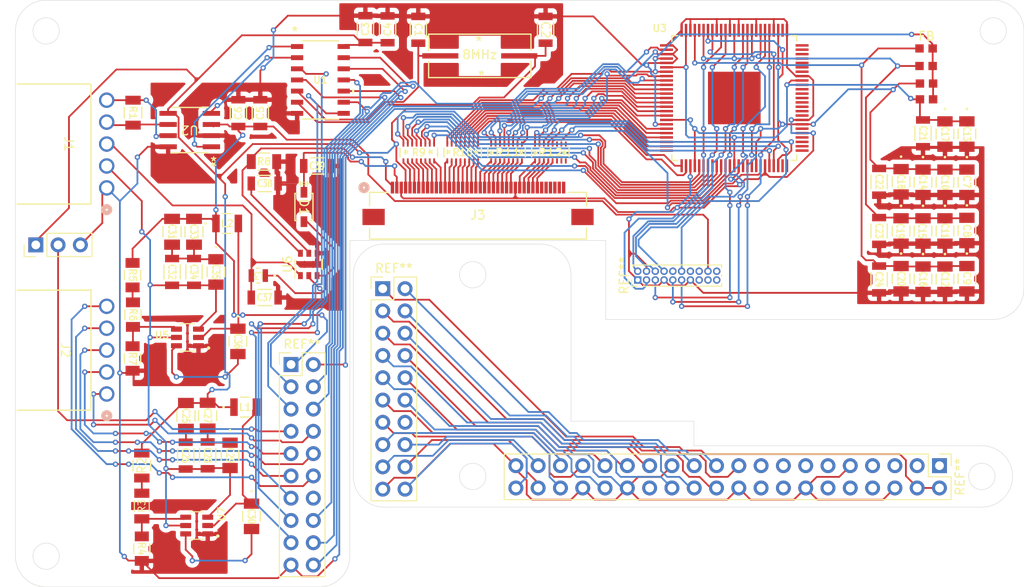
<source format=kicad_pcb>
(kicad_pcb (version 20240108) (generator "pcbnew") (generator_version "8.0")
  (layers (0 "F.Cu" signal) (31 "B.Cu" signal) (34 "B.Paste" user) (35 "F.Paste" user) (36 "B.SilkS" user "B.Silkscreen") (37 "F.SilkS" user "F.Silkscreen") (38 "B.Mask" user) (39 "F.Mask" user) (44 "Edge.Cuts" user))
  (net 0 "")
  (net 1 "+3.3V")
  (net 2 "Net-(U1-OSC2)")
  (net 3 "Net-(U1-OSC1)")
  (net 4 "+5V")
  (net 5 "Net-(U3-OVDD)")
  (net 6 "Net-(U3-AVDD)")
  (net 7 "Net-(U3-PVDD)")
  (net 8 "Net-(U3-DVDD)")
  (net 9 "7V")
  (net 10 "Net-(U7-VBST)")
  (net 11 "Net-(U7-SW)")
  (net 12 "Net-(U5-VBST)")
  (net 13 "Net-(U5-SW)")
  (net 14 "12V")
  (net 15 "Net-(U6-COMP)")
  (net 16 "/LEDA")
  (net 17 "Net-(D1-ANODE)")
  (net 18 "/GND")
  (net 19 "/CAN Bus connection L")
  (net 20 "/CAN Bus connection H")
  (net 21 "unconnected-(J2-Pad1)")
  (net 22 "/VSYNC")
  (net 23 "/B6")
  (net 24 "/G1")
  (net 25 "/G4")
  (net 26 "/B1")
  (net 27 "/G3")
  (net 28 "/R1")
  (net 31 "/B5")
  (net 32 "/G2")
  (net 33 "/B7")
  (net 34 "/G0")
  (net 35 "/R7")
  (net 36 "/HSYNC")
  (net 38 "/R4")
  (net 39 "/G6")
  (net 40 "/DISPEN")
  (net 41 "/R0")
  (net 42 "/R6")
  (net 43 "/G5")
  (net 44 "/PIXCLK")
  (net 45 "/B3")
  (net 46 "/LEDK")
  (net 48 "/B2")
  (net 49 "/B4")
  (net 51 "/R2")
  (net 52 "/ACTIVE")
  (net 54 "/B0")
  (net 55 "/G7")
  (net 56 "/R5")
  (net 57 "/R3")
  (net 58 "Net-(U3-RX2-)")
  (net 59 "Net-(U3-RX1+)")
  (net 60 "Net-(U3-RX0-)")
  (net 61 "Net-(U3-RXC+)")
  (net 62 "Net-(U3-RXC-)")
  (net 63 "Net-(U3-RX1-)")
  (net 64 "Net-(U3-RX2+)")
  (net 65 "Net-(U3-RX0+)")
  (net 66 "Net-(R2-Pad1)")
  (net 67 "Net-(U7-VFB)")
  (net 68 "Net-(R5-Pad2)")
  (net 69 "Net-(U5-VFB)")
  (net 70 "/Rasberry PI (SPI input)")
  (net 71 "/RX")
  (net 72 "/TX")
  (net 73 "/Rasberry PI (chip select)")
  (net 74 "/Rasberry PI (SPI clock input)")
  (net 75 "/Rasberry PI (SPI output)")
  (net 76 "/Rasberry PI (RX interupt active low)")
  (net 77 "/Rasberry PI (TX interupt active low)")
  (net 78 "/Rasberry PI (interupt active low)")
  (net 79 "/Rasberry PI (clock output)")
  (net 101 "/PWRON")
  (net 109 "/PWRON_D")
  (net 111 "/PWM")
  (net 112 "Net-(J3-Pad7)")
  (net 113 "Net-(J3-Pad18)")
  (net 114 "Net-(J3-Pad24)")
  (net 115 "Net-(J3-Pad20)")
  (net 116 "Net-(J3-Pad15)")
  (net 117 "Net-(J3-Pad23)")
  (net 118 "Net-(J3-Pad26)")
  (net 119 "Net-(J3-Pad6)")
  (net 120 "Net-(J3-Pad22)")
  (net 121 "Net-(J3-Pad10)")
  (net 122 "Net-(J3-Pad16)")
  (net 123 "Net-(J3-Pad12)")
  (net 124 "Net-(J3-Pad11)")
  (net 125 "Net-(J3-Pad5)")
  (net 126 "Net-(J3-Pad28)")
  (net 127 "Net-(J3-Pad13)")
  (net 128 "Net-(J3-Pad25)")
  (net 129 "Net-(J3-Pad8)")
  (net 130 "Net-(J3-Pad27)")
  (net 131 "Net-(J3-Pad9)")
  (net 132 "Net-(J3-Pad19)")
  (net 133 "Net-(J3-Pad21)")
  (net 134 "Net-(J3-Pad17)")
  (net 135 "Net-(J3-Pad14)")
  (footprint "CustomLibrary:CONN_SD-105313-100_05_MOL" (layer "F.Cu") (at 133 92 -90)
    (property "Reference" "J2")
    (property "Value" "1053131105")
  )
  (footprint "Connector_PinHeader_2.54mm:PinHeader_2x10_P2.54mm_Vertical" (layer "F.Cu") (at 154 88.64)
    (property "Reference" "REF**")
    (property "Value" "PinHeader_2x10_P2.54mm_Vertical")
  )
  (footprint "CustomLibrary:DBV0006A_L" (layer "F.Cu") (at 156.022201 77.224999 90)
    (property "Reference" "U6")
    (property "Value" "TPS61165DBV")
  )
  (footprint "CustomLibrary:CAP_1206_B_WAL" (layer "F.Cu") (at 231 62.357802 -90)
    (property "Reference" "C13")
    (property "Value" "0.1uF")
  )
  (footprint "CustomLibrary:IND_TAIYO_LBR2012_TAY" (layer "F.Cu") (at 150.272299 78.5 180)
    (property "Reference" "L3")
    (property "Value" "10uH")
  )
  (footprint "CustomLibrary:RES_YC248_4X1P6_YAG" (layer "F.Cu") (at 178.552579 64.4652 90)
    (property "Reference" "R11")
    (property "Value" "YC248-JR-07330RL")
  )
  (footprint "CustomLibrary:CONN40_CF3140_CVI" (layer "F.Cu") (at 175.305855 71.6762)
    (property "Reference" "J3")
    (property "Value" "Conn_01x40_Socket")
  )
  (footprint "CustomLibrary:CL1206_SAM" (layer "F.Cu") (at 140.4473 73.501501 -90)
    (property "Reference" "C31")
    (property "Value" "22uF")
  )
  (footprint "CustomLibrary:CAP_CL31_SAM" (layer "F.Cu") (at 221 73.410002 -90)
    (property "Reference" "C23")
    (property "Value" "10uF")
  )
  (footprint "CustomLibrary:CAP_1206_B_WAL" (layer "F.Cu") (at 228.5 78.910002 -90)
    (property "Reference" "C12")
    (property "Value" "0.1uF")
  )
  (footprint "CustomLibrary:CAP_CL31_SAM" (layer "F.Cu") (at 168.5 50.472199 -90)
    (property "Reference" "C1")
    (property "Value" "22pF")
  )
  (footprint "CustomLibrary:CAP_1206_B_WAL" (layer "F.Cu") (at 228.5 62.357802 -90)
    (property "Reference" "C17")
    (property "Value" "0.1uF")
  )
  (footprint "CustomLibrary:CAP_CL31_SAM" (layer "F.Cu") (at 226 62.277801 -90)
    (property "Reference" "C21")
    (property "Value" "10uF")
  )
  (footprint "CustomLibrary:RC1206N_YAG" (layer "F.Cu") (at 135.9912 82.9507 -90)
    (property "Reference" "R6")
    (property "Value" "4.7k")
  )
  (footprint "CustomLibrary:CL1206_SAM" (layer "F.Cu") (at 142.0268 94.5 -90)
    (property "Reference" "C25")
    (property "Value" "22uF")
  )
  (footprint "CustomLibrary:SOT95P280X110-6N" (layer "F.Cu") (at 143.255 107 180)
    (property "Reference" "U7")
    (property "Value" "TPS562201")
  )
  (footprint "CustomLibrary:CAP_1206_B_WAL" (layer "F.Cu") (at 147.9473 86.0005 -90)
    (property "Reference" "C36")
    (property "Value" "0.1uF")
  )
  (footprint "CustomLibrary:CAP_CL31_SAM" (layer "F.Cu") (at 221 67.805602 -90)
    (property "Reference" "C22")
    (property "Value" "10uF")
  )
  (footprint "CustomLibrary:CAP_1206_B_WAL" (layer "F.Cu") (at 226 78.910002 -90)
    (property "Reference" "C16")
    (property "Value" "0.1uF")
  )
  (footprint "CustomLibrary:FERRITE_0603_1P6XP8_MUR" (layer "F.Cu") (at 226.4 56.6 180)
    (property "Reference" "FB1" (hide yes))
    (property "Value" "BLM18RK601SN1D" (hide yes))
  )
  (footprint "CustomLibrary:IND_TAIYO_LB3218_TAY" (layer "F.Cu") (at 148.77635 93.5)
    (property "Reference" "L1")
    (property "Value" "3.3uH")
  )
  (footprint "CustomLibrary:SOT95P280X110-6N" (layer "F.Cu") (at 142.2023 85.5527 180)
    (property "Reference" "U5")
    (property "Value" "TPS562201")
  )
  (footprint "CustomLibrary:CAP_1206_B_WAL" (layer "F.Cu") (at 145.4473 78.080501 -90)
    (property "Reference" "C35")
    (property "Value" "0.1uF")
  )
  (footprint "CustomLibrary:CAP_CL31_SAM" (layer "F.Cu") (at 148 59.972199 90)
    (property "Reference" "C6")
    (property "Value" "10nF")
  )
  (footprint "CustomLibrary:QFP50P1600X1600X120-101N" (layer "F.Cu") (at 204.5 58.25)
    (property "Reference" "U3")
    (property "Value" "~" (hide yes))
  )
  (footprint "CustomLibrary:RES_YC248_4X1P6_YAG" (layer "F.Cu") (at 173.552579 64.4652 90)
    (property "Reference" "R10")
    (property "Value" "YC248-JR-07330RL")
  )
  (footprint "Connector_PinHeader_2.54mm:PinHeader_1x03_P2.54mm_Vertical" (layer "F.Cu") (at 124.92 75 90)
    (property "Reference" "REF**" (hide yes))
    (property "Value" "PinHeader_1x03_P2.54mm_Vertical")
  )
  (footprint "CustomLibrary:CAP_CL31_SAM" (layer "F.Cu") (at 151 81)
    (property "Reference" "C37")
    (property "Value" "4.7uF")
  )
  (footprint "CustomLibrary:CAP_1206_B_WAL" (layer "F.Cu") (at 223.5 78.857802 -90)
    (property "Reference" "C20")
    (property "Value" "0.1uF")
  )
  (footprint "CustomLibrary:CAP_1206_B_WAL" (layer "F.Cu") (at 223.5 67.805602 -90)
    (property "Reference" "C18")
    (property "Value" "0.1uF")
  )
  (footprint "CustomLibrary:CONN_SD-105313-100_05_MOL" (layer "F.Cu") (at 133 68.5 -90)
    (property "Reference" "J1")
    (property "Value" "1053131105")
  )
  (footprint "CustomLibrary:RES_CSRT1206FT5R00_STP" (layer "F.Cu") (at 150.919999 65.5)
    (property "Reference" "R8")
    (property "Value" "5Ω")
  )
  (footprint "CustomLibrary:STA_RMCF1206_STP" (layer "F.Cu") (at 137 100.1576 90)
    (property "Reference" "R2")
    (property "Value" "15k")
  )
  (footprint "CustomLibrary:RC1206N_YAG" (layer "F.Cu") (at 137 109.6322 -90)
    (property "Reference" "R4")
    (property "Value" "4.7k")
  )
  (footprint "CustomLibrary:CAP_1206_B_WAL" (layer "F.Cu") (at 228.5 73.410002 -90)
    (property "Reference" "C11")
    (property "Value" "0.1uF")
  )
  (footprint "CustomLibrary:CAP_CL31_SAM" (layer "F.Cu") (at 144.5 99 -90)
    (property "Reference" "C28")
    (property "Value" "10uF")
  )
  (footprint "CustomLibrary:RES_YC248_4X1P6_YAG" (layer "F.Cu") (at 168.552577 64.4652 90)
    (property "Reference" "R9")
    (property "Value" "YC248-JR-07330RL")
  )
  (footprint "CustomLibrary:CAP_1206_B_WAL" (layer "F.Cu") (at 226 67.857802 -90)
    (property "Reference" "C14")
    (property "Value" "0.1uF")
  )
  (footprint "CustomLibrary:ABLS-8.000MHZ-B2-T_ABR" (layer "F.Cu") (at 175.5042 53.444398)
    (property "Reference" "8MHz")
    (property "Value" "8MHz")
  )
  (footprint "CustomLibrary:STA_RMCF1206_STP" (layer "F.Cu") (at 136 59.9224 -90)
    (property "Reference" "R1")
    (property "Value" "120 ohm")
  )
  (footprint "Connector_PinHeader_2.54mm:PinHeader_2x20_P2.54mm_Vertical" (layer "F.Cu") (at 227.874974 100.175 -90)
    (property "Reference" "REF**")
    (property "Value" "PinHeader_2x20_P2.54mm_Vertical")
  )
  (footprint "CustomLibrary:RC1206N_YAG" (layer "F.Cu") (at 135.9473 78.4497 -90)
    (property "Reference" "R5")
    (property "Value" "33k")
  )
  (footprint "CustomLibrary:CL1206_SAM" (layer "F.Cu") (at 144.5 94.4732 -90)
    (property "Reference" "C27")
    (property "Value" "22uF")
  )
  (footprint "CustomLibrary:RC1206N_YAG" (layer "F.Cu") (at 135.9473 87.9497 -90)
    (property "Reference" "R7")
    (property "Value" "6.8k")
  )
  (footprint "CustomLibrary:CAP_CL31_SAM" (layer "F.Cu") (at 165 50.416597 90)
    (property "Reference" "C4")
    (property "Value" "10nF")
  )
  (footprint "CustomLibrary:SOIC8_4P9X3P9MC_MCH" (layer "F.Cu") (at 142.4638 61.905 180)
    (property "Reference" "U2")
    (property "Value" "MCP2542FD-E/SN")
  )
  (footprint "CustomLibrary:CAP_1206_B_WAL" (layer "F.Cu") (at 231 78.857802 -90)
    (property "Reference" "C9")
    (property "Value" "0.1uF")
  )
  (footprint "CustomLibrary:CL1206_SAM" (layer "F.Cu") (at 142.9473 73.501501 -90)
    (property "Reference" "C33")
    (property "Value" "22uF")
  )
  (footprint "CustomLibrary:CAP_CL31_SAM" (layer "F.Cu") (at 221 78.937803 -90)
    (property "Reference" "C24")
    (property "Value" "10uF")
  )
  (footprint "CustomLibrary:CAP_CL31_SAM" (layer "F.Cu") (at 183 50.472199 -90)
    (property "Reference" "C2")
    (property "Value" "22pF")
  )
  (footprint "CustomLibrary:CAP_1206_B_WAL" (layer "F.Cu") (at 223.5 73.410002 -90)
    (property "Reference" "C19")
    (property "Value" "0.1uF")
  )
  (footprint "CustomLibrary:FERRITE_0603_1P6XP8_MUR" (layer "F.Cu") (at 226.3507 52.6 180)
    (property "Reference" "FB")
    (property "Value" "BLM18RK601SN1D")
  )
  (footprint "CustomLibrary:FERRITE_0603_1P6XP8_MUR" (layer "F.Cu") (at 226.4 58.4 180)
    (property "Reference" "FB4" (hide yes))
    (property "Value" "BLM18RK601SN1D" (hide yes))
  )
  (footprint "CustomLibrary:CAP_CL31_SAM" (layer "F.Cu") (at 142 99.027801 -90)
    (property "Reference" "C26")
    (property "Value" "10uF")
  )
  (footprint "CustomLibrary:SOIC14_150MIL_SL_MCH" (layer "F.Cu") (at 157.3457 56.19)
    (property "Reference" "U1")
    (property "Value" "MCP2518FDT-H/SL")
  )
  (footprint "CustomLibrary:CAP_CL31_SAM" (layer "F.Cu") (at 150.5 59.972199 90)
    (property "Reference" "C5")
    (property "Value" "10uF")
  )
  (footprint "CustomLibrary:CAP_1206_B_WAL" (layer "F.Cu") (at 231 67.857802 -90)
    (property "Reference" "C7")
    (property "Value" "0.1uF")
  )
  (footprint "CustomLibrary:CAP_1206_B_WAL" (layer "F.Cu") (at 226 73.410002 -90)
    (property "Reference" "C15")
    (property "Value" "0.1uF")
  )
  (footprint "CustomLibrary:CAP_1206_B_WAL" (layer "F.Cu") (at 147.0522 98.9986 -90)
    (property "Reference" "C29")
    (property "Value" "0.1uF")
  )
  (footprint "Connector_PinHeader_1.00mm:PinHeader_2x10_P1.00mm_Vertical" (layer "F.Cu") (at 193.5 79 90)
    (property "Reference" "REF**")
    (property "Value" "PinHeader_2x10_P1.00mm_Vertical")
  )
  (footprint "Connector_PinHeader_2.54mm:PinHeader_2x10_P2.54mm_Vertical" (layer "F.Cu") (at 164.449874 79.99)
    (property "Reference" "REF**")
    (property "Value" "PinHeader_2x10_P2.54mm_Vertical")
  )
  (footprint "CustomLibrary:CAP_1206_B_WAL" (layer "F.Cu") (at 149.5 105.9478 -90)
    (property "Reference" "C30")
    (property "Value" "0.1uF")
  )
  (footprint "CustomLibrary:CAP_CL31_SAM" (layer "F.Cu") (at 156.972199 66)
    (property "Reference" "C39")
    (property "Value" "4.7uF")
  )
  (footprint "CustomLibrary:CAP_CL31_SAM" (layer "F.Cu") (at 140.4473 78.080501 -90)
    (property "Reference" "C32")
    (property "Value" "10uF")
  )
  (footprint "CustomLibrary:CAP_CL31_SAM" (layer "F.Cu") (at 162.472199 50.388796 90)
    (property "Reference" "C3")
    (property "Value" "10uF")
  )
  (footprint "CustomLibrary:CAP_1206_B_WAL" (layer "F.Cu") (at 228.5 67.857802 -90)
    (property "Reference" "C10")
    (property "Value" "0.1uF")
  )
  (footprint "CustomLibrary:FERRITE_0603_1P6XP8_MUR" (layer "F.Cu") (at 226.3507 54.6 180)
    (property "Reference" "FB2" (hide yes))
    (property "Value" "BLM18RK601SN1D")
  )
  (footprint "CustomLibrary:CAP_CL31_SAM" (layer "F.Cu") (at 142.9473 78.080501 -90)
    (property "Reference" "C34")
    (property "Value" "10uF")
  )
  (footprint "CustomLibrary:CAP_CL31_SAM" (layer "F.Cu") (at 151 68)
    (property "Reference" "C38")
    (property "Value" "220nF")
  )
  (footprint "CustomLibrary:CAP_1206_B_WAL" (layer "F.Cu") (at 231 73.357802 -90)
    (property "Reference" "C8")
    (property "Value" "0.1uF")
  )
  (footprint "CustomLibrary:RESC3115X65N" (layer "F.Cu") (at 137 104.7752 90)
    (property "Reference" "R3")
    (property "Value" "470")
  )
  (footprint "CustomLibrary:IND_TAIYO_LB3218_TAY" (layer "F.Cu") (at 146.72365 72.5527)
    (property "Reference" "L2")
    (property "Value" "4.7uH")
  )
  (footprint "CustomLibrary:RES_YC248_4X1P6_YAG" (layer "F.Cu") (at 183.552578 64.4652 90)
    (property "Reference" "R12")
    (property "Value" "YC248-JR-07330RL")
  )
  (footprint "CustomLibrary:SOD-123_ONS" (layer "F.Cu") (at 155.472199 70.6764 -90)
    (property "Reference" "D1")
    (property "Value" "MBR0540")
  )
  (gr_poly (pts (xy 149.5 77.5) (xy 150 77) (xy 149.5 76.5)) (stroke (width 0.2)) (fill solid) (layer "F.Cu") (net 14))
  (gr_poly (pts (xy 143.1 56.4) (xy 143.1 56) (xy 143.5 56)) (stroke (width 0.2)) (fill solid) (layer "F.Cu") (net 1))
  (gr_poly (pts (xy 145.9 67.2) (xy 145.5 67) (xy 146.1 67)) (stroke (width 0.2)) (fill solid) (layer "F.Cu") (net 1))
  (gr_poly (pts (xy 207.8 67) (xy 208.2 67) (xy 208 66.8)) (stroke (width 0.2)) (fill solid) (layer "F.Cu") (net 18))
  (gr_poly (pts (xy 157.7 78.5) (xy 157.9 78.7) (xy 157.9 78.5)) (stroke (width 0.2)) (fill solid) (layer "F.Cu") (net 17))
  (gr_poly (pts (xy 192.5 76.4) (xy 192.8 76) (xy 192.5 75.6)) (stroke (width 0.2)) (fill solid) (layer "F.Cu") (net 18))
  (gr_line (start 199.9 97.9) (end 232.7 97.9) (stroke (width 0.05)) (layer "Edge.Cuts"))
  (gr_line (start 237.5 50.6) (end 237.5 80) (stroke (width 0.05)) (layer "Edge.Cuts"))
  (gr_line (start 160.71 74.5) (end 189.86 74.5) (stroke (width 0.05)) (layer "Edge.Cuts"))
  (gr_arc (start 160.7 110.5) (mid 159.674874 112.974874) (end 157.2 114) (stroke (width 0.05)) (layer "Edge.Cuts"))
  (gr_circle (center 232.7 101.4) (end 234.2 101.3) (stroke (width 0.05)) (fill none) (layer "Edge.Cuts"))
  (gr_arc (start 164.6 104.9) (mid 162.125126 103.874874) (end 161.1 101.4) (stroke (width 0.05)) (layer "Edge.Cuts"))
  (gr_line (start 185.9 95.1) (end 185.9 78.4) (stroke (width 0.05)) (layer "Edge.Cuts"))
  (gr_circle (center 174.7 78.4) (end 173.2 78.3) (stroke (width 0.05)) (fill none) (layer "Edge.Cuts"))
  (gr_arc (start 232.7 97.9) (mid 235.174874 98.925126) (end 236.2 101.4) (stroke (width 0.05)) (layer "Edge.Cuts"))
  (gr_circle (center 126.1 50.6) (end 126.1 49.1) (stroke (width 0.05)) (fill none) (layer "Edge.Cuts"))
  (gr_circle (center 174.703329 101.4) (end 173.203329 101.3) (stroke (width 0.05)) (fill none) (layer "Edge.Cuts"))
  (gr_line (start 122.6 110.5) (end 122.6 50.6) (stroke (width 0.05)) (layer "Edge.Cuts"))
  (gr_arc (start 126.1 114) (mid 123.625126 112.974874) (end 122.6 110.5) (stroke (width 0.05)) (layer "Edge.Cuts"))
  (gr_line (start 160.7 110.5) (end 160.71 74.5) (stroke (width 0.05)) (layer "Edge.Cuts"))
  (gr_line (start 164.6 104.9) (end 232.7 104.9) (stroke (width 0.05)) (layer "Edge.Cuts"))
  (gr_line (start 157.2 114) (end 126.1 114) (stroke (width 0.05)) (layer "Edge.Cuts"))
  (gr_arc (start 122.6 50.6) (mid 123.625126 48.125126) (end 126.1 47.1) (stroke (width 0.05)) (layer "Edge.Cuts"))
  (gr_arc (start 237.5 80) (mid 236.474874 82.474874) (end 234 83.5) (stroke (width 0.05)) (layer "Edge.Cuts"))
  (gr_arc (start 161.1 78.4) (mid 162.125126 75.925126) (end 164.6 74.9) (stroke (width 0.05)) (layer "Edge.Cuts"))
  (gr_line (start 161.1 101.4) (end 161.1 78.4) (stroke (width 0.05)) (layer "Edge.Cuts"))
  (gr_line (start 126.1 47.1) (end 234 47.1) (stroke (width 0.05)) (layer "Edge.Cuts"))
  (gr_line (start 199.9 95.1) (end 185.9 95.1) (stroke (width 0.05)) (layer "Edge.Cuts"))
  (gr_line (start 234 83.5) (end 189.86 83.5) (stroke (width 0.05)) (layer "Edge.Cuts"))
  (gr_circle (center 126.1 110.5) (end 126.1 109) (stroke (width 0.05)) (fill none) (layer "Edge.Cuts"))
  (gr_line (start 199.9 97.9) (end 199.9 95.1) (stroke (width 0.05)) (layer "Edge.Cuts"))
  (gr_line (start 189.86 83.5) (end 189.86 74.5) (stroke (width 0.05)) (layer "Edge.Cuts"))
  (gr_arc (start 234 47.1) (mid 236.474874 48.125126) (end 237.5 50.6) (stroke (width 0.05)) (layer "Edge.Cuts"))
  (gr_arc (start 236.2 101.4) (mid 235.174874 103.874874) (end 232.7 104.9) (stroke (width 0.05)) (layer "Edge.Cuts"))
  (gr_circle (center 234 50.6) (end 234 49.1) (stroke (width 0.05)) (fill none) (layer "Edge.Cuts"))
  (gr_line (start 182.4 74.9) (end 164.6 74.9) (stroke (width 0.05)) (layer "Edge.Cuts"))
  (gr_arc (start 182.4 74.9) (mid 184.874874 75.925126) (end 185.9 78.4) (stroke (width 0.05)) (layer "Edge.Cuts"))
  (segment (start 189.774874 100.175) (end 188.449874 98.85) (width 0.2) (layer "F.Cu") (net 0))
  (segment (start 170.449874 96.45) (end 170.149874 96.45) (width 0.2) (layer "F.Cu") (net 0))
  (segment (start 165.709874 93.95) (end 164.449874 92.69) (width 0.2) (layer "F.Cu") (net 0))
  (segment (start 184.049874 98.85) (end 181.749874 96.55) (width 0.2) (layer "F.Cu") (net 0))
  (segment (start 180.849874 99.35) (end 180.849874 100.85) (width 0.2) (layer "F.Cu") (net 0))
  (segment (start 182.154974 102.715) (end 182.114874 102.715) (width 0.2) (layer "F.Cu") (net 0))
  (segment (start 188.449874 98.85) (end 184.049874 98.85) (width 0.2) (layer "F.Cu") (net 0))
  (segment (start 182.154974 102.1551) (end 182.154974 102.715) (width 0.2) (layer "F.Cu") (net 0))
  (segment (start 181.649874 96.45) (end 170.449874 96.45) (width 0.2) (layer "F.Cu") (net 0))
  (segment (start 178.749874 97.25) (end 180.849874 99.35) (width 0.2) (layer "F.Cu") (net 0))
  (segment (start 170.149874 96.45) (end 167.649874 93.95) (width 0.2) (layer "F.Cu") (net 0))
  (segment (start 181.749874 96.55) (end 181.649874 96.45) (width 0.2) (layer "F.Cu") (net 0))
  (segment (start 170.049874 97.25) (end 166.989874 100.31) (width 0.2) (layer "F.Cu") (net 0))
  (segment (start 189.774974 100.175) (end 189.774874 100.175) (width 0.2) (layer "F.Cu") (net 0))
  (segment (start 167.649874 93.95) (end 165.709874 93.95) (width 0.2) (layer "F.Cu") (net 0))
  (segment (start 180.849874 100.85) (end 182.154974 102.1551) (width 0.2) (layer "F.Cu") (net 0))
  (segment (start 178.749874 97.25) (end 170.049874 97.25) (width 0.2) (layer "F.Cu") (net 0))
  (segment (start 170.829874 97.77) (end 171.049874 97.55) (width 0.2) (layer "B.Cu") (net 0))
  (segment (start 185.949874 100.85) (end 185.949874 99.45) (width 0.2) (layer "B.Cu") (net 0))
  (segment (start 189.349874 102.75) (end 188.049874 101.45) (width 0.2) (layer "B.Cu") (net 0))
  (segment (start 179.149874 97.65) (end 180.849874 99.35) (width 0.2) (layer "B.Cu") (net 0))
  (segment (start 166.989874 100.31) (end 166.989874 100.89) (width 0.2) (layer "B.Cu") (net 0))
  (segment (start 189.774974 102.715) (end 189.384874 102.715) (width 0.2) (layer "B.Cu") (net 0))
  (segment (start 171.949874 97.25) (end 179.349874 97.25) (width 0.2) (layer "B.Cu") (net 0))
  (segment (start 164.449874 97.77) (end 165.769874 96.45) (width 0.2) (layer "B.Cu") (net 0))
  (segment (start 185.949874 99.45) (end 184.949874 98.45) (width 0.2) (layer "B.Cu") (net 0))
  (segment (start 165.649874 99.15) (end 165.749874 99.05) (width 0.2) (layer "B.Cu") (net 0))
  (segment (start 186.549874 101.45) (end 185.949874 100.85) (width 0.2) (layer "B.Cu") (net 0))
  (segment (start 179.149874 97.65) (end 172.189874 97.65) (width 0.2) (layer "B.Cu") (net 0))
  (segment (start 179.614974 102.715) (end 179.584874 102.715) (width 0.2) (layer "B.Cu") (net 0))
  (segment (start 188.049874 101.45) (end 186.549874 101.45) (width 0.2) (layer "B.Cu") (net 0))
  (segment (start 164.489874 100.31) (end 165.649874 99.15) (width 0.2) (layer "B.Cu") (net 0))
  (segment (start 166.989874 97.77) (end 170.829874 97.77) (width 0.2) (layer "B.Cu") (net 0))
  (segment (start 181.849874 96.05) (end 181.549874 96.05) (width 0.2) (layer "B.Cu") (net 0))
  (segment (start 165.849874 99.05) (end 170.149874 99.05) (width 0.2) (layer "B.Cu") (net 0))
  (segment (start 184.694974 102.715) (end 184.694974 102.6951) (width 0.2) (layer "B.Cu") (net 0))
  (segment (start 165.749874 99.05) (end 165.849874 99.05) (width 0.2) (layer "B.Cu") (net 0))
  (segment (start 164.449874 100.31) (end 164.489874 100.31) (width 0.2) (layer "B.Cu") (net 0))
  (segment (start 171.749874 96.85) (end 172.849874 96.85) (width 0.2) (layer "B.Cu") (net 0))
  (segment (start 183.449874 98.85) (end 181.449874 96.85) (width 0.2) (layer "B.Cu") (net 0))
  (segment (start 184.949874 98.45) (end 184.249874 98.45) (width 0.2) (layer "B.Cu") (net 0))
  (segment (start 184.694974 102.6951) (end 183.449874 101.45) (width 0.2) (layer "B.Cu") (net 0))
  (segment (start 189.774974 100.175) (end 189.774874 100.175) (width 0.2) (layer "B.Cu") (net 0))
  (segment (start 183.049874 97.85) (end 184.694974 99.4951) (width 0.2) (layer "B.Cu") (net 0))
  (segment (start 179.349874 97.25) (end 181.149874 99.05) (width 0.2) (layer "B.Cu") (net 0))
  (segment (start 172.849874 96.85) (end 180.449874 96.85) (width 0.2) (layer "B.Cu") (net 0))
  (segment (start 180.849874 99.35) (end 180.849874 101.4801) (width 0.2) (layer "B.Cu") (net 0))
  (segment (start 181.549874 96.05) (end 170.349874 96.05) (width 0.2) (layer "B.Cu") (net 0))
  (segment (start 181.449874 96.85) (end 179.949874 96.85) (width 0.2) (layer "B.Cu") (net 0))
  (segment (start 189.384874 102.715) (end 189.349874 102.75) (width 0.2) (layer "B.Cu") (net 0))
  (segment (start 184.694974 99.4951) (end 184.694974 100.175) (width 0.2) (layer "B.Cu") (net 0))
  (segment (start 183.449874 101.45) (end 183.449874 98.85) (width 0.2) (layer "B.Cu") (net 0))
  (segment (start 182.154974 100.0551) (end 182.154974 100.175) (width 0.2) (layer "B.Cu") (net 0))
  (segment (start 170.349874 96.05) (end 166.989874 92.69) (width 0.2) (layer "B.Cu") (net 0))
  (segment (start 165.769874 96.45) (end 167.749874 96.45) (width 0.2) (layer "B.Cu") (net 0))
  (segment (start 184.249874 98.45) (end 181.849874 96.05) (width 0.2) (layer "B.Cu") (net 0))
  (segment (start 171.049874 97.55) (end 171.749874 96.85) (width 0.2) (layer "B.Cu") (net 0))
  (segment (start 189.774974 102.715) (end 189.739974 102.75) (width 0.2) (layer "B.Cu") (net 0))
  (segment (start 167.749874 96.45) (end 181.649874 96.45) (width 0.2) (layer "B.Cu") (net 0))
  (segment (start 170.149874 99.05) (end 171.949874 97.25) (width 0.2) (layer "B.Cu") (net 0))
  (segment (start 166.989874 102.85) (end 167.049874 102.85) (width 0.2) (layer "B.Cu") (net 0))
  (segment (start 180.849874 101.4801) (end 179.614974 102.715) (width 0.2) (layer "B.Cu") (net 0))
  (segment (start 182.154974 102.715) (end 182.084874 102.715) (width 0.2) (layer "B.Cu") (net 0))
  (segment (start 172.189874 97.65) (end 166.989874 102.85) (width 0.2) (layer "B.Cu") (net 0))
  (segment (start 181.149874 99.05) (end 182.154974 100.0551) (width 0.2) (layer "B.Cu") (net 0))
  (segment (start 181.649874 96.45) (end 183.049874 97.85) (width 0.2) (layer "B.Cu") (net 0))
  (segment (start 148.4 51.1) (end 143.3 56.2) (width 0.2) (layer "F.Cu") (net 1))
  (segment (start 128.7 60.4) (end 134.1 55) (width 0.2) (layer "F.Cu") (net 1))
  (segment (start 124.92 74.58) (end 128.7 70.8) (width 0.2) (layer "F.Cu") (net 1))
  (segment (start 144.5 93) (end 144.5 92) (width 0.2) (layer "F.Cu") (net 1))
  (segment (start 190.461688 55.25) (end 195.5 55.25) (width 0.2) (layer "F.Cu") (net 1))
  (segment (start 167.095472 59.5) (end 174.575736 59.5) (width 0.2) (layer "F.Cu") (net 1))
  (segment (start 165.5 61.095472) (end 167.095472 59.5) (width 0.2) (layer "F.Cu") (net 1))
  (segment (start 195.5028 55.2528) (end 195.5 55.25) (width 0.2) (layer "F.Cu") (net 1))
  (segment (start 162.188796 52.2) (end 162.472199 51.916597) (width 0.2) (layer "F.Cu") (net 1))
  (segment (start 143.3 56.2) (end 140 59.5) (width 0.2) (layer "F.Cu") (net 1))
  (segment (start 146.5 69.5) (end 146.5 68.0527) (width 0.2) (layer "F.Cu") (net 1))
  (segment (start 147.5 93.5) (end 147.5 92.882328) (width 0.2) (layer "F.Cu") (net 1))
  (segment (start 160.802579 63.5) (end 161.802579 64.5) (width 0.2) (layer "F.Cu") (net 1))
  (segment (start 137 97.696278) (end 141.669478 93.0268) (width 0.2) (layer "F.Cu") (net 1))
  (segment (start 161.972199 51.916597) (end 161.155602 51.1) (width 0.2) (layer "F.Cu") (net 1))
  (segment (start 124.92 75) (end 124.92 74.58) (width 0.2) (layer "F.Cu") (net 1))
  (segment (start 142.0268 97.4732) (end 142 97.5) (width 0.2) (layer "F.Cu") (net 1))
  (segment (start 142.9473 76.5527) (end 143.4473 76.5527) (width 0.2) (layer "F.Cu") (net 1))
  (segment (start 189.288312 55.5) (end 189.792893 54.995419) (width 0.2) (layer "F.Cu") (net 1))
  (segment (start 145.97365 67.52635) (end 141.1906 62.7433) (width 0.2) (layer "F.Cu") (net 1))
  (segment (start 196.7742 53.75) (end 196.7784 53.7542) (width 0.2) (layer "F.Cu") (net 1))
  (segment (start 166 63.5) (end 166 65.421522) (width 0.2) (layer "F.Cu") (net 1))
  (segment (start 145.97365 67.158896) (end 149.632546 63.5) (width 0.2) (layer "F.Cu") (net 1))
  (segment (start 145.755 93.5) (end 147.5 93.5) (width 0.2) (layer "F.Cu") (net 1))
  (segment (start 174.575736 59.5) (end 175.580317 58.495419) (width 0.2) (layer "F.Cu") (net 1))
  (segment (start 142.1 55) (end 143.3 56.2) (width 0.2) (layer "F.Cu") (net 1))
  (segment (start 165.5 63) (end 165.5 61.095472) (width 0.2) (layer "F.Cu") (net 1))
  (segment (start 142 97.5) (end 142.027801 97.472199) (width 0.2) (layer "F.Cu") (net 1))
  (segment (start 196.7784 55.2528) (end 195.5028 55.2528) (width 0.2) (layer "F.Cu") (net 1))
  (segment (start 196.7756 55.25) (end 196.7784 55.2528) (width 0.2) (layer "F.Cu") (net 1))
  (segment (start 195.5 53.75) (end 196.7742 53.75) (width 0.2) (layer "F.Cu") (net 1))
  (segment (start 141.1906 62.7433) (end 141.1906 60.4794) (width 0.2) (layer "F.Cu") (net 1))
  (segment (start 227.1 52.6) (end 227.1 54.6) (width 0.2) (layer "F.Cu") (net 1))
  (segment (start 166 65.421522) (end 167.0505 66.472022) (width 0.2) (layer "F.Cu") (net 1))
  (segment (start 224.7 51) (end 226 51) (width 0.2) (layer "F.Cu") (net 1))
  (segment (start 184.2745 57.195419) (end 185.969919 55.5) (width 0.2) (layer "F.Cu") (net 1))
  (segment (start 181.592893 58.495419) (end 182.892893 57.195419) (width 0.2) (layer "F.Cu") (net 1))
  (segment (start 144.5 92) (end 145 91.5) (width 0.2) (layer "F.Cu") (net 1))
  (segment (start 226 51) (end 227.0493 52.0493) (width 0.2) (layer "F.Cu") (net 1))
  (segment (start 142.027801 97.472199) (end 144.5 97.472199) (width 0.2) (layer "F.Cu") (net 1))
  (segment (start 162.472199 51.916597) (end 161.972199 51.916597) (width 0.2) (layer "F.Cu") (net 1))
  (segment (start 144.5 95.9464) (end 144.5 97.472199) (width 0.2) (layer "F.Cu") (net 1))
  (segment (start 227.1 56.5507) (end 227.1493 56.6) (width 0.2) (layer "F.Cu") (net 1))
  (segment (start 145.97365 67.52635) (end 145.97365 67.158896) (width 0.2) (layer "F.Cu") (net 1))
  (segment (start 134.1 55) (end 142.1 55) (width 0.2) (layer "F.Cu") (net 1))
  (segment (start 140.4473 76.5527) (end 142.9473 76.5527) (width 0.2) (layer "F.Cu") (net 1))
  (segment (start 190.207107 54.995419) (end 190.461688 55.25) (width 0.2) (layer "F.Cu") (net 1))
  (segment (start 189.792893 54.995419) (end 190.207107 54.995419) (width 0.2) (layer "F.Cu") (net 1))
  (segment (start 140 59.5) (end 140 60) (width 0.2) (layer "F.Cu") (net 1))
  (segment (start 145.255 93) (end 145.755 93.5) (width 0.2) (layer "F.Cu") (net 1))
  (segment (start 140 60) (end 140 59.6) (width 0.2) (layer "F.Cu") (net 1))
  (segment (start 149.632546 63.5) (end 160.802579 63.5) (width 0.2) (layer "F.Cu") (net 1))
  (segment (start 141.1906 60.4794) (end 140.7112 60) (width 0.2) (layer "F.Cu") (net 1))
  (segment (start 227.1493 56.6) (end 227.1493 58.4) (width 0.2) (layer "F.Cu") (net 1))
  (segment (start 142.0268 93.0268) (end 144.4732 93.0268) (width 0.2) (layer "F.Cu") (net 1))
  (segment (start 185.969919 55.5) (end 189.288312 55.5) (width 0.2) (layer "F.Cu") (net 1))
  (segment (start 143.4473 76.5527) (end 143.527301 76.632701) (width 0.2) (layer "F.Cu") (net 1))
  (segment (start 145.3058 97.5508) (end 147.0522 97.5508) (width 0.2) (layer "F.Cu") (net 1))
  (segment (start 227.0493 52.0493) (end 227.0493 52.6) (width 0.2) (layer "F.Cu") (net 1))
  (segment (start 137 98.7352) (end 137 97.696278) (width 0.2) (layer "F.Cu") (net 1))
  (segment (start 166 63.5) (end 165.5 63) (width 0.2) (layer "F.Cu") (net 1))
  (segment (start 144.5 97.472199) (end 145.227199 97.472199) (width 0.2) (layer "F.Cu") (net 1))
  (segment (start 142.9473 74.974701) (end 142.9473 76.5527) (width 0.2) (layer "F.Cu") (net 1))
  (segment (start 144.5 93) (end 145.255 93) (width 0.2) (layer "F.Cu") (net 1))
  (segment (start 161.155602 51.1) (end 148.4 51.1) (width 0.2) (layer "F.Cu") (net 1))
  (segment (start 182.892893 57.195419) (end 184.2745 57.195419) (width 0.2) (layer "F.Cu") (net 1))
  (segment (start 165 51.944398) (end 162.5 51.944398) (width 0.2) (layer "F.Cu") (net 1))
  (segment (start 145.227199 97.472199) (end 145.3058 97.5508) (width 0.2) (layer "F.Cu") (net 1))
  (segment (start 143.527301 76.632701) (end 145.4473 76.632701) (width 0.2) (layer "F.Cu") (net 1))
  (segment (start 227.1 54.6) (end 227.1 56.5507) (width 0.2) (layer "F.Cu") (net 1))
  (segment (start 160.18 52.2) (end 162.188796 52.2) (width 0.2) (layer "F.Cu") (net 1))
  (segment (start 142.0268 95.9732) (end 142.0268 97.4732) (width 0.2) (layer "F.Cu") (net 1))
  (segment (start 147.27635 93.72365) (end 147.5 93.5) (width 0.2) (layer "F.Cu") (net 1))
  (segment (start 146.5 68.0527) (end 145.97365 67.52635) (width 0.2) (layer "F.Cu") (net 1))
  (segment (start 144.4732 93.0268) (end 144.5 93) (width 0.2) (layer "F.Cu") (net 1))
  (segment (start 128.7 70.8) (end 128.7 60.4) (width 0.2) (layer "F.Cu") (net 1))
  (segment (start 140.4473 74.974701) (end 140.4473 76.5527) (width 0.2) (layer "F.Cu") (net 1))
  (segment (start 160 52.38) (end 160.18 52.2) (width 0.2) (layer "F.Cu") (net 1))
  (segment (start 167.0505 66.472022) (end 167.0505 68.2869) (width 0.2) (layer "F.Cu") (net 1))
  (segment (start 175.580317 58.495419) (end 181.592893 58.495419) (width 0.2) (layer "F.Cu") (net 1))
  (segment (start 140.7112 60) (end 140 60) (width 0.2) (layer "F.Cu") (net 1))
  (segment (start 141.669478 93.0268) (end 142.0268 93.0268) (width 0.2) (layer "F.Cu") (net 1))
  (via (at 161.802579 64.5) (size 0.6) (drill 0.3) (layers "F.Cu" "B.Cu") (net 1))
  (via (at 195.5 55.25) (size 0.6) (drill 0.3) (layers "F.Cu" "B.Cu") (net 1))
  (via (at 224.7 51) (size 0.6) (drill 0.3) (layers "F.Cu" "B.Cu") (net 1))
  (via (at 146.5 69.5) (size 0.6) (drill 0.3) (layers "F.Cu" "B.Cu") (net 1))
  (via (at 166 63.5) (size 0.6) (drill 0.3) (layers "F.Cu" "B.Cu") (net 1))
  (via (at 145 91.5) (size 0.6) (drill 0.3) (layers "F.Cu" "B.Cu") (net 1))
  (via (at 195.5 53.75) (size 0.6) (drill 0.3) (layers "F.Cu" "B.Cu") (net 1))
  (segment (start 165 64.5) (end 161.802579 64.5) (width 0.2) (layer "B.Cu") (net 1))
  (segment (start 147 91.207107) (end 146.707107 91.5) (width 0.2) (layer "B.Cu") (net 1))
  (segment (start 166 63.5) (end 165 64.5) (width 0.2) (layer "B.Cu") (net 1))
  (segment (start 146.707107 91.5) (end 145 91.5) (width 0.2) (layer "B.Cu") (net 1))
  (segment (start 146.707107 89.5527) (end 147 89.845593) (width 0.2) (layer "B.Cu") (net 1))
  (segment (start 146.5 69.5) (end 146.5527 69.4473) (width 0.2) (layer "B.Cu") (net 1))
  (segment (start 146.5 89.5527) (end 146.707107 89.5527) (width 0.2) (layer "B.Cu") (net 1))
  (segment (start 198.25 51) (end 195.5 53.75) (width 0.2) (layer "B.Cu") (net 1))
  (segment (start 146.5 69.5) (end 146.5 89.5527) (width 0.2) (layer "B.Cu") (net 1))
  (segment (start 195.5 55.25) (end 195.5 53.75) (width 0.2) (layer "B.Cu") (net 1))
  (segment (start 224.7 51) (end 198.25 51) (width 0.2) (layer "B.Cu") (net 1))
  (segment (start 147 89.845593) (end 147 91.207107) (width 0.2) (layer "B.Cu") (net 1))
  (segment (start 157.9314 60.7) (end 154.6914 57.46) (width 0.2) (layer "F.Cu") (net 2))
  (segment (start 164.744398 58.7) (end 162.744398 60.7) (width 0.2) (layer "F.Cu") (net 2))
  (segment (start 166.8 58.7) (end 164.744398 58.7) (width 0.2) (layer "F.Cu") (net 2))
  (segment (start 168.5 57) (end 166.8 58.7) (width 0.2) (layer "F.Cu") (net 2))
  (segment (start 168.5 53.2) (end 168.5 57) (width 0.2) (layer "F.Cu") (net 2))
  (segment (start 171.0084 53.444398) (end 168.5 53.444398) (width 0.2) (layer "F.Cu") (net 2))
  (segment (start 168.5 53.444398) (end 168.5 52) (width 0.2) (layer "F.Cu") (net 2))
  (segment (start 162.744398 60.7) (end 157.9314 60.7) (width 0.2) (layer "F.Cu") (net 2))
  (segment (start 163 61) (end 165 59) (width 0.2) (layer "F.Cu") (net 3))
  (segment (start 180 53.444398) (end 181.8 53.444398) (width 0.2) (layer "F.Cu") (net 3))
  (segment (start 174.651472 59) (end 175.456053 58.195419) (width 0.2) (layer "F.Cu") (net 3))
  (segment (start 183 53.444398) (end 183 52) (width 0.2) (layer "F.Cu") (net 3))
  (segment (start 180 53.444398) (end 181.544398 53.444398) (width 0.2) (layer "F.Cu") (net 3))
  (segment (start 165 59) (end 174.651472 59) (width 0.2) (layer "F.Cu") (net 3))
  (segment (start 178.248979 58.195419) (end 181.8 54.644398) (width 0.2) (layer "F.Cu") (net 3))
  (segment (start 181.8 53.444398) (end 181.8 54.6) (width 0.2) (layer "F.Cu") (net 3))
  (segment (start 156.9614 61) (end 163 61) (width 0.2) (layer "F.Cu") (net 3))
  (segment (start 154.6914 58.73) (end 156.9614 61) (width 0.2) (layer "F.Cu") (net 3))
  (segment (start 183 53.444398) (end 180 53.444398) (width 0.2) (layer "F.Cu") (net 3))
  (segment (start 175.456053 58.195419) (end 178.248979 58.195419) (width 0.2) (layer "F.Cu") (net 3))
  (segment (start 198.249874 98.05) (end 194.149874 98.05) (width 0.2) (layer "F.Cu") (net 4))
  (segment (start 201.149874 98.85) (end 200.749874 98.45) (width 0.2) (layer "F.Cu") (net 4))
  (segment (start 164.489874 79.99) (end 165.749874 81.25) (width 0.2) (layer "F.Cu") (net 4))
  (segment (start 150.5 61.5) (end 152 61.5) (width 0.2) (layer "F.Cu") (net 4))
  (segment (start 135.9473 77.0527) (end 135.9473 75.426601) (width 0.2) (layer "F.Cu") (net 4))
  (segment (start 223.349874 98.85) (end 201.149874 98.85) (width 0.2) (layer "F.Cu") (net 4))
  (segment (start 148 61.5) (end 150.5 61.5) (width 0.2) (layer "F.Cu") (net 4))
  (segment (start 189.5 70) (end 191.05 71.55) (width 0.2) (layer "F.Cu") (net 4))
  (segment (start 152 61.5) (end 153.5 63) (width 0.2) (layer "F.Cu") (net 4))
  (segment (start 148.5 83) (end 157.5 83) (width 0.2) (layer "F.Cu") (net 4))
  (segment (start 225.334974 102.715) (end 225.334974 102.6351) (width 0.2) (layer "F.Cu") (net 4))
  (segment (start 145.4473 72.5527) (end 145.4473 74.772201) (width 0.2) (layer "F.Cu") (net 4))
  (segment (start 200.749874 98.45) (end 198.649874 98.45) (width 0.2) (layer "F.Cu") (net 4))
  (segment (start 185.349874 96.85) (end 184.999874 96.5) (width 0.2) (layer "F.Cu") (net 4))
  (segment (start 191.05 71.55) (end 200.95 71.55) (width 0.2) (layer "F.Cu") (net 4))
  (segment (start 200.95 71.55) (end 201.5 72.1) (width 0.2) (layer "F.Cu") (net 4))
  (segment (start 164.449874 79.99) (end 164.489874 79.99) (width 0.2) (layer "F.Cu") (net 4))
  (segment (start 161.009686 63) (end 162.802579 64.792893) (width 0.2) (layer "F.Cu") (net 4))
  (segment (start 135.9473 75.426601) (end 139.3456 72.028301) (width 0.2) (layer "F.Cu") (net 4))
  (segment (start 192.649874 96.85) (end 185.349874 96.85) (width 0.2) (layer "F.Cu") (net 4))
  (segment (start 145.4473 72.5527) (end 144.922901 72.028301) (width 0.2) (layer "F.Cu") (net 4))
  (segment (start 144.922901 72.028301) (end 142.9473 72.028301) (width 0.2) (layer "F.Cu") (net 4))
  (segment (start 192.949874 96.85) (end 192.649874 96.85) (width 0.2) (layer "F.Cu") (net 4))
  (segment (start 148.5 62.5) (end 148 62) (width 0.2) (layer "F.Cu") (net 4))
  (segment (start 169.749874 81.25) (end 185.249874 96.75) (width 0.2) (layer "F.Cu") (net 4))
  (segment (start 225.334974 102.715) (end 225.314874 102.715) (width 0.2) (layer "F.Cu") (net 4))
  (segment (start 148 61.5) (end 147 61.5) (width 0.2) (layer "F.Cu") (net 4))
  (segment (start 145.4473 71) (end 145.4473 72.5527) (width 0.2) (layer "F.Cu") (net 4))
  (segment (start 147.5 76.824901) (end 147.5 83) (width 0.2) (layer "F.Cu") (net 4))
  (segment (start 147 61.5) (end 146.77 61.27) (width 0.2) (layer "F.Cu") (net 4))
  (segment (start 225.334974 102.6351) (end 224.049874 101.35) (width 0.2) (layer "F.Cu") (net 4))
  (segment (start 139.3456 72.028301) (end 140.4473 72.028301) (width 0.2) (layer "F.Cu") (net 4))
  (segment (start 162.802579 66.975881) (end 165.826698 70) (width 0.2) (layer "F.Cu") (net 4))
  (segment (start 165.749874 81.25) (end 169.749874 81.25) (width 0.2) (layer "F.Cu") (net 4))
  (segment (start 224.049874 101.35) (end 224.049874 99.55) (width 0.2) (layer "F.Cu") (net 4))
  (segment (start 224.049874 99.55) (end 223.349874 98.85) (width 0.2) (layer "F.Cu") (net 4))
  (segment (start 227.874974 102.715) (end 225.334974 102.715) (width 0.2) (layer "F.Cu") (net 4))
  (segment (start 162.802579 64.792893) (end 162.802579 66.975881) (width 0.2) (layer "F.Cu") (net 4))
  (segment (start 145.1576 61.5) (end 144.9276 61.27) (width 0.2) (layer "F.Cu") (net 4))
  (segment (start 146.77 61.27) (end 144.9276 61.27) (width 0.2) (layer "F.Cu") (net 4))
  (segment (start 201.5 72.1) (end 201.5 78) (width 0.2) (layer "F.Cu") (net 4))
  (segment (start 148 62) (end 148 61.5) (width 0.2) (layer "F.Cu") (net 4))
  (segment (start 194.149874 98.05) (end 192.949874 96.85) (width 0.2) (layer "F.Cu") (net 4))
  (segment (start 153.5 63) (end 161.009686 63) (width 0.2) (layer "F.Cu") (net 4))
  (segment (start 140.4473 72.028301) (end 142.9473 72.028301) (width 0.2) (layer "F.Cu") (net 4))
  (segment (start 145.4473 74.772201) (end 147.5 76.824901) (width 0.2) (layer "F.Cu") (net 4))
  (segment (start 185.249874 96.75) (end 185.349874 96.85) (width 0.2) (layer "F.Cu") (net 4))
  (segment (start 198.649874 98.45) (end 198.249874 98.05) (width 0.2) (layer "F.Cu") (net 4))
  (segment (start 165.826698 70) (end 189.5 70) (width 0.2) (layer "F.Cu") (net 4))
  (via (at 145.4473 71) (size 0.6) (drill 0.3) (layers "F.Cu" "B.Cu") (net 4))
  (via (at 148.5 62.5) (size 0.6) (drill 0.3) (layers "F.Cu" "B.Cu") (net 4))
  (via (at 148.5 83) (size 0.6) (drill 0.3) (layers "F.Cu" "B.Cu") (net 4))
  (via (at 157.5 83) (size 0.6) (drill 0.3) (layers "F.Cu" "B.Cu") (net 4))
  (via (at 147.5 83) (size 0.6) (drill 0.3) (layers "F.Cu" "B.Cu") (net 4))
  (segment (start 158.1 84.9) (end 154.36 88.64) (width 0.2) (layer "B.Cu") (net 4))
  (segment (start 147.5 83) (end 148.5 83) (width 0.2) (layer "B.Cu") (net 4))
  (segment (start 164.409874 79.99) (end 164.449874 79.99) (width 0.2) (layer "B.Cu") (net 4))
  (segment (start 148.5 62.5) (end 145.4473 65.5527) (width 0.2) (layer "B.Cu") (net 4))
  (segment (start 145.4473 65.5527) (end 145.4473 71) (width 0.2) (layer "B.Cu") (net 4))
  (segment (start 154.067107 88.64) (end 154 88.64) (width 0.2) (layer "B.Cu") (net 4))
  (segment (start 225.334974 102.715) (end 225.334974 102.7649) (width 0.2) (layer "B.Cu") (net 4))
  (segment (start 154.36 88.64) (end 154 88.64) (width 0.2) (layer "B.Cu") (net 4))
  (segment (start 164.449874 79.99) (end 164.449874 80.05) (width 0.2) (layer "B.Cu") (net 4))
  (segment (start 157.5 83) (end 158.1 83.6) (width 0.2) (layer "B.Cu") (net 4))
  (segment (start 225.334974 102.715) (end 225.334974 102.8649) (width 0.2) (layer "B.Cu") (net 4))
  (segment (start 158.1 83.6) (end 158.1 84.9) (width 0.2) (layer "B.Cu") (net 4))
  (segment (start 209.5 54.75) (end 209.5038 54.7462) (width 0.2) (layer "F.Cu") (net 5))
  (segment (start 220 59.9) (end 222.6 57.3) (width 0.2) (layer "F.Cu") (net 5))
  (segment (start 221 66.277801) (end 220 65.277801) (width 0.2) (layer "F.Cu") (net 5))
  (segment (start 207.5 61.75) (end 207.5 62.75) (width 0.2) (layer "F.Cu") (net 5))
  (segment (start 200 63.75) (end 200.0042 63.7542) (width 0.2) (layer "F.Cu") (net 5))
  (segment (start 206.9892 63.2608) (end 206.9892 65.9716) (width 0.2) (layer "F.Cu") (net 5))
  (segment (start 209.5038 54.7462) (end 209.5038 50.5284) (width 0.2) (layer "F.Cu") (net 5))
  (segment (start 222.6 57.3) (end 223.3 56.6) (width 0.2) (layer "F.Cu") (net 5))
  (segment (start 200.0042 63.7542) (end 200.0042 65.9716) (width 0.2) (layer "F.Cu") (net 5))
  (segment (start 207.5 62.75) (end 206.9892 63.2608) (width 0.2) (layer "F.Cu") (net 5))
  (segment (start 210.0028 61.2472) (end 212.2216 61.2472) (width 0.2) (layer "F.Cu") (net 5))
  (segment (start 223.5 66.357802) (end 225.9478 66.357802) (width 0.2) (layer "F.Cu") (net 5))
  (segment (start 228.5 66.410002) (end 231 66.410002) (width 0.2) (layer "F.Cu") (net 5))
  (segment (start 220 65.277801) (end 220 59.9) (width 0.2) (layer "F.Cu") (net 5))
  (segment (start 210 61.25) (end 210.0028 61.2472) (width 0.2) (layer "F.Cu") (net 5))
  (segment (start 226 66.410002) (end 228.5 66.410002) (width 0.2) (layer "F.Cu") (net 5))
  (segment (start 213.4972 61.2472) (end 213.5 61.25) (width 0.2) (layer "F.Cu") (net 5))
  (segment (start 223.3 56.6) (end 225.6507 56.6) (width 0.2) (layer "F.Cu") (net 5))
  (segment (start 221 66.277801) (end 223.419999 66.277801) (width 0.2) (layer "F.Cu") (net 5))
  (segment (start 196.7784 60.7392) (end 199.4892 60.7392) (width 0.2) (layer "F.Cu") (net 5))
  (segment (start 200 61.75) (end 200 63.75) (width 0.2) (layer "F.Cu") (net 5))
  (segment (start 212.2216 61.2472) (end 213.4972 61.2472) (width 0.2) (layer "F.Cu") (net 5))
  (segment (start 199.4892 60.7392) (end 199.5 60.75) (width 0.2) (layer "F.Cu") (net 5))
  (via (at 213.4972 61.2472) (size 0.6) (drill 0.3) (layers "F.Cu" "B.Cu") (net 5))
  (via (at 200 61.75) (size 0.6) (drill 0.3) (layers "F.Cu" "B.Cu") (net 5))
  (via (at 207.5 61.75) (size 0.6) (drill 0.3) (layers "F.Cu" "B.Cu") (net 5))
  (via (at 199.5 60.75) (size 0.6) (drill 0.3) (layers "F.Cu" "B.Cu") (net 5))
  (via (at 209.5 54.75) (size 0.6) (drill 0.3) (layers "F.Cu" "B.Cu") (net 5))
  (via (at 222.6 57.3) (size 0.6) (drill 0.3) (layers "F.Cu" "B.Cu") (net 5))
  (via (at 210 61.25) (size 0.6) (drill 0.3) (layers "F.Cu" "B.Cu") (net 5))
  (segment (start 222.55 57.25) (end 217.4944 57.25) (width 0.2) (layer "B.Cu") (net 5))
  (segment (start 200.5 62.25) (end 200 61.75) (width 0.2) (layer "B.Cu") (net 5))
  (segment (start 207.5 61.75) (end 207 62.25) (width 0.2) (layer "B.Cu") (net 5))
  (segment (start 209.5 60.75) (end 210 61.25) (width 0.2) (layer "B.Cu") (net 5))
  (segment (start 209.5 61.75) (end 210 61.25) (width 0.2) (layer "B.Cu") (net 5))
  (segment (start 199.5 61.25) (end 199.5 60.75) (width 0.2) (layer "B.Cu") (net 5))
  (segment (start 207 62.25) (end 200.5 62.25) (width 0.2) (layer "B.Cu") (net 5))
  (segment (start 200 61.75) (end 199.5 61.25) (width 0.2) (layer "B.Cu") (net 5))
  (segment (start 209.5 54.75) (end 209.5 60.75) (width 0.2) (layer "B.Cu") (net 5))
  (segment (start 207.5 61.75) (end 209.5 61.75) (width 0.2) (layer "B.Cu") (net 5))
  (segment (start 222.6 57.3) (end 222.55 57.25) (width 0.2) (layer "B.Cu") (net 5))
  (segment (start 217.4944 57.25) (end 213.4972 61.2472) (width 0.2) (layer "B.Cu") (net 5))
  (segment (start 207.249998 53.500001) (end 207.4972 53.252799) (width 0.2) (layer "F.Cu") (net 6))
  (segment (start 223.1 54.6) (end 225.6014 54.6) (width 0.2) (layer "F.Cu") (net 6))
  (segment (start 219.5 58.2) (end 219.5 70.382201) (width 0.2) (layer "F.Cu") (net 6))
  (segment (start 206.5066 53.7434) (end 206.5066 50.5284) (width 0.2) (layer "F.Cu") (net 6))
  (segment (start 204.5 50.5284) (end 204.5 53.75) (width 0.2) (layer "F.Cu") (net 6))
  (segment (start 223.1 54.6) (end 219.5 58.2) (width 0.2) (layer "F.Cu") (net 6))
  (segment (start 221 71.882201) (end 223.419999 71.882201) (width 0.2) (layer "F.Cu") (net 6))
  (segment (start 226 71.962202) (end 228.5 71.962202) (width 0.2) (layer "F.Cu") (net 6))
  (segment (start 223.5 71.962202) (end 226 71.962202) (width 0.2) (layer "F.Cu") (net 6))
  (segment (start 219.5 70.382201) (end 221 71.882201) (width 0.2) (layer "F.Cu") (net 6))
  (segment (start 207.4972 53.252799) (end 207.4972 50.5284) (width 0.2) (layer "F.Cu") (net 6))
  (segment (start 225.6014 54.6) (end 225.7014 54.6) (width 0.2) (layer "F.Cu") (net 6))
  (segment (start 206.5 53.75) (end 206.5066 53.7434) (width 0.2) (layer "F.Cu") (net 6))
  (segment (start 200.9948 53.7448) (end 200.9948 50.5284) (width 0.2) (layer "F.Cu") (net 6))
  (segment (start 201 53.75) (end 200.9948 53.7448) (width 0.2) (layer "F.Cu") (net 6))
  (segment (start 228.5 71.962202) (end 230.9478 71.962202) (width 0.2) (layer "F.Cu") (net 6))
  (via (at 223.1 54.6) (size 0.6) (drill 0.3) (layers "F.Cu" "B.Cu") (net 6))
  (via (at 204.5 53.75) (size 0.6) (drill 0.3) (layers "F.Cu" "B.Cu") (net 6))
  (via (at 206.5 53.75) (size 0.6) (drill 0.3) (layers "F.Cu" "B.Cu") (net 6))
  (via (at 201 53.75) (size 0.6) (drill 0.3) (layers "F.Cu" "B.Cu") (net 6))
  (via (at 207.249998 53.500001) (size 0.6) (drill 0.3) (layers "F.Cu" "B.Cu") (net 6))
  (segment (start 206.5 53.75) (end 204.5 53.75) (width 0.2) (layer "B.Cu") (net 6))
  (segment (start 206.749999 53.500001) (end 206.5 53.75) (width 0.2) (layer "B.Cu") (net 6))
  (segment (start 223.1 54.6) (end 222.25 53.75) (width 0.2) (layer "B.Cu") (net 6))
  (segment (start 207.249998 53.500001) (end 206.749999 53.500001) (width 0.2) (layer "B.Cu") (net 6))
  (segment (start 204.5 53.75) (end 201 53.75) (width 0.2) (layer "B.Cu") (net 6))
  (segment (start 207.499997 53.75) (end 207.249998 53.500001) (width 0.2) (layer "B.Cu") (net 6))
  (segment (start 222.25 53.75) (end 207.499997 53.75) (width 0.2) (layer "B.Cu") (net 6))
  (segment (start 200.0042 54.2458) (end 200.0042 50.5284) (width 0.2) (layer "F.Cu") (net 7))
  (segment (start 219 54.5) (end 219 76.25) (width 0.2) (layer "F.Cu") (net 7))
  (segment (start 228.5 77.462202) (end 226 77.462202) (width 0.2) (layer "F.Cu") (net 7))
  (segment (start 219.5 76.75) (end 220.339998 76.75) (width 0.2) (layer "F.Cu") (net 7))
  (segment (start 219 54.5) (end 220.9 52.6) (width 0.2) (layer "F.Cu") (net 7))
  (segment (start 220.339998 76.75) (end 221 77.410002) (width 0.2) (layer "F.Cu") (net 7))
  (segment (start 225.6014 52.6) (end 225.5507 52.6) (width 0.2) (layer "F.Cu") (net 7))
  (segment (start 231 77.410002) (end 228.5522 77.410002) (width 0.2) (layer "F.Cu") (net 7))
  (segment (start 200 54.25) (end 200.0042 54.2458) (width 0.2) (layer "F.Cu") (net 7))
  (segment (start 226 77.462202) (end 223.5522 77.462202) (width 0.2) (layer "F.Cu") (net 7))
  (segment (start 219 76.25) (end 219.5 76.75) (width 0.2) (layer "F.Cu") (net 7))
  (segment (start 220.9 52.6) (end 225.6014 52.6) (width 0.2) (layer "F.Cu") (net 7))
  (segment (start 223.5 77.410002) (end 221 77.410002) (width 0.2) (layer "F.Cu") (net 7))
  (via (at 219 54.5) (size 0.6) (drill 0.3) (layers "F.Cu" "B.Cu") (net 7))
  (via (at 200 54.25) (size 0.6) (drill 0.3) (layers "F.Cu" "B.Cu") (net 7))
  (segment (start 209.957107 54.5) (end 209.707107 54.25) (width 0.2) (layer "B.Cu") (net 7))
  (segment (start 209.707107 54.25) (end 200 54.25) (width 0.2) (layer "B.Cu") (net 7))
  (segment (start 219 54.5) (end 209.957107 54.5) (width 0.2) (layer "B.Cu") (net 7))
  (segment (start 225.6507 60.4007) (end 226 60.75) (width 0.2) (layer "F.Cu") (net 8))
  (segment (start 226 60.75) (end 228.339998 60.75) (width 0.2) (layer "F.Cu") (net 8))
  (segment (start 211 56.25) (end 212.2216 56.25) (width 0.2) (layer "F.Cu") (net 8))
  (segment (start 224.7 58.4) (end 225.6507 58.4) (width 0.2) (layer "F.Cu") (net 8))
  (segment (start 198.9948 54.7448) (end 199 54.75) (width 0.2) (layer "F.Cu") (net 8))
  (segment (start 198.9882 50.5284) (end 198.9882 54.7382) (width 0.2) (layer "F.Cu") (net 8))
  (segment (start 196.7784 54.7448) (end 198.9948 54.7448) (width 0.2) (layer "F.Cu") (net 8))
  (segment (start 204.5 62.75) (end 204.5 65.9716) (width 0.2) (layer "F.Cu") (net 8))
  (segment (start 228.5 60.910002) (end 231 60.910002) (width 0.2) (layer "F.Cu") (net 8))
  (segment (start 210.5 56.75) (end 211 56.25) (width 0.2) (layer "F.Cu") (net 8))
  (segment (start 225.6507 58.4) (end 225.6507 60.4007) (width 0.2) (layer "F.Cu") (net 8))
  (segment (start 224.6 58.3) (end 224.7 58.4) (width 0.2) (layer "F.Cu") (net 8))
  (segment (start 198.9882 54.7382) (end 199 54.75) (width 0.2) (layer "F.Cu") (net 8))
  (via (at 199 54.75) (size 0.6) (drill 0.3) (layers "F.Cu" "B.Cu") (net 8))
  (via (at 210.5 56.75) (size 0.6) (drill 0.3) (layers "F.Cu" "B.Cu") (net 8))
  (via (at 224.6 58.3) (size 0.6) (drill 0.3) (layers "F.Cu" "B.Cu") (net 8))
  (via (at 204.5 62.75) (size 0.6) (drill 0.3) (layers "F.Cu" "B.Cu") (net 8))
  (segment (start 224.6 58.3) (end 223.05 56.75) (width 0.2) (layer "B.Cu") (net 8))
  (segment (start 204.5 62.75) (end 199.292893 62.75) (width 0.2) (layer "B.Cu") (net 8))
  (segment (start 210.5 61.457107) (end 210.5 56.75) (width 0.2) (layer "B.Cu") (net 8))
  (segment (start 199 62.457107) (end 199 54.75) (width 0.2) (layer "B.Cu") (net 8))
  (segment (start 199.292893 62.75) (end 199 62.457107) (width 0.2) (layer "B.Cu") (net 8))
  (segment (start 223.05 56.75) (end 210.5 56.75) (width 0.2) (layer "B.Cu") (net 8))
  (segment (start 204.5 62.75) (end 209.207107 62.75) (width 0.2) (layer "B.Cu") (net 8))
  (segment (start 209.207107 62.75) (end 210.5 61.457107) (width 0.2) (layer "B.Cu") (net 8))
  (segment (start 147.0522 100.4464) (end 147.0522 103.5078) (width 0.2) (layer "F.Cu") (net 9))
  (segment (start 144.5 100.527801) (end 145.227199 100.527801) (width 0.2) (layer "F.Cu") (net 9))
  (segment (start 140.4473 79.608302) (end 138.002902 79.608302) (width 0.2) (layer "F.Cu") (net 9))
  (segment (start 137 73.5) (end 137 70) (width 0.2) (layer "F.Cu") (net 9))
  (segment (start 145.4473 82.6127) (end 143.4573 84.6027) (width 0.2) (layer "F.Cu") (net 9))
  (segment (start 145.4473 79.528301) (end 145.4473 82.6127) (width 0.2) (layer "F.Cu") (net 9))
  (segment (start 142 100.555602) (end 139.810602 100.555602) (width 0.2) (layer "F.Cu") (net 9))
  (segment (start 144.472199 100.555602) (end 144.5 100.527801) (width 0.2) (layer "F.Cu") (net 9))
  (segment (start 145.367299 79.608302) (end 145.4473 79.528301) (width 0.2) (layer "F.Cu") (net 9))
  (segment (start 137.9473 85.5527) (end 140.9473 85.5527) (width 0.2) (layer "F.Cu") (net 9))
  (segment (start 142.9473 79.608302) (end 145.367299 79.608302) (width 0.2) (layer "F.Cu") (net 9))
  (segment (start 139.755 107) (end 142 107) (width 0.2) (layer "F.Cu") (net 9))
  (segment (start 140.4473 79.608302) (end 142.9473 79.608302) (width 0.2) (layer "F.Cu") (net 9))
  (segment (start 139.810602 100.555602) (end 139.755 100.5) (width 0.2) (layer "F.Cu") (net 9))
  (segment (start 147.0522 103.5078) (end 144.51 106.05) (width 0.2) (layer "F.Cu") (net 9))
  (segment (start 137 70) (end 133 66) (width 0.2) (layer "F.Cu") (net 9))
  (segment (start 138.002902 79.608302) (end 137.9473 79.5527) (width 0.2) (layer "F.Cu") (net 9))
  (segment (start 145.3086 100.4464) (end 147.0522 100.4464) (width 0.2) (layer "F.Cu") (net 9))
  (segment (start 142 100.555602) (end 144.472199 100.555602) (width 0.2) (layer "F.Cu") (net 9))
  (segment (start 145.227199 100.527801) (end 145.3086 100.4464) (width 0.2) (layer "F.Cu") (net 9))
  (via (at 137.9473 85.5527) (size 0.6) (drill 0.3) (layers "F.Cu" "B.Cu") (net 9))
  (via (at 137.9473 79.5527) (size 0.6) (drill 0.3) (layers "F.Cu" "B.Cu") (net 9))
  (via (at 137 73.5) (size 0.6) (drill 0.3) (layers "F.Cu" "B.Cu") (net 9))
  (via (at 139.755 100.5) (size 0.6) (drill 0.3) (layers "F.Cu" "B.Cu") (net 9))
  (via (at 139.755 107) (size 0.6) (drill 0.3) (layers "F.Cu" "B.Cu") (net 9))
  (segment (start 137.77635 85.72365) (end 137.9473 85.5527) (width 0.2) (layer "B.Cu") (net 9))
  (segment (start 137.77635 95.5) (end 139.755 97.47865) (width 0.2) (layer "B.Cu") (net 9))
  (segment (start 139.755 97.47865) (end 139.755 100.5) (width 0.2) (layer "B.Cu") (net 9))
  (segment (start 137.9473 79.974701) (end 137.9473 85.5527) (width 0.2) (layer "B.Cu") (net 9))
  (segment (start 137.9473 74.4473) (end 137.9473 79.5527) (width 0.2) (layer "B.Cu") (net 9))
  (segment (start 137.9473 79.5527) (end 137.9473 79.974701) (width 0.2) (layer "B.Cu") (net 9))
  (segment (start 137.77635 95.5) (end 137.77635 85.72365) (width 0.2) (layer "B.Cu") (net 9))
  (segment (start 137 73.5) (end 137.9473 74.4473) (width 0.2) (layer "B.Cu") (net 9))
  (segment (start 139.755 100.5) (end 139.755 107) (width 0.2) (layer "B.Cu") (net 9))
  (segment (start 142.755 111) (end 142.755 110.51) (width 0.2) (layer "F.Cu") (net 10))
  (segment (start 149.5 110.255) (end 148.765675 110.989325) (width 0.2) (layer "F.Cu") (net 10))
  (segment (start 149.5 107.3956) (end 149.5 110.255) (width 0.2) (layer "F.Cu") (net 10))
  (segment (start 142.755 110.51) (end 142 109.755) (width 0.2) (layer "F.Cu") (net 10))
  (segment (start 142 109.755) (end 142 107.95) (width 0.2) (layer "F.Cu") (net 10))
  (via (at 142.755 111) (size 0.6) (drill 0.3) (layers "F.Cu" "B.Cu") (net 10))
  (via (at 148.765675 110.989325) (size 0.6) (drill 0.3) (layers "F.Cu" "B.Cu") (net 10))
  (segment (start 148.765675 110.989325) (end 148.755 111) (width 0.2) (layer "B.Cu") (net 10))
  (segment (start 148.755 111) (end 142.755 111) (width 0.2) (layer "B.Cu") (net 10))
  (segment (start 145.238343 107) (end 144.51 107) (width 0.2) (layer "F.Cu") (net 11))
  (segment (start 147.738343 104.5) (end 145.238343 107) (width 0.2) (layer "F.Cu") (net 11))
  (segment (start 148.5 95.670372) (end 148.5 103.5) (width 0.2) (layer "F.Cu") (net 11))
  (segment (start 149.67645 93.87625) (end 149.67645 94.493922) (width 0.2) (layer "F.Cu") (net 11))
  (segment (start 149.5 104.5) (end 147.738343 104.5) (width 0.2) (layer "F.Cu") (net 11))
  (segment (start 149.67645 94.493922) (end 148.5 95.670372) (width 0.2) (layer "F.Cu") (net 11))
  (segment (start 150.0527 93.5) (end 149.67645 93.87625) (width 0.2) (layer "F.Cu") (net 11))
  (segment (start 148.5 103.5) (end 149.5 104.5) (width 0.2) (layer "F.Cu") (net 11))
  (segment (start 140.4473 89.5527) (end 140.4473 87.0027) (width 0.2) (layer "F.Cu") (net 12))
  (segment (start 140.4473 87.0027) (end 140.9473 86.5027) (width 0.2) (layer "F.Cu") (net 12))
  (segment (start 140.9473 90.0527) (end 140.4473 89.5527) (width 0.2) (layer "F.Cu") (net 12))
  (segment (start 146.5 90.0527) (end 147.9473 88.6054) (width 0.2) (layer "F.Cu") (net 12))
  (segment (start 147.9473 88.6054) (end 147.9473 87.4483) (width 0.2) (layer "F.Cu") (net 12))
  (via (at 140.9473 90.0527) (size 0.6) (drill 0.3) (layers "F.Cu" "B.Cu") (net 12))
  (via (at 146.5 90.0527) (size 0.6) (drill 0.3) (layers "F.Cu" "B.Cu") (net 12))
  (segment (start 146.5 90.0527) (end 140.9473 90.0527) (width 0.2) (layer "B.Cu") (net 12))
  (segment (start 147.9473 84.5527) (end 144.869301 84.5527) (width 0.2) (layer "F.Cu") (net 13))
  (segment (start 148 72.5527) (end 148 84.5) (width 0.2) (layer "F.Cu") (net 13))
  (segment (start 144.869301 84.5527) (end 143.869301 85.5527) (width 0.2) (layer "F.Cu") (net 13))
  (segment (start 148 84.5) (end 147.9473 84.5527) (width 0.2) (layer "F.Cu") (net 13))
  (segment (start 143.869301 85.5527) (end 143.4573 85.5527) (width 0.2) (layer "F.Cu") (net 13))
  (segment (start 133.5 63.5) (end 140.5 70.5) (width 0.2) (layer "F.Cu") (net 14))
  (segment (start 149.5 77.5) (end 149.5 71.5) (width 0.2) (layer "F.Cu") (net 14))
  (segment (start 149.5 78.472199) (end 149.472199 78.5) (width 0.2) (layer "F.Cu") (net 14))
  (segment (start 153.5722 77) (end 155.0722 78.5) (width 0.2) (layer "F.Cu") (net 14))
  (segment (start 149.5 77.5) (end 149.5 78.472199) (width 0.2) (layer "F.Cu") (net 14))
  (segment (start 150 77) (end 153.5722 77) (width 0.2) (layer "F.Cu") (net 14))
  (segment (start 149.472199 81) (end 149.472199 78.5) (width 0.2) (layer "F.Cu") (net 14))
  (segment (start 133 63.5) (end 133.5 63.5) (width 0.2) (layer "F.Cu") (net 14))
  (segment (start 149.5 77.5) (end 150 77) (width 0.2) (layer "F.Cu") (net 14))
  (segment (start 148.5 70.5) (end 149.5 71.5) (width 0.2) (layer "F.Cu") (net 14))
  (segment (start 140.5 70.5) (end 148.5 70.5) (width 0.2) (layer "F.Cu") (net 14))
  (segment (start 149.472199 68) (end 149.472199 69.275) (width 0.2) (layer "F.Cu") (net 15))
  (segment (start 149.472199 69.275) (end 156.022201 75.825002) (width 0.2) (layer "F.Cu") (net 15))
  (segment (start 156.022201 75.825002) (end 156.022201 75.95) (width 0.2) (layer "F.Cu") (net 15))
  (segment (start 160.5 65.207107) (end 160.792893 65.5) (width 0.2) (layer "F.Cu") (net 16))
  (segment (start 160.792893 65.5) (end 162 65.5) (width 0.2) (layer "F.Cu") (net 16))
  (segment (start 155.472199 69) (end 155.472199 66.027801) (width 0.2) (layer "F.Cu") (net 16))
  (segment (start 155.5 64.5) (end 160 64.5) (width 0.2) (layer "F.Cu") (net 16))
  (segment (start 165.802579 66) (end 165.802579 67) (width 0.2) (layer "F.Cu") (net 16))
  (segment (start 160.5 65) (end 160.5 65.207107) (width 0.2) (layer "F.Cu") (net 16))
  (segment (start 155.444398 66) (end 155.444398 64.555602) (width 0.2) (layer "F.Cu") (net 16))
  (segment (start 160 64.5) (end 160.5 65) (width 0.2) (layer "F.Cu") (net 16))
  (segment (start 166.050248 67.247669) (end 166.050248 68.2869) (width 0.2) (layer "F.Cu") (net 16))
  (segment (start 165.802579 67) (end 166.050248 67.247669) (width 0.2) (layer "F.Cu") (net 16))
  (segment (start 155.444398 64.555602) (end 155.5 64.5) (width 0.2) (layer "F.Cu") (net 16))
  (segment (start 155.472199 66.027801) (end 155.444398 66) (width 0.2) (layer "F.Cu") (net 16))
  (via (at 162 65.5) (size 0.6) (drill 0.3) (layers "F.Cu" "B.Cu") (net 16))
  (via (at 165.802579 66) (size 0.6) (drill 0.3) (layers "F.Cu" "B.Cu") (net 16))
  (segment (start 165.802579 66) (end 162.5 66) (width 0.2) (layer "B.Cu") (net 16))
  (segment (start 162.5 66) (end 162 65.5) (width 0.2) (layer "B.Cu") (net 16))
  (segment (start 157.972199 80) (end 157.972199 78.5) (width 0.2) (layer "F.Cu") (net 17))
  (segment (start 157.472199 80.5) (end 157.972199 80) (width 0.2) (layer "F.Cu") (net 17))
  (segment (start 152.472199 78.5) (end 154.472199 80.5) (width 0.2) (layer "F.Cu") (net 17))
  (segment (start 151.072399 78.5) (end 152.472199 78.5) (width 0.2) (layer "F.Cu") (net 17))
  (segment (start 158.972199 75.5) (end 158.972199 77.5) (width 0.2) (layer "F.Cu") (net 17))
  (segment (start 158.972199 77.5) (end 157.972199 78.5) (width 0.2) (layer "F.Cu") (net 17))
  (segment (start 154.472199 80.5) (end 157.472199 80.5) (width 0.2) (layer "F.Cu") (net 17))
  (segment (start 155.472199 72.3528) (end 155.824999 72.3528) (width 0.2) (layer "F.Cu") (net 17))
  (segment (start 157.972199 78.5) (end 156.972199 78.5) (width 0.2) (layer "F.Cu") (net 17))
  (segment (start 155.824999 72.3528) (end 158.972199 75.5) (width 0.2) (layer "F.Cu") (net 17))
  (segment (start 207 49.25) (end 209 49.25) (width 0.2) (layer "F.Cu") (net 18))
  (segment (start 179.55365 69.44635) (end 179.3 69.7) (width 0.2) (layer "F.Cu") (net 18))
  (segment (start 181.449874 104.05) (end 185.899974 104.05) (width 0.2) (layer "F.Cu") (net 18))
  (segment (start 179.614974 100.6151) (end 180.849874 101.85) (width 0.2) (layer "F.Cu") (net 18))
  (segment (start 221 80.465604) (end 223.339998 80.465604) (width 0.2) (layer "F.Cu") (net 18))
  (segment (start 194.7378 54.2622) (end 196.7784 54.2622) (width 0.2) (layer "F.Cu") (net 18))
  (segment (start 185.899974 104.05) (end 187.234974 102.715) (width 0.2) (layer "F.Cu") (net 18))
  (segment (start 192.314974 102.715) (end 190.979974 104.05) (width 0.2) (layer "F.Cu") (net 18))
  (segment (start 198 53.75) (end 197.5 54.25) (width 0.2) (layer "F.Cu") (net 18))
  (segment (start 205.129239 68.12924) (end 204.952643 68.305836) (width 0.2) (layer "F.Cu") (net 18))
  (segment (start 135.6913 89.6027) (end 135.9473 89.3467) (width 0.2) (layer "F.Cu") (net 18))
  (segment (start 204 49.25) (end 205 49.25) (width 0.2) (layer "F.Cu") (net 18))
  (segment (start 205 50.5284) (end 205 49.25) (width 0.2) (layer "F.Cu") (net 18))
  (segment (start 192.5 78) (end 193.5 79) (width 0.2) (layer "F.Cu") (net 18))
  (segment (start 212.634974 102.715) (end 211.299974 104.05) (width 0.2) (layer "F.Cu") (net 18))
  (segment (start 204.242064 67.505836) (end 205 66.7479) (width 0.2) (layer "F.Cu") (net 18))
  (segment (start 134.4473 89.6027) (end 134.5 89.6027) (width 0.2) (layer "F.Cu") (net 18))
  (segment (start 210.5038 54.7538) (end 210.5038 50.5322) (width 0.2) (layer "F.Cu") (net 18))
  (segment (start 217.714974 100.1849) (end 216.449874 101.45) (width 0.2) (layer "F.Cu") (net 18))
  (segment (start 140 63.81) (end 137.69 63.81) (width 0.2) (layer "F.Cu") (net 18))
  (segment (start 197.599999 70.75) (end 197.099999 71.25) (width 0.2) (layer "F.Cu") (net 18))
  (segment (start 197.5 54.25) (end 196.7784 54.25) (width 0.2) (layer "F.Cu") (net 18))
  (segment (start 205.12924 68.12924) (end 205.129239 68.12924) (width 0.2) (layer "F.Cu") (net 18))
  (segment (start 179.55365 69.44635) (end 179.8073 69.7) (width 0.2) (layer "F.Cu") (net 18))
  (segment (start 192.5 72.05) (end 192.5 76) (width 0.2) (layer "F.Cu") (net 18))
  (segment (start 210.4979 67.25) (end 213.5 64.2479) (width 0.2) (layer "F.Cu") (net 18))
  (segment (start 199.5 49.25) (end 199.5 50.5246) (width 0.2) (layer "F.Cu") (net 18))
  (segment (start 192.314974 102.715) (end 192.314974 102.7151) (width 0.2) (layer "F.Cu") (net 18))
  (segment (start 132.5 69) (end 132.5 72.5) (width 0.2) (layer "F.Cu") (net 18))
  (segment (start 212.2216 55.7608) (end 211.5108 55.7608) (width 0.2) (layer "F.Cu") (net 18))
  (segment (start 211 60.7472) (end 212.2136 60.7472) (width 0.2) (layer "F.Cu") (net 18))
  (segment (start 165.749874 101.55) (end 164.449874 102.85) (width 0.2) (layer "F.Cu") (net 18))
  (segment (start 222.784874 102.715) (end 221.449874 104.05) (width 0.2) (layer "F.Cu") (net 18))
  (segment (start 226 80.357802) (end 228.5 80.357802) (width 0.2) (layer "F.Cu") (net 18))
  (segment (start 221.449874 104.05) (end 213.969974 104.05) (width 0.2) (layer "F.Cu") (net 18))
  (segment (start 195.875 79.625) (end 196.5 79) (width 0.2) (layer "F.Cu") (net 18))
  (segment (start 199.4962 67.217092) (end 199.481646 67.231646) (width 0.2) (layer "F.Cu") (net 18))
  (segment (start 199.4962 65.9716) (end 199.4962 67.217092) (width 0.2) (layer "F.Cu") (net 18))
  (segment (start 179.9 69.7) (end 179.3 69.7) (width 0.2) (layer "F.Cu") (net 18))
  (segment (start 202.5 49.25) (end 204 49.25) (width 0.2) (layer "F.Cu") (net 18))
  (segment (start 196.7784 52.25) (end 198.5 50.5284) (width 0.2) (layer "F.Cu") (net 18))
  (segment (start 213.0153 60.7392) (end 213.5 60.2545) (width 0.2) (layer "F.Cu") (net 18))
  (segment (start 132.5 72.5) (end 130 75) (width 0.2) (layer "F.Cu") (net 18))
  (segment (start 198.5 50.5284) (end 198.5 49.7521) (width 0.2) (layer "F.Cu") (net 18))
  (segment (start 196.119974 101.45) (end 197.394974 100.175) (width 0.2) (layer "F.Cu") (net 18))
  (segment (start 228.5 80.357802) (end 230.9478 80.357802) (width 0.2) (layer "F.Cu") (net 18))
  (segment (start 199.5 50.5246) (end 199.4962 50.5284) (width 0.2) (layer "F.Cu") (net 18))
  (segment (start 207 49.25) (end 207 50.5284) (width 0.2) (layer "F.Cu") (net 18))
  (segment (start 157 112.8) (end 155.3 112.8) (width 0.2) (layer "F.Cu") (net 18))
  (segment (start 180.849874 101.85) (end 180.849874 103.45) (width 0.2) (layer "F.Cu") (net 18))
  (segment (start 199.934974 100.175) (end 199.934974 100.1351) (width 0.2) (layer "F.Cu") (net 18))
  (segment (start 194.125 79.625) (end 195.875 79.625) (width 0.2) (layer "F.Cu") (net 18))
  (segment (start 196.7784 53.2462) (end 197.4962 53.2462) (width 0.2) (layer "F.Cu") (net 18))
  (segment (start 155.3 112.8) (end 154 111.5) (width 0.2) (layer "F.Cu") (net 18))
  (segment (start 210.5038 50.5322) (end 210.5 50.5284) (width 0.2) (layer "F.Cu") (net 18))
  (segment (start 199.0021 49.25) (end 199.5 49.25) (width 0.2) (layer "F.Cu") (net 18))
  (segment (start 193.649874 104.05) (end 203.679974 104.05) (width 0.2) (layer "F.Cu") (net 18))
  (segment (start 199.5 49.25) (end 202.5 49.25) (width 0.2) (layer "F.Cu") (net 18))
  (segment (start 194.5 54.5) (end 194.7378 54.2622) (width 0.2) (layer "F.Cu") (net 18))
  (segment (start 210.5 49.5918) (end 210.5 50.5284) (width 0.2) (layer "F.Cu") (net 18))
  (segment (start 153.639005 48.860995) (end 152 50.5) (width 0.2) (layer "F.Cu") (net 18))
  (segment (start 150.817354 54.817354) (end 150.5 55.134708) (width 0.2) (layer "F.Cu") (net 18))
  (segment (start 208.0052 65.9716) (end 208.0052 66.7531) (width 0.2) (layer "F.Cu") (net 18))
  (segment (start 208.0052 66.7399) (end 208.0052 65.9716) (width 0.2) (layer "F.Cu") (net 18))
  (segment (start 198 52.75) (end 197.5056 52.2556) (width 0.2) (layer "F.Cu") (net 18))
  (segment (start 216.449874 101.45) (end 213.899974 101.45) (width 0.2) (layer "F.Cu") (net 18))
  (segment (start 204.952643 68.305836) (end 203.5 68.305836) (width 0.2) (layer "F.Cu") (net 18))
  (segment (start 226 63.805602) (end 228.5 63.805602) (width 0.2) (layer "F.Cu") (net 18))
  (segment (start 197.5038 53.2462) (end 198 52.75) (width 0.2) (layer "F.Cu") (net 18))
  (segment (start 194.5 77.3) (end 194.5 78) (width 0.2) (layer "F.Cu") (net 18))
  (segment (start 213.5 60.2545) (end 213.5 56.2455) (width 0.2) (layer "F.Cu") (net 18))
  (segment (start 208.9958 49.2542) (end 209 49.25) (width 0.2) (layer "F.Cu") (net 18))
  (segment (start 196.7784 53.2462) (end 195.7462 53.2462) (width 0.2) (layer "F.Cu") (net 18))
  (segment (start 198.5 49.7521) (end 199.0021 49.25) (width 0.2) (layer "F.Cu") (net 18))
  (segment (start 194 54.5) (end 188.444398 48.944398) (width 0.2) (layer "F.Cu") (net 18))
  (segment (start 130.5 75.5) (end 130 75) (width 0.2) (layer "F.Cu") (net 18))
  (segment (start 226 74.857802) (end 228.5 74.857802) (width 0.2) (layer "F.Cu") (net 18))
  (segment (start 195.5 61.2472) (end 196.7784 61.2472) (width 0.2) (layer "F.Cu") (net 18))
  (segment (start 204.101472 67.505836) (end 204.242064 67.505836) (width 0.2) (layer "F.Cu") (net 18))
  (segment (start 192.314974 102.7151) (end 193.649874 104.05) (width 0.2) (layer "F.Cu") (net 18))
  (segment (start 137.69 63.81) (end 136.5 65) (width 0.2) (layer "F.Cu") (net 18))
  (segment (start 213.969974 104.05) (end 212.634974 102.715) (width 0.2) (layer "F.Cu") (net 18))
  (segment (start 213.5 64.2479) (end 213.5 62.25) (width 0.2) (layer "F.Cu") (net 18))
  (segment (start 213.5 56.2455) (end 213.0153 55.7608) (width 0.2) (layer "F.Cu") (net 18))
  (segment (start 197.099999 71.25) (end 191.25 71.25) (width 0.2) (layer "F.Cu") (net 18))
  (segment (start 179.614974 100.175) (end 179.574874 100.175) (width 0.2) (layer "F.Cu") (net 18))
  (segment (start 179.55365 68.2869) (end 179.55365 69.3) (width 0.2) (layer "F.Cu") (net 18))
  (segment (start 180.849874 103.45) (end 181.449874 104.05) (width 0.2) (layer "F.Cu") (net 18))
  (segment (start 209 49.25) (end 210.1582 49.25) (width 0.2) (layer "F.Cu") (net 18))
  (segment (start 228.5 63.805602) (end 231 63.805602) (width 0.2) (layer "F.Cu") (net 18))
  (segment (start 133 68.5) (end 132.5 69) (width 0.2) (layer "F.Cu") (net 18))
  (segment (start 210.1582 49.25) (end 210.5 49.5918) (width 0.2) (layer "F.Cu") (net 18))
  (segment (start 193.2 76) (end 194.5 77.3) (width 0.2) (layer "F.Cu") (net 18))
  (segment (start 154 111.5) (end 152.5 113) (width 0.2) (layer "F.Cu") (net 18))
  (segment (start 199.5 50.5322) (end 199.4962 50.5284) (width 0.2) (layer "F.Cu") (net 18))
  (segment (start 202.5 49.25) (end 202.5 50.5284) (width 0.2) (layer "F.Cu") (net 18))
  (segment (start 203.679974 104.05) (end 205.014974 102.715) (width 0.2) (layer "F.Cu") (net 18))
  (segment (start 203.5 68.305836) (end 201.055836 70.75) (width 0.2) (layer "F.Cu") (net 18))
  (segment (start 208.9958 50.5284) (end 208.9958 49.2542) (width 0.2) (layer "F.Cu") (net 18))
  (segment (start 223.5 80.305602) (end 225.9478 80.305602) (width 0.2) (layer "F.Cu") (net 18))
  (segment (start 205 49.25) (end 207 49.25) (width 0.2) (layer "F.Cu") (net 18))
  (segment (start 152.5 113) (end 138.9708 113) (width 0.2) (layer "F.Cu") (net 18))
  (segment (start 212.2136 60.7472) (end 212.2216 60.7392) (width 0.2) (layer "F.Cu") (net 18))
  (segment (start 166.989874 85.07) (end 167.069874 85.15) (width 0.2) (layer "F.Cu") (net 18))
  (segment (start 228.5 74.857802) (end 230.9478 74.857802) (width 0.2) (layer "F.Cu") (net 18))
  (segment (start 211.299974 104.05) (end 206.349974 104.05) (width 0.2) (layer "F.Cu") (net 18))
  (segment (start 221 69.333403) (end 223.419999 69.333403) (width 0.2) (layer "F.Cu") (net 18))
  (segment (start 193.5 79) (end 194.125 79.625) (width 0.2) (layer "F.Cu") (net 18))
  (segment (start 177.049874 97.65) (end 172.149874 97.65) (width 0.2) (layer "F.Cu") (net 18))
  (segment (start 208.5021 67.25) (end 210.4979 67.25) (width 0.2) (layer "F.Cu") (net 18))
  (segment (start 197.125 79.625) (end 198.875 79.625) (width 0.2) (layer "F.Cu") (net 18))
  (segment (start 179.574874 100.175) (end 177.049874 97.65) (width 0.2) (layer "F.Cu") (net 18))
  (segment (start 201.055836 70.75) (end 198 70.75) (width 0.2) (layer "F.Cu") (net 18))
  (segment (start 213.0153 55.7608) (end 212.2216 55.7608) (width 0.2) (layer "F.Cu") (net 18))
  (segment (start 202.474874 100.175) (end 202.474974 100.175) (width 0.2) (layer "F.Cu") (net 18))
  (segment (start 135 110.5292) (end 135.4708 111) (width 0.2) (layer "F.Cu") (net 18))
  (segment (start 166.800748 69.7) (end 166.550374 69.449626) (width 0.2) (layer "F.Cu") (net 18))
  (segment (start 138.9708 113) (end 137 111.0292) (width 0.2) (layer "F.Cu") (net 18))
  (segment (start 150.5 55.134708) (end 150.5 58.444398) (width 0.2) (layer "F.Cu") (net 18))
  (segment (start 188.444398 48.944398) (end 183 48.944398) (width 0.2) (layer "F.Cu") (net 18))
  (segment (start 135.4708 111) (end 136.9708 111) (width 0.2) (layer "F.Cu") (net 18))
  (segment (start 159 110.8) (end 157 112.8) (width 0.2) (layer "F.Cu") (net 18))
  (segment (start 197.5056 52.2556) (end 196.7784 52.2556) (width 0.2) (layer "F.Cu") (net 18))
  (segment (start 204 49.25) (end 204 50.5284) (width 0.2) (layer "F.Cu") (net 18))
  (segment (start 223.5 74.857802) (end 226 74.857802) (width 0.2) (layer "F.Cu") (net 18))
  (segment (start 196.7784 52.2556) (end 196.7784 52.25) (width 0.2) (layer "F.Cu") (net 18))
  (segment (start 134.9899 110.5292) (end 135 110.5292) (width 0.2) (layer "F.Cu") (net 18))
  (segment (start 226 69.305602) (end 223.5522 69.305602) (width 0.2) (layer "F.Cu") (net 18))
  (segment (start 194.5 54.5) (end 194 54.5) (width 0.2) (layer "F.Cu") (net 18))
  (segment (start 179.55365 69.3) (end 179.55365 69.64635) (width 0.2) (layer "F.Cu") (net 18))
  (segment (start 192.5 76) (end 192.5 78) (width 0.2) (layer "F.Cu") (net 18))
  (segment (start 192.314974 102.715) (end 192.314974 102.6849) (width 0.2) (layer "F.Cu") (net 18))
  (segment (start 221 74.937803) (end 223.419999 74.937803) (width 0.2) (layer "F.Cu") (net 18))
  (segment (start 211.5108 55.7608) (end 210.5038 54.7538) (width 0.2) (layer "F.Cu") (net 18))
  (segment (start 198 70.75) (end 197.599999 70.75) (width 0.2) (layer "F.Cu") (net 18))
  (segment (start 192.314974 102.6849) (end 193.549874 101.45) (width 0.2) (layer "F.Cu") (net 18))
  (segment (start 168.249874 101.55) (end 165.749874 101.55) (width 0.2) (layer "F.Cu") (net 18))
  (segment (start 208.0052 66.7531) (end 208.5021 67.25) (width 0.2) (layer "F.Cu") (net 18))
  (segment (start 205 66.7479) (end 205 65.9716) (width 0.2) (layer "F.Cu") (net 18))
  (segment (start 189.7 69.7) (end 179.9 69.7) (width 0.2) (layer "F.Cu") (net 18))
  (segment (start 207.2451 67.5) (end 208.0052 66.7399) (width 0.2) (layer "F.Cu") (net 18))
  (segment (start 172.149874 97.65) (end 168.249874 101.55) (width 0.2) (layer "F.Cu") (net 18))
  (segment (start 206.349974 104.05) (end 205.014974 102.715) (width 0.2) (layer "F.Cu") (net 18))
  (segment (start 222.794974 102.715) (end 222.784874 102.715) (width 0.2) (layer "F.Cu") (net 18))
  (segment (start 195.7462 53.2462) (end 195.5 53) (width 0.2) (layer "F.Cu") (net 18))
  (segment (start 192.5 76) (end 193.2 76) (width 0.2) (layer "F.Cu") (net 18))
  (segment (start 197.4962 53.2462) (end 198 53.75) (width 0.2) (layer "F.Cu") (net 18))
  (segment (start 179.8073 69.7) (end 179.9 69.7) (width 0.2) (layer "F.Cu") (net 18))
  (segment (start 205.75848 67.5) (end 207.2451 67.5) (width 0.2) (layer "F.Cu") (net 18))
  (segment (start 228.5 69.305602) (end 231 69.305602) (width 0.2) (layer "F.Cu") (net 18))
  (segment (start 179.614974 100.175) (end 179.614974 100.6151) (width 0.2) (layer "F.Cu") (net 18))
  (segment (start 191.25 71.25) (end 189.7 69.7) (width 0.2) (layer "F.Cu") (net 18))
  (segment (start 200.965604 80.465604) (end 221 80.465604) (width 0.2) (layer "F.Cu") (net 18))
  (segment (start 166.550374 69.449626) (end 166.550374 68.2869) (width 0.2) (layer "F.Cu") (net 18))
  (segment (start 134.5 89.6027) (end 135.6913 89.6027) (width 0.2) (layer "F.Cu") (net 18))
  (segment (start 179.3 69.7) (end 166.800748 69.7) (width 0.2) (layer "F.Cu") (net 18))
  (segment (start 198.875 79.625) (end 199.5 79) (width 0.2) (layer "F.Cu") (net 18))
  (segment (start 205.12924 68.12924) (end 205.75848 67.5) (width 0.2) (layer "F.Cu") (net 18))
  (segment (start 212.2216 60.7392) (end 213.0153 60.7392) (width 0.2) (layer "F.Cu") (net 18))
  (segment (start 188.569974 104.05) (end 187.234974 102.715) (width 0.2) (layer "F.Cu") (net 18))
  (segment (start 179.55365 69.3) (end 179.55365 69.44635) (width 0.2) (layer "F.Cu") (net 18))
  (segment (start 162.472199 48.860995) (end 153.639005 48.860995) (width 0.2) (layer "F.Cu") (net 18))
  (segment (start 217.714974 100.175) (end 217.714974 100.1849) (width 0.2) (layer "F.Cu") (net 18))
  (segment (start 136.9708 111) (end 137 111.0292) (width 0.2) (layer "F.Cu") (net 18))
  (segment (start 199.5 79) (end 200.965604 80.465604) (width 0.2) (layer "F.Cu") (net 18))
  (segment (start 196.7784 53.2462) (end 197.5038 53.2462) (width 0.2) (layer "F.Cu") (net 18))
  (segment (start 226 69.305602) (end 228.5 69.305602) (width 0.2) (layer "F.Cu") (net 18))
  (segment (start 190.979974 104.05) (end 188.569974 104.05) (width 0.2) (layer "F.Cu") (net 18))
  (segment (start 196.5 79) (end 197.125 79.625) (width 0.2) (layer "F.Cu") (net 18))
  (segment (start 213.899974 101.45) (end 212.634974 102.715) (width 0.2) (layer "F.Cu") (net 18))
  (segment (start 193.549874 101.45) (end 196.119974 101.45) (width 0.2) (layer "F.Cu") (net 18))
  (via (at 211 60.7472) (size 0.6) (drill 0.3) (layers "F.Cu" "B.Cu") (net 18))
  (via (at 199.481646 67.231646) (size 0.6) (drill 0.3) (layers "F.Cu" "B.Cu") (net 18))
  (via (at 159 110.8) (size 0.6) (drill 0.3) (layers "F.Cu" "B.Cu") (net 18))
  (via (at 135 110.5292) (size 0.6) (drill 0.3) (layers "F.Cu" "B.Cu") (net 18))
  (via (at 205.12924 68.12924) (size 0.6) (drill 0.3) (layers "F.Cu" "B.Cu") (net 18))
  (via (at 152 50.5) (size 0.6) (drill 0.3) (layers "F.Cu" "B.Cu") (net 18))
  (via (at 194.5 54.5) (size 0.6) (drill 0.3) (layers "F.Cu" "B.Cu") (net 18))
  (via (at 195.5 61.2472) (size 0.6) (drill 0.3) (layers "F.Cu" "B.Cu") (net 18))
  (via (at 150.817354 54.817354) (size 0.6) (drill 0.3) (layers "F.Cu" "B.Cu") (net 18))
  (via (at 134.5 89.6027) (size 0.6) (drill 0.3) (layers "F.Cu" "B.Cu") (net 18))
  (via (at 204.101472 67.505836) (size 0.6) (drill 0.3) (layers "F.Cu" "B.Cu") (net 18))
  (via (at 195.5 53) (size 0.6) (drill 0.3) (layers "F.Cu" "B.Cu") (net 18))
  (via (at 213.5 62.25) (size 0.6) (drill 0.3) (layers "F.Cu" "B.Cu") (net 18))
  (via (at 198 70.75) (size 0.6) (drill 0.3) (layers "F.Cu" "B.Cu") (net 18))
  (via (at 136.5 65) (size 0.6) (drill 0.3) (layers "F.Cu" "B.Cu") (net 18))
  (via (at 192.5 72.05) (size 0.6) (drill 0.3) (layers "F.Cu" "B.Cu") (net 18))
  (segment (start 201.049874 98.85) (end 199.349874 98.85) (width 0.2) (layer "B.Cu") (net 18))
  (segment (start 197.5 71.25) (end 198 70.75) (width 0.2) (layer "B.Cu") (net 18))
  (segment (start 202.374874 100.175) (end 201.049874 98.85) (width 0.2) (layer "B.Cu") (net 18))
  (segment (start 195.849874 97.25) (end 187.349874 97.25) (width 0.2) (layer "B.Cu") (net 18))
  (segment (start 195.249874 98.05) (end 192.149874 98.05) (width 0.2) (layer "B.Cu") (net 18))
  (segment (start 173.149874 95.65) (end 172.049874 95.65) (width 0.2) (layer "B.Cu") (net 18))
  (segment (start 159.91 64.958629) (end 165.668629 59.2) (width 0.2) (layer "B.Cu") (net 18))
  (segment (start 192.314974 102.715) (end 191.714874 102.715) (width 0.2) (layer "B.Cu") (net 18))
  (segment (start 172.049874 95.65) (end 167.849874 91.45) (width 0.2) (layer "B.Cu") (net 18))
  (segment (start 189.049874 101.45) (end 188.449874 100.85) (width 0.2) (layer "B.Cu") (net 18))
  (segment (start 192.487132 56.012868) (end 195.5 53) (width 0.2) (layer "B.Cu") (net 18))
  (segment (start 199.934974 102.715) (end 199.514874 102.715) (width 0.2) (layer "B.Cu") (net 18))
  (segment (start 185.349874 98.05) (end 184.549874 98.05) (width 0.2) (layer "B.Cu") (net 18))
  (segment (start 202.474974 100.175) (end 202.374874 100.175) (width 0.2) (layer "B.Cu") (net 18))
  (segment (start 186.749874 98.05) (end 186.049874 97.35) (width 0.2) (layer "B.Cu") (net 18))
  (segment (start 136.5 65) (end 136.5 68) (width 0.2) (layer "B.Cu") (net 18))
  (segment (start 188.449874 100.85) (end 188.449874 99.55) (width 0.2) (layer "B.Cu") (net 18))
  (segment (start 199.481646 69.268354) (end 199.481646 67.231646) (width 0.2) (layer "B.Cu") (net 18))
  (segment (start 192.149874 98.05) (end 186.749874 98.05) (width 0.2) (layer "B.Cu") (net 18))
  (segment (start 159.91 86.71132) (end 159.91 64.958629) (width 0.2) (layer "B.Cu") (net 18))
  (segment (start 199.934974 100.175) (end 198.649874 98.8899) (width 0.2) (layer "B.Cu") (net 18))
  (segment (start 159 110.8) (end 159.5 110.3) (width 0.2) (layer "B.Cu") (net 18))
  (segment (start 135 110.5292) (end 134.5 110.0292) (width 0.2) (layer "B.Cu") (net 18))
  (segment (start 199.934974 100.175) (end 199.934974 100.1351) (width 0.2) (layer "B.Cu") (net 18))
  (segment (start 152 50.5) (end 152 53.634708) (width 0.2) (layer "B.Cu") (net 18))
  (segment (start 192.5 72.05) (end 193.3 71.25) (width 0.2) (layer "B.Cu") (net 18))
  (segment (start 179.849874 94.45) (end 178.909874 94.45) (width 0.2) (layer "B.Cu") (net 18))
  (segment (start 136.5 68) (end 134.5 70) (width 0.2) (layer "B.Cu") (net 18))
  (segment (start 165.749874 91.45) (end 164.449874 90.15) (width 0.2) (layer "B.Cu") (net 18))
  (segment (start 204.505836 67.505836) (end 204.101472 67.505836) (width 0.2) (layer "B.Cu") (net 18))
  (segment (start 185.749874 96.45) (end 183.349874 94.05) (width 0.2) (layer "B.Cu") (net 18))
  (segment (start 167.849874 91.45) (end 165.749874 91.45) (width 0.2) (layer "B.Cu") (net 18))
  (segment (start 195 55.042893) (end 195.021447 55.021447) (width 0.2) (layer "B.Cu") (net 18))
  (segment (start 197.049874 98.45) (end 195.849874 97.25) (width 0.2) (layer "B.Cu") (net 18))
  (segment (start 198 70.75) (end 199.481646 69.268354) (width 0.2) (layer "B.Cu") (net 18))
  (segment (start 179.17868 59.2) (end 180.883261 57.495419) (width 0.2) (layer "B.Cu") (net 18))
  (segment (start 176.769874 94.85) (end 166.989874 85.07) (width 0.2) (layer "B.Cu") (net 18))
  (segment (start 196.149874 100.75) (end 196.149874 98.95) (width 0.2) (layer "B.Cu") (net 18))
  (segment (start 189.668629 54.695419) (end 191.169683 54.695419) (width 0.2) (layer "B.Cu") (net 18))
  (segment (start 211 62.25) (end 211 60.7472) (width 0.2) (layer "B.Cu") (net 18))
  (segment (start 195.549874 97.65) (end 187.049874 97.65) (width 0.2) (layer "B.Cu") (net 18))
  (segment (start 183.049874 94.45) (end 179.849874 94.45) (width 0.2) (layer "B.Cu") (net 18))
  (segment (start 186.549874 96.45) (end 185.749874 96.45) (width 0.2) (layer "B.Cu") (net 18))
  (segment (start 191.714874 102.715) (end 190.449874 101.45) (width 0.2) (layer "B.Cu") (net 18))
  (segment (start 182.749874 94.85) (end 181.649874 94.85) (width 0.2) (layer "B.Cu") (net 18))
  (segment (start 180.883261 57.495419) (end 186.868629 57.495419) (width 0.2) (layer "B.Cu") (net 18))
  (segment (start 185.449874 96.85) (end 183.049874 94.45) (width 0.2) (layer "B.Cu") (net 18))
  (segment (start 187.349874 97.25) (end 186.549874 96.45) (width 0.2) (layer "B.Cu") (net 18))
  (segment (start 165.668629 59.2) (end 179.17868 59.2) (width 0.2) (layer "B.Cu") (net 18))
  (segment (start 185.949874 97.25) (end 185.149874 97.25) (width 0.2) (layer "B.Cu") (net 18))
  (segment (start 195 55.457107) (end 195 55.042893) (width 0.2) (layer "B.Cu") (net 18))
  (segment (start 198.249874 101.45) (end 197.049874 101.45) (width 0.2) (layer "B.Cu") (net 18))
  (segment (start 187.049874 97.65) (end 186.249874 96.85) (width 0.2) (layer "B.Cu") (net 18))
  (segment (start 202.474974 100.175) (end 202.174874 100.175) (width 0.2) (layer "B.Cu") (net 18))
  (segment (start 185.149874 97.25) (end 182.749874 94.85) (width 0.2) (layer "B.Cu") (net 18))
  (segment (start 196.849874 101.45) (end 196.149874 100.75) (width 0.2) (layer "B.Cu") (net 18))
  (segment (start 197.049874 101.45) (end 196.849874 101.45) (width 0.2) (layer "B.Cu") (net 18))
  (segment (start 195.021447 55.021447) (end 194.5 54.5) (width 0.2) (layer "B.Cu") (net 18))
  (segment (start 181.049874 94.05) (end 166.989874 79.99) (width 0.2) (layer "B.Cu") (net 18))
  (segment (start 183.349874 94.05) (end 181.049874 94.05) (width 0.2) (layer "B.Cu") (net 18))
  (segment (start 134.5 89.6027) (end 134.5 70) (width 0.2) (layer "B.Cu") (net 18))
  (segment (start 191.169683 54.695419) (end 192.487132 56.012868) (width 0.2) (layer "B.Cu") (net 18))
  (segment (start 199.349874 98.85) (end 198.949874 98.45) (width 0.2) (layer "B.Cu") (net 18))
  (segment (start 199.514874 102.715) (end 198.249874 101.45) (width 0.2) (layer "B.Cu") (net 18))
  (segment (start 195.5 61.2472) (end 195.5 55.957107) (width 0.2) (layer "B.Cu") (net 18))
  (segment (start 188.449874 99.55) (end 187.749874 98.85) (width 0.2) (layer "B.Cu") (net 18))
  (segment (start 152 53.634708) (end 150.817354 54.817354) (width 0.2) (layer "B.Cu") (net 18))
  (segment (start 190.449874 101.45) (end 189.049874 101.45) (width 0.2) (layer "B.Cu") (net 18))
  (segment (start 159.5 87.12132) (end 159.91 86.71132) (width 0.2) (layer "B.Cu") (net 18))
  (segment (start 134.5 70) (end 133 68.5) (width 0.2) (layer "B.Cu") (net 18))
  (segment (start 185.449874 98.15) (end 185.349874 98.05) (width 0.2) (layer "B.Cu") (net 18))
  (segment (start 182.149874 95.65) (end 173.149874 95.65) (width 0.2) (layer "B.Cu") (net 18))
  (segment (start 184.549874 98.05) (end 182.149874 95.65) (width 0.2) (layer "B.Cu") (net 18))
  (segment (start 187.749874 98.85) (end 186.149874 98.85) (width 0.2) (layer "B.Cu") (net 18))
  (segment (start 181.649874 94.85) (end 176.769874 94.85) (width 0.2) (layer "B.Cu") (net 18))
  (segment (start 186.149874 98.85) (end 185.449874 98.15) (width 0.2) (layer "B.Cu") (net 18))
  (segment (start 186.868629 57.495419) (end 189.668629 54.695419) (width 0.2) (layer "B.Cu") (net 18))
  (segment (start 186.049874 97.35) (end 185.949874 97.25) (width 0.2) (layer "B.Cu") (net 18))
  (segment (start 196.789774 98.8899) (end 195.549874 97.65) (width 0.2) (layer "B.Cu") (net 18))
  (segment (start 205.12924 68.12924) (end 204.505836 67.505836) (width 0.2) (layer "B.Cu") (net 18))
  (segment (start 186.249874 96.85) (end 185.449874 96.85) (width 0.2) (layer "B.Cu") (net 18))
  (segment (start 198.949874 98.45) (end 197.049874 98.45) (width 0.2) (layer "B.Cu") (net 18))
  (segment (start 193.3 71.25) (end 197.5 71.25) (width 0.2) (layer "B.Cu") (net 18))
  (segment (start 159.5 110.3) (end 159.5 87.12132) (width 0.2) (layer "B.Cu") (net 18))
  (segment (start 134.5 110.0292) (end 134.5 89.6027) (width 0.2) (layer "B.Cu") (net 18))
  (segment (start 213.5 62.25) (end 211 62.25) (width 0.2) (layer "B.Cu") (net 18))
  (segment (start 196.149874 98.95) (end 195.249874 98.05) (width 0.2) (layer "B.Cu") (net 18))
  (segment (start 195.5 55.957107) (end 195 55.457107) (width 0.2) (layer "B.Cu") (net 18))
  (segment (start 198.649874 98.8899) (end 196.789774 98.8899) (width 0.2) (layer "B.Cu") (net 18))
  (segment (start 178.909874 94.45) (end 166.989874 82.53) (width 0.2) (layer "B.Cu") (net 18))
  (segment (start 140 61.27) (end 139.2888 61.27) (width 0.2) (layer "F.Cu") (net 19))
  (segment (start 136 61.3448) (end 133.3448 61.3448) (width 0.2) (layer "F.Cu") (net 19))
  (segment (start 136.0748 61.27) (end 136 61.3448) (width 0.2) (layer "F.Cu") (net 19))
  (segment (start 140 61.27) (end 136.0748 61.27) (width 0.2) (layer "F.Cu") (net 19))
  (segment (start 133.3448 61.3448) (end 133 61) (width 0.2) (layer "F.Cu") (net 19))
  (segment (start 140 62.54) (end 138.725908 62.54) (width 0.2) (layer "F.Cu") (net 20))
  (segment (start 137.5 58.5) (end 136 58.5) (width 0.2) (layer "F.Cu") (net 20))
  (segment (start 136 58.5) (end 133 58.5) (width 0.2) (layer "F.Cu") (net 20))
  (segment (start 138.725908 62.54) (end 138.632954 62.632954) (width 0.2) (layer "F.Cu") (net 20))
  (via (at 137.5 58.5) (size 0.6) (drill 0.3) (layers "F.Cu" "B.Cu") (net 20))
  (via (at 138.632954 62.632954) (size 0.6) (drill 0.3) (layers "F.Cu" "B.Cu") (net 20))
  (segment (start 138.632954 62.632954) (end 138.632954 59.632954) (width 0.2) (layer "B.Cu") (net 20))
  (segment (start 138.632954 59.632954) (end 137.5 58.5) (width 0.2) (layer "B.Cu") (net 20))
  (segment (start 194.374874 100.175) (end 192.549874 98.35) (width 0.2) (layer "F.Cu") (net 21))
  (segment (start 149.5 97) (end 149.81 97.31) (width 0.2) (layer "F.Cu") (net 21))
  (segment (start 133 92) (end 131.5 92) (width 0.2) (layer "F.Cu") (net 21))
  (segment (start 149.81 97.31) (end 152.81 97.31) (width 0.2) (layer "F.Cu") (net 21))
  (segment (start 138.5 95) (end 138 95.5) (width 0.2) (layer "F.Cu") (net 21))
  (segment (start 182.149874 95.65) (end 182.049874 95.65) (width 0.2) (layer "F.Cu") (net 21))
  (segment (start 192.249874 98.05) (end 184.549874 98.05) (width 0.2) (layer "F.Cu") (net 21))
  (segment (start 138 95.5) (end 131.5 95.5) (width 0.2) (layer "F.Cu") (net 21))
  (segment (start 153 97.5) (end 155.3 97.5) (width 0.2) (layer "F.Cu") (net 21))
  (segment (start 192.549874 98.35) (end 192.249874 98.05) (width 0.2) (layer "F.Cu") (net 21))
  (segment (start 194.854974 100.175) (end 194.374874 100.175) (width 0.2) (layer "F.Cu") (net 21))
  (segment (start 184.549874 98.05) (end 182.149874 95.65) (width 0.2) (layer "F.Cu") (net 21))
  (segment (start 182.049874 95.65) (end 175.029874 95.65) (width 0.2) (layer "F.Cu") (net 21))
  (segment (start 175.029874 95.65) (end 166.989874 87.61) (width 0.2) (layer "F.Cu") (net 21))
  (segment (start 152.81 97.31) (end 153 97.5) (width 0.2) (layer "F.Cu") (net 21))
  (segment (start 155.3 97.5) (end 156.54 96.26) (width 0.2) (layer "F.Cu") (net 21))
  (via (at 131.5 95.5) (size 0.6) (drill 0.3) (layers "F.Cu" "B.Cu") (net 21))
  (via (at 149.5 97) (size 0.6) (drill 0.3) (layers "F.Cu" "B.Cu") (net 21))
  (via (at 131.5 92) (size 0.6) (drill 0.3) (layers "F.Cu" "B.Cu") (net 21))
  (via (at 138.5 95) (size 0.6) (drill 0.3) (layers "F.Cu" "B.Cu") (net 21))
  (segment (start 140 96.5) (end 149 96.5) (width 0.2) (layer "B.Cu") (net 21))
  (segment (start 138.5 95) (end 140 96.5) (width 0.2) (layer "B.Cu") (net 21))
  (segment (start 149 96.5) (end 149.5 97) (width 0.2) (layer "B.Cu") (net 21))
  (segment (start 194.854974 100.1551) (end 194.854974 100.175) (width 0.2) (layer "B.Cu") (net 21))
  (segment (start 131.5 92) (end 131.5 95.5) (width 0.2) (layer "B.Cu") (net 21))
  (segment (start 184.846446 61.9) (end 184.038546 62.7079) (width 0.2) (layer "F.Cu") (net 22))
  (segment (start 184.038546 62.7079) (end 183.876715 62.7079) (width 0.2) (layer "F.Cu") (net 22))
  (segment (start 181.554154 67.369324) (end 181.554154 68.2869) (width 0.2) (layer "F.Cu") (net 22))
  (segment (start 183.302578 65.6209) (end 181.554154 67.369324) (width 0.2) (layer "F.Cu") (net 22))
  (segment (start 208.9958 65.9716) (end 208.9958 64.2542) (width 0.2) (layer "F.Cu") (net 22))
  (segment (start 183.302578 65.4304) (end 183.302578 65.6209) (width 0.2) (layer "F.Cu") (net 22))
  (segment (start 183.302578 63.282037) (end 183.302578 63.5) (width 0.2) (layer "F.Cu") (net 22))
  (segment (start 208.9958 64.2542) (end 209.5 63.75) (width 0.2) (layer "F.Cu") (net 22))
  (segment (start 183.876715 62.7079) (end 183.302578 63.282037) (width 0.2) (layer "F.Cu") (net 22))
  (via (at 184.846446 61.9) (size 0.6) (drill 0.3) (layers "F.Cu" "B.Cu") (net 22))
  (via (at 209.5 63.75) (size 0.6) (drill 0.3) (layers "F.Cu" "B.Cu") (net 22))
  (segment (start 194.75 63.75) (end 209.5 63.75) (width 0.2) (layer "B.Cu") (net 22))
  (segment (start 192.2 61.2) (end 194.75 63.75) (width 0.2) (layer "B.Cu") (net 22))
  (segment (start 185.546446 61.2) (end 192.2 61.2) (width 0.2) (layer "B.Cu") (net 22))
  (segment (start 184.846446 61.9) (end 185.546446 61.2) (width 0.2) (layer "B.Cu") (net 22))
  (segment (start 189.605844 57.795419) (end 189.810425 58) (width 0.2) (layer "F.Cu") (net 23))
  (segment (start 191.75 58) (end 193.4986 59.7486) (width 0.2) (layer "F.Cu") (net 23))
  (segment (start 180.40129 62.401289) (end 179.802579 63) (width 0.2) (layer "F.Cu") (net 23))
  (segment (start 189 57.795419) (end 189.605844 57.795419) (width 0.2) (layer "F.Cu") (net 23))
  (segment (start 180.40129 62.2) (end 180.40129 62.401289) (width 0.2) (layer "F.Cu") (net 23))
  (segment (start 193.4986 59.7486) (end 196.7784 59.7486) (width 0.2) (layer "F.Cu") (net 23))
  (segment (start 179.802579 63) (end 179.802579 63.5) (width 0.2) (layer "F.Cu") (net 23))
  (segment (start 189.810425 58) (end 191.75 58) (width 0.2) (layer "F.Cu") (net 23))
  (segment (start 188.5 58.295419) (end 189 57.795419) (width 0.2) (layer "F.Cu") (net 23))
  (via (at 188.5 58.295419) (size 0.6) (drill 0.3) (layers "F.Cu" "B.Cu") (net 23))
  (via (at 180.40129 62.2) (size 0.6) (drill 0.3) (layers "F.Cu" "B.Cu") (net 23))
  (segment (start 180.40129 61.394183) (end 180.40129 62.2) (width 0.2) (layer "B.Cu") (net 23))
  (segment (start 180.795473 61) (end 180.40129 61.394183) (width 0.2) (layer "B.Cu") (net 23))
  (segment (start 187.5 60) (end 184.051472 60) (width 0.2) (layer "B.Cu") (net 23))
  (segment (start 188.5 58.295419) (end 188.5 59) (width 0.2) (layer "B.Cu") (net 23))
  (segment (start 183.051472 61) (end 180.795473 61) (width 0.2) (layer "B.Cu") (net 23))
  (segment (start 188.5 59) (end 187.5 60) (width 0.2) (layer "B.Cu") (net 23))
  (segment (start 184.051472 60) (end 183.051472 61) (width 0.2) (layer "B.Cu") (net 23))
  (segment (start 194.4878 62.2378) (end 191.345419 59.095419) (width 0.2) (layer "F.Cu") (net 24))
  (segment (start 196.7784 62.2378) (end 194.4878 62.2378) (width 0.2) (layer "F.Cu") (net 24))
  (segment (start 175.858997 59.095419) (end 172.302579 62.651837) (width 0.2) (layer "F.Cu") (net 24))
  (segment (start 172.302579 62.651837) (end 172.302579 63.5) (width 0.2) (layer "F.Cu") (net 24))
  (segment (start 191.345419 59.095419) (end 175.858997 59.095419) (width 0.2) (layer "F.Cu") (net 24))
  (segment (start 194.5118 63.7618) (end 190.745419 59.995419) (width 0.2) (layer "F.Cu") (net 25))
  (segment (start 176.231789 59.995419) (end 173.802579 62.424629) (width 0.2) (layer "F.Cu") (net 25))
  (segment (start 190.745419 59.995419) (end 176.231789 59.995419) (width 0.2) (layer "F.Cu") (net 25))
  (segment (start 173.802579 62.424629) (end 173.802579 63.5) (width 0.2) (layer "F.Cu") (net 25))
  (segment (start 196.7784 63.7618) (end 194.5118 63.7618) (width 0.2) (layer "F.Cu") (net 25))
  (segment (start 184 57.795419) (end 184.575736 57.795419) (width 0.2) (layer "F.Cu") (net 26))
  (segment (start 176.807254 62.2) (end 177.302579 62.695325) (width 0.2) (layer "F.Cu") (net 26))
  (segment (start 177.302579 62.695325) (end 177.302579 63.5) (width 0.2) (layer "F.Cu") (net 26))
  (segment (start 186.075736 56.295419) (end 192.166739 56.295419) (width 0.2) (layer "F.Cu") (net 26))
  (segment (start 192.166739 56.295419) (end 193.13072 57.2594) (width 0.2) (layer "F.Cu") (net 26))
  (segment (start 183.5 58.295419) (end 184 57.795419) (width 0.2) (layer "F.Cu") (net 26))
  (segment (start 184.575736 57.795419) (end 186.075736 56.295419) (width 0.2) (layer "F.Cu") (net 26))
  (segment (start 193.13072 57.2594) (end 196.7784 57.2594) (width 0.2) (layer "F.Cu") (net 26))
  (via (at 176.807254 62.2) (size 0.6) (drill 0.3) (layers "F.Cu" "B.Cu") (net 26))
  (via (at 183.5 58.295419) (size 0.6) (drill 0.3) (layers "F.Cu" "B.Cu") (net 26))
  (segment (start 180.151472 59.5) (end 179.056053 60.595419) (width 0.2) (layer "B.Cu") (net 26))
  (segment (start 179.056053 60.595419) (end 177.782896 60.595419) (width 0.2) (layer "B.Cu") (net 26))
  (segment (start 177.782896 60.595419) (end 176.807254 61.571061) (width 0.2) (layer "B.Cu") (net 26))
  (segment (start 176.807254 61.571061) (end 176.807254 62.2) (width 0.2) (layer "B.Cu") (net 26))
  (segment (start 182.295419 59.5) (end 180.151472 59.5) (width 0.2) (layer "B.Cu") (net 26))
  (segment (start 183.5 58.295419) (end 182.295419 59.5) (width 0.2) (layer "B.Cu") (net 26))
  (segment (start 194.5038 63.2538) (end 190.945419 59.695419) (width 0.2) (layer "F.Cu") (net 27))
  (segment (start 190.945419 59.695419) (end 176.107525 59.695419) (width 0.2) (layer "F.Cu") (net 27))
  (segment (start 196.7784 63.2538) (end 194.5038 63.2538) (width 0.2) (layer "F.Cu") (net 27))
  (segment (start 173.302579 62.500365) (end 173.302579 63.5) (width 0.2) (layer "F.Cu") (net 27))
  (segment (start 176.107525 59.695419) (end 173.302579 62.500365) (width 0.2) (layer "F.Cu") (net 27))
  (segment (start 189.302579 63.904528) (end 189.302579 65.878315) (width 0.2) (layer "F.Cu") (net 28))
  (segment (start 189.5 63.292893) (end 189.5 63.707107) (width 0.2) (layer "F.Cu") (net 28))
  (segment (start 189.5 63.707107) (end 189.302579 63.904528) (width 0.2) (layer "F.Cu") (net 28))
  (segment (start 189.302579 65.878315) (end 191.574264 68.15) (width 0.2) (layer "F.Cu") (net 28))
  (segment (start 188 63) (end 189.207107 63) (width 0.2) (layer "F.Cu") (net 28))
  (segment (start 166.802579 60.5) (end 166.802579 62.575736) (width 0.2) (layer "F.Cu") (net 28))
  (segment (start 199.753 68.15) (end 200.9948 66.9082) (width 0.2) (layer "F.Cu") (net 28))
  (segment (start 166.802579 62.575736) (end 167.302577 63.075734) (width 0.2) (layer "F.Cu") (net 28))
  (segment (start 189.207107 63) (end 189.5 63.292893) (width 0.2) (layer "F.Cu") (net 28))
  (segment (start 167.302577 63.075734) (end 167.302577 63.5) (width 0.2) (layer "F.Cu") (net 28))
  (segment (start 191.574264 68.15) (end 199.753 68.15) (width 0.2) (layer "F.Cu") (net 28))
  (segment (start 200.9948 66.9082) (end 200.9948 65.9716) (width 0.2) (layer "F.Cu") (net 28))
  (via (at 188 63) (size 0.6) (drill 0.3) (layers "F.Cu" "B.Cu") (net 28))
  (via (at 166.802579 60.5) (size 0.6) (drill 0.3) (layers "F.Cu" "B.Cu") (net 28))
  (segment (start 175.302579 63) (end 188.017128 63) (width 0.2) (layer "B.Cu") (net 28))
  (segment (start 167.874887 60.5) (end 168.274887 60.1) (width 0.2) (layer "B.Cu") (net 28))
  (segment (start 166.802579 60.5) (end 167.874887 60.5) (width 0.2) (layer "B.Cu") (net 28))
  (segment (start 172.402579 60.1) (end 175.302579 63) (width 0.2) (layer "B.Cu") (net 28))
  (segment (start 168.274887 60.1) (end 172.402579 60.1) (width 0.2) (layer "B.Cu") (net 28))
  (segment (start 193.414864 59.2406) (end 196.7784 59.2406) (width 0.2) (layer "F.Cu") (net 31))
  (segment (start 179.30258 62.499999) (end 179.30258 63.5) (width 0.2) (layer "F.Cu") (net 31))
  (segment (start 179.575645 62.2) (end 179.575645 62.226934) (width 0.2) (layer "F.Cu") (net 31))
  (segment (start 188.3 57.495419) (end 191.669683 57.495419) (width 0.2) (layer "F.Cu") (net 31))
  (segment (start 179.575645 62.226934) (end 179.30258 62.499999) (width 0.2) (layer "F.Cu") (net 31))
  (segment (start 191.669683 57.495419) (end 193.414864 59.2406) (width 0.2) (layer "F.Cu") (net 31))
  (segment (start 187.5 58.295419) (end 188.3 57.495419) (width 0.2) (layer "F.Cu") (net 31))
  (via (at 179.575645 62.2) (size 0.6) (drill 0.3) (layers "F.Cu" "B.Cu") (net 31))
  (via (at 187.5 58.295419) (size 0.6) (drill 0.3) (layers "F.Cu" "B.Cu") (net 31))
  (segment (start 180.10129 61.674355) (end 179.575645 62.2) (width 0.2) (layer "B.Cu") (net 31))
  (segment (start 182.927208 60.7) (end 180.671209 60.7) (width 0.2) (layer "B.Cu") (net 31))
  (segment (start 187.5 59) (end 186.8 59.7) (width 0.2) (layer "B.Cu") (net 31))
  (segment (start 186.8 59.7) (end 183.927208 59.7) (width 0.2) (layer "B.Cu") (net 31))
  (segment (start 180.10129 61.269919) (end 180.10129 61.674355) (width 0.2) (layer "B.Cu") (net 31))
  (segment (start 187.5 58.295419) (end 187.5 59) (width 0.2) (layer "B.Cu") (net 31))
  (segment (start 183.927208 59.7) (end 182.927208 60.7) (width 0.2) (layer "B.Cu") (net 31))
  (segment (start 180.671209 60.7) (end 180.10129 61.269919) (width 0.2) (layer "B.Cu") (net 31))
  (segment (start 194.4958 62.7458) (end 191.145419 59.395419) (width 0.2) (layer "F.Cu") (net 32))
  (segment (start 196.7784 62.7458) (end 194.4958 62.7458) (width 0.2) (layer "F.Cu") (net 32))
  (segment (start 191.145419 59.395419) (end 175.983261 59.395419) (width 0.2) (layer "F.Cu") (net 32))
  (segment (start 175.983261 59.395419) (end 172.802578 62.576102) (width 0.2) (layer "F.Cu") (net 32))
  (segment (start 172.802578 62.576102) (end 172.802578 63.5) (width 0.2) (layer "F.Cu") (net 32))
  (segment (start 193.430864 60.2566) (end 196.7784 60.2566) (width 0.2) (layer "F.Cu") (net 33))
  (segment (start 189.598737 58.495419) (end 191.669683 58.495419) (width 0.2) (layer "F.Cu") (net 33))
  (segment (start 191.669683 58.495419) (end 193.430864 60.2566) (width 0.2) (layer "F.Cu") (net 33))
  (segment (start 180.90129 61.60129) (end 180.90129 62.901288) (width 0.2) (layer "F.Cu") (net 33))
  (segment (start 180.90129 62.901288) (end 180.302578 63.5) (width 0.2) (layer "F.Cu") (net 33))
  (segment (start 189.398737 58.295419) (end 189.598737 58.495419) (width 0.2) (layer "F.Cu") (net 33))
  (via (at 180.90129 61.60129) (size 0.6) (drill 0.3) (layers "F.Cu" "B.Cu") (net 33))
  (via (at 189.398737 58.295419) (size 0.6) (drill 0.3) (layers "F.Cu" "B.Cu") (net 33))
  (segment (start 182.792893 61.4) (end 182.591603 61.60129) (width 0.2) (layer "B.Cu") (net 33))
  (segment (start 184.175736 60.3) (end 183.075736 61.4) (width 0.2) (layer "B.Cu") (net 33))
  (segment (start 187.7 60.3) (end 184.175736 60.3) (width 0.2) (layer "B.Cu") (net 33))
  (segment (start 189.398737 58.601263) (end 187.7 60.3) (width 0.2) (layer "B.Cu") (net 33))
  (segment (start 182.591603 61.60129) (end 180.90129 61.60129) (width 0.2) (layer "B.Cu") (net 33))
  (segment (start 189.398737 58.295419) (end 189.398737 58.601263) (width 0.2) (layer "B.Cu") (net 33))
  (segment (start 183.075736 61.4) (end 182.792893 61.4) (width 0.2) (layer "B.Cu") (net 33))
  (segment (start 171.80258 62.69742) (end 171.80258 63.5) (width 0.2) (layer "F.Cu") (net 34))
  (segment (start 191.545419 58.795419) (end 175.704581 58.795419) (width 0.2) (layer "F.Cu") (net 34))
  (segment (start 196.7784 61.7552) (end 194.5052 61.7552) (width 0.2) (layer "F.Cu") (net 34))
  (segment (start 194.5052 61.7552) (end 191.545419 58.795419) (width 0.2) (layer "F.Cu") (net 34))
  (segment (start 175.704581 58.795419) (end 171.80258 62.69742) (width 0.2) (layer "F.Cu") (net 34))
  (segment (start 203.992 65.9716) (end 203.992 66.9082) (width 0.2) (layer "F.Cu") (net 35))
  (segment (start 170.302576 62.500003) (end 170.302576 63.5) (width 0.2) (layer "F.Cu") (net 35))
  (segment (start 197.268628 69.95) (end 196.968628 70.25) (width 0.2) (layer "F.Cu") (net 35))
  (segment (start 191.052579 70.25) (end 187.302579 66.5) (width 0.2) (layer "F.Cu") (net 35))
  (segment (start 200.9502 69.95) (end 197.268628 69.95) (width 0.2) (layer "F.Cu") (net 35))
  (segment (start 196.968628 70.25) (end 191.052579 70.25) (width 0.2) (layer "F.Cu") (net 35))
  (segment (start 203.992 66.9082) (end 200.9502 69.95) (width 0.2) (layer "F.Cu") (net 35))
  (segment (start 170.302579 62.5) (end 170.302576 62.500003) (width 0.2) (layer "F.Cu") (net 35))
  (via (at 170.302579 62.5) (size 0.6) (drill 0.3) (layers "F.Cu" "B.Cu") (net 35))
  (via (at 187.302579 66.5) (size 0.6) (drill 0.3) (layers "F.Cu" "B.Cu") (net 35))
  (segment (start 171.802579 62.5) (end 175.802579 66.5) (width 0.2) (layer "B.Cu") (net 35))
  (segment (start 170.302579 62.5) (end 171.802579 62.5) (width 0.2) (layer "B.Cu") (net 35))
  (segment (start 175.802579 66.5) (end 187.302579 66.5) (width 0.2) (layer "B.Cu") (net 35))
  (segment (start 182.802577 65.4304) (end 182.802577 65.6209) (width 0.2) (layer "F.Cu") (net 36))
  (segment (start 209.5038 65.2462) (end 210 64.75) (width 0.2) (layer "F.Cu") (net 36))
  (segment (start 182.802577 63.097423) (end 182.802577 63.5) (width 0.2) (layer "F.Cu") (net 36))
  (segment (start 184 61.9) (end 182.802577 63.097423) (width 0.2) (layer "F.Cu") (net 36))
  (segment (start 210.5 64.75) (end 211 64.25) (width 0.2) (layer "F.Cu") (net 36))
  (segment (start 182.802577 65.6209) (end 181.054028 67.369449) (width 0.2) (layer "F.Cu") (net 36))
  (segment (start 209.5038 65.9716) (end 209.5038 65.2462) (width 0.2) (layer "F.Cu") (net 36))
  (segment (start 210 64.75) (end 210.5 64.75) (width 0.2) (layer "F.Cu") (net 36))
  (segment (start 181.054028 67.369449) (end 181.054028 68.2869) (width 0.2) (layer "F.Cu") (net 36))
  (segment (start 211 64.25) (end 211 63.25) (width 0.2) (layer "F.Cu") (net 36))
  (via (at 211 63.25) (size 0.6) (drill 0.3) (layers "F.Cu" "B.Cu") (net 36))
  (via (at 184 61.9) (size 0.6) (drill 0.3) (layers "F.Cu" "B.Cu") (net 36))
  (segment (start 184 61.475736) (end 184.575736 60.9) (width 0.2) (layer "B.Cu") (net 36))
  (segment (start 184.575736 60.9) (end 192.4 60.9) (width 0.2) (layer "B.Cu") (net 36))
  (segment (start 194.75 63.25) (end 211 63.25) (width 0.2) (layer "B.Cu") (net 36))
  (segment (start 192.4 60.9) (end 194.75 63.25) (width 0.2) (layer "B.Cu") (net 36))
  (segment (start 184 61.9) (end 184 61.475736) (width 0.2) (layer "B.Cu") (net 36))
  (segment (start 200.3516 69.05) (end 191.125371 69.05) (width 0.2) (layer "F.Cu") (net 38))
  (segment (start 168.302579 62) (end 168.302579 62.5) (width 0.2) (layer "F.Cu") (net 38))
  (segment (start 188.402579 66.327208) (end 188.402579 65.6) (width 0.2) (layer "F.Cu") (net 38))
  (segment (start 188.402579 65.6) (end 187.302579 64.5) (width 0.2) (layer "F.Cu") (net 38))
  (segment (start 202.4934 65.9716) (end 202.4934 66.9082) (width 0.2) (layer "F.Cu") (net 38))
  (segment (start 168.302579 62.5) (end 168.802577 62.999998) (width 0.2) (layer "F.Cu") (net 38))
  (segment (start 168.802577 62.999998) (end 168.802577 63.5) (width 0.2) (layer "F.Cu") (net 38))
  (segment (start 191.125371 69.05) (end 188.402579 66.327208) (width 0.2) (layer "F.Cu") (net 38))
  (segment (start 202.4934 66.9082) (end 200.3516 69.05) (width 0.2) (layer "F.Cu") (net 38))
  (via (at 168.302579 62) (size 0.6) (drill 0.3) (layers "F.Cu" "B.Cu") (net 38))
  (via (at 187.302579 64.5) (size 0.6) (drill 0.3) (layers "F.Cu" "B.Cu") (net 38))
  (segment (start 175.302579 64.5) (end 187.302579 64.5) (width 0.2) (layer "B.Cu") (net 38))
  (segment (start 169.292893 61) (end 171.802579 61) (width 0.2) (layer "B.Cu") (net 38))
  (segment (start 168.302579 62) (end 168.302579 61.990314) (width 0.2) (layer "B.Cu") (net 38))
  (segment (start 171.802579 61) (end 175.302579 64.5) (width 0.2) (layer "B.Cu") (net 38))
  (segment (start 168.302579 61.990314) (end 169.292893 61) (width 0.2) (layer "B.Cu") (net 38))
  (segment (start 178.73853 60.7) (end 178.633949 60.595419) (width 0.2) (layer "F.Cu") (net 39))
  (segment (start 194.5 64.75) (end 190.45 60.7) (width 0.2) (layer "F.Cu") (net 39))
  (segment (start 190.45 60.7) (end 178.73853 60.7) (width 0.2) (layer "F.Cu") (net 39))
  (segment (start 178.633949 60.595419) (end 176.480317 60.595419) (width 0.2) (layer "F.Cu") (net 39))
  (segment (start 196.5 64.75) (end 194.5 64.75) (width 0.2) (layer "F.Cu") (net 39))
  (segment (start 197.7216 65.9716) (end 196.5 64.75) (width 0.2) (layer "F.Cu") (net 39))
  (segment (start 176.480317 60.595419) (end 174.802579 62.273157) (width 0.2) (layer "F.Cu") (net 39))
  (segment (start 198.5056 65.9716) (end 197.7216 65.9716) (width 0.2) (layer "F.Cu") (net 39))
  (segment (start 174.802579 62.273157) (end 174.802579 63.5) (width 0.2) (layer "F.Cu") (net 39))
  (segment (start 182.05428 67.369198) (end 182.05428 68.2869) (width 0.2) (layer "F.Cu") (net 40))
  (segment (start 208.4878 64.258017) (end 208.495817 64.25) (width 0.2) (layer "F.Cu") (net 40))
  (segment (start 186 61.9) (end 184.8921 63.0079) (width 0.2) (layer "F.Cu") (net 40))
  (segment (start 183.802578 65.4304) (end 183.802578 65.6209) (width 0.2) (layer "F.Cu") (net 40))
  (segment (start 183.802578 63.206301) (end 183.802578 63.5) (width 0.2) (layer "F.Cu") (net 40))
  (segment (start 208.4878 65.9716) (end 208.4878 64.258017) (width 0.2) (layer "F.Cu") (net 40))
  (segment (start 184.000979 63.0079) (end 183.802578 63.206301) (width 0.2) (layer "F.Cu") (net 40))
  (segment (start 184.8921 63.0079) (end 184.000979 63.0079) (width 0.2) (layer "F.Cu") (net 40))
  (segment (start 183.802578 65.6209) (end 182.05428 67.369198) (width 0.2) (layer "F.Cu") (net 40))
  (via (at 186 61.9) (size 0.6) (drill 0.3) (layers "F.Cu" "B.Cu") (net 40))
  (via (at 208.495817 64.25) (size 0.6) (drill 0.3) (layers "F.Cu" "B.Cu") (net 40))
  (segment (start 186 61.9) (end 186.4 61.5) (width 0.2) (layer "B.Cu") (net 40))
  (segment (start 192 61.5) (end 194.75 64.25) (width 0.2) (layer "B.Cu") (net 40))
  (segment (start 194.75 64.25) (end 208.495817 64.25) (width 0.2) (layer "B.Cu") (net 40))
  (segment (start 186.4 61.5) (end 192 61.5) (width 0.2) (layer "B.Cu") (net 40))
  (segment (start 191.698528 67.85) (end 199.5704 67.85) (width 0.2) (layer "F.Cu") (net 41))
  (segment (start 200.5122 66.9082) (end 200.5122 65.9716) (width 0.2) (layer "F.Cu") (net 41))
  (segment (start 189.8 63.168629) (end 189.8 63.831371) (width 0.2) (layer "F.Cu") (net 41))
  (segment (start 166.802578 62.999999) (end 166.802578 63.5) (width 0.2) (layer "F.Cu") (net 41))
  (segment (start 189.8 63.831371) (end 189.602579 64.028792) (width 0.2) (layer "F.Cu") (net 41))
  (segment (start 187 62.5) (end 189.131371 62.5) (width 0.2) (layer "F.Cu") (net 41))
  (segment (start 166.15129 62.348711) (end 166.802578 62.999999) (width 0.2) (layer "F.Cu") (net 41))
  (segment (start 166.151289 62.348711) (end 166.15129 62.348711) (width 0.2) (layer "F.Cu") (net 41))
  (segment (start 189.131371 62.5) (end 189.8 63.168629) (width 0.2) (layer "F.Cu") (net 41))
  (segment (start 199.5704 67.85) (end 200.5122 66.9082) (width 0.2) (layer "F.Cu") (net 41))
  (segment (start 189.602579 65.754051) (end 191.698528 67.85) (width 0.2) (layer "F.Cu") (net 41))
  (segment (start 189.602579 64.028792) (end 189.602579 65.754051) (width 0.2) (layer "F.Cu") (net 41))
  (via (at 187 62.5) (size 0.6) (drill 0.3) (layers "F.Cu" "B.Cu") (net 41))
  (via (at 166.151289 62.348711) (size 0.6) (drill 0.3) (layers "F.Cu" "B.Cu") (net 41))
  (segment (start 166.795472 59.8) (end 166.151289 60.444183) (width 0.2) (layer "B.Cu") (net 41))
  (segment (start 175.502579 62.7) (end 172.602579 59.8) (width 0.2) (layer "B.Cu") (net 41))
  (segment (start 187 62.5) (end 186.8 62.7) (width 0.2) (layer "B.Cu") (net 41))
  (segment (start 186.8 62.7) (end 175.502579 62.7) (width 0.2) (layer "B.Cu") (net 41))
  (segment (start 166.151289 60.444183) (end 166.151289 62.348711) (width 0.2) (layer "B.Cu") (net 41))
  (segment (start 172.602579 59.8) (end 166.795472 59.8) (width 0.2) (layer "B.Cu") (net 41))
  (segment (start 187.802579 66.292893) (end 187.509686 66) (width 0.2) (layer "F.Cu") (net 42))
  (segment (start 200.7676 69.65) (end 190.876843 69.65) (width 0.2) (layer "F.Cu") (net 42))
  (segment (start 187.802579 66.575736) (end 187.802579 66.292893) (width 0.2) (layer "F.Cu") (net 42))
  (segment (start 203.5094 65.9716) (end 203.5094 66.9082) (width 0.2) (layer "F.Cu") (net 42))
  (segment (start 186.402579 65.9) (end 186.302579 66) (width 0.2) (layer "F.Cu") (net 42))
  (segment (start 187.509686 66) (end 186.302579 66) (width 0.2) (layer "F.Cu") (net 42))
  (segment (start 190.876843 69.65) (end 187.802579 66.575736) (width 0.2) (layer "F.Cu") (net 42))
  (segment (start 203.5094 66.9082) (end 200.7676 69.65) (width 0.2) (layer "F.Cu") (net 42))
  (segment (start 169.406133 62.67929) (end 169.802577 63.075734) (width 0.2) (layer "F.Cu") (net 42))
  (segment (start 169.406133 62.396446) (end 169.406133 62.67929) (width 0.2) (layer "F.Cu") (net 42))
  (segment (start 169.802577 63.075734) (end 169.802577 63.5) (width 0.2) (layer "F.Cu") (net 42))
  (via (at 169.406133 62.396446) (size 0.6) (drill 0.3) (layers "F.Cu" "B.Cu") (net 42))
  (via (at 186.302579 66) (size 0.6) (drill 0.3) (layers "F.Cu" "B.Cu") (net 42))
  (segment (start 171.802579 62) (end 175.802579 66) (width 0.2) (layer "B.Cu") (net 42))
  (segment (start 169.802579 62) (end 171.802579 62) (width 0.2) (layer "B.Cu") (net 42))
  (segment (start 169.406133 62.396446) (end 169.802579 62) (width 0.2) (layer "B.Cu") (net 42))
  (segment (start 175.802579 66) (end 186.302579 66) (width 0.2) (layer "B.Cu") (net 42))
  (segment (start 174.30258 62.348892) (end 174.30258 63.5) (width 0.2) (layer "F.Cu") (net 43))
  (segment (start 176.356053 60.295419) (end 174.30258 62.348892) (width 0.2) (layer "F.Cu") (net 43))
  (segment (start 190.545419 60.295419) (end 176.356053 60.295419) (width 0.2) (layer "F.Cu") (net 43))
  (segment (start 196.7784 64.2444) (end 194.4944 64.2444) (width 0.2) (layer "F.Cu") (net 43))
  (segment (start 194.4944 64.2444) (end 190.545419 60.295419) (width 0.2) (layer "F.Cu") (net 43))
  (segment (start 207.4972 66.7399) (end 207.4972 65.9716) (width 0.2) (layer "F.Cu") (net 44))
  (segment (start 201.074464 70.25) (end 203.318628 68.005836) (width 0.2) (layer "F.Cu") (net 44))
  (segment (start 196.892892 70.75) (end 197.392892 70.25) (width 0.2) (layer "F.Cu") (net 44))
  (segment (start 180.053776 67.179203) (end 180.053776 68.2869) (width 0.2) (layer "F.Cu") (net 44))
  (segment (start 205.314415 67) (end 207.2371 67) (width 0.2) (layer "F.Cu") (net 44))
  (segment (start 207.2371 67) (end 207.4972 66.7399) (width 0.2) (layer "F.Cu") (net 44))
  (segment (start 181.802579 65.4304) (end 180.053776 67.179203) (width 0.2) (layer "F.Cu") (net 44))
  (segment (start 181.996494 62.196399) (end 181.802579 62.390314) (width 0.2) (layer "F.Cu") (net 44))
  (segment (start 181.802579 62.390314) (end 181.802579 63.5) (width 0.2) (layer "F.Cu") (net 44))
  (segment (start 204.308579 68.005836) (end 205.314415 67) (width 0.2) (layer "F.Cu") (net 44))
  (segment (start 197.392892 70.25) (end 201.074464 70.25) (width 0.2) (layer "F.Cu") (net 44))
  (segment (start 203.318628 68.005836) (end 204.308579 68.005836) (width 0.2) (layer "F.Cu") (net 44))
  (via (at 196.892892 70.75) (size 0.6) (drill 0.3) (layers "F.Cu" "B.Cu") (net 44))
  (via (at 181.996494 62.196399) (size 0.6) (drill 0.3) (layers "F.Cu" "B.Cu") (net 44))
  (segment (start 196.892892 66.817156) (end 196.892892 70.75) (width 0.2) (layer "B.Cu") (net 44))
  (segment (start 192.075736 62) (end 196.892892 66.817156) (width 0.2) (layer "B.Cu") (net 44))
  (segment (start 182.200095 62.4) (end 186.392893 62.4) (width 0.2) (layer "B.Cu") (net 44))
  (segment (start 186.392893 62.4) (end 186.792893 62) (width 0.2) (layer "B.Cu") (net 44))
  (segment (start 186.792893 62) (end 192.075736 62) (width 0.2) (layer "B.Cu") (net 44))
  (segment (start 181.996494 62.196399) (end 182.200095 62.4) (width 0.2) (layer "B.Cu") (net 44))
  (segment (start 191.918211 56.895419) (end 193.272792 58.25) (width 0.2) (layer "F.Cu") (net 45))
  (segment (start 185.5 58.295419) (end 186.9 56.895419) (width 0.2) (layer "F.Cu") (net 45))
  (segment (start 178.302578 61.999999) (end 178.302579 62) (width 0.2) (layer "F.Cu") (net 45))
  (segment (start 178.302578 61.395419) (end 178.302578 61.999999) (width 0.2) (layer "F.Cu") (net 45))
  (segment (start 193.272792 58.25) (end 196.7784 58.25) (width 0.2) (layer "F.Cu") (net 45))
  (segment (start 178.302579 62) (end 178.302579 63.5) (width 0.2) (layer "F.Cu") (net 45))
  (segment (start 186.9 56.895419) (end 191.918211 56.895419) (width 0.2) (layer "F.Cu") (net 45))
  (via (at 185.5 58.295419) (size 0.6) (drill 0.3) (layers "F.Cu" "B.Cu") (net 45))
  (via (at 178.302578 61.395419) (size 0.6) (drill 0.3) (layers "F.Cu" "B.Cu") (net 45))
  (segment (start 183.67868 59.1) (end 182.67868 60.1) (width 0.2) (layer "B.Cu") (net 45))
  (segment (start 185.271155 59.1) (end 183.67868 59.1) (width 0.2) (layer "B.Cu") (net 45))
  (segment (start 185.5 58.295419) (end 185.5 58.871155) (width 0.2) (layer "B.Cu") (net 45))
  (segment (start 179.104581 61.395419) (end 178.302578 61.395419) (width 0.2) (layer "B.Cu") (net 45))
  (segment (start 185.5 58.871155) (end 185.271155 59.1) (width 0.2) (layer "B.Cu") (net 45))
  (segment (start 180.4 60.1) (end 179.104581 61.395419) (width 0.2) (layer "B.Cu") (net 45))
  (segment (start 182.67868 60.1) (end 180.4 60.1) (width 0.2) (layer "B.Cu") (net 45))
  (segment (start 149.472199 65.5) (end 149.472199 65.117278) (width 0.2) (layer "F.Cu") (net 46))
  (segment (start 148.472199 69.349999) (end 148.472199 66.5) (width 0.2) (layer "F.Cu") (net 46))
  (segment (start 164.802579 67.539357) (end 165.550122 68.2869) (width 0.2) (layer "F.Cu") (net 46))
  (segment (start 164.802579 65.5) (end 164.802579 67.539357) (width 0.2) (layer "F.Cu") (net 46))
  (segment (start 150.589477 64) (end 160 64) (width 0.2) (layer "F.Cu") (net 46))
  (segment (start 149.472199 65.117278) (end 150.589477 64) (width 0.2) (layer "F.Cu") (net 46))
  (segment (start 148.472199 66.5) (end 149.472199 65.5) (width 0.2) (layer "F.Cu") (net 46))
  (segment (start 160 64) (end 161 65) (width 0.2) (layer "F.Cu") (net 46))
  (segment (start 155.0722 75.95) (end 148.472199 69.349999) (width 0.2) (layer "F.Cu") (net 46))
  (via (at 161 65) (size 0.6) (drill 0.3) (layers "F.Cu" "B.Cu") (net 46))
  (via (at 164.802579 65.5) (size 0.6) (drill 0.3) (layers "F.Cu" "B.Cu") (net 46))
  (segment (start 161 65) (end 164.302579 65) (width 0.2) (layer "B.Cu") (net 46))
  (segment (start 164.302579 65) (end 164.802579 65.5) (width 0.2) (layer "B.Cu") (net 46))
  (segment (start 184.5 58.295419) (end 186.2 56.595419) (width 0.2) (layer "F.Cu") (net 48))
  (segment (start 186.2 56.595419) (end 192.042475 56.595419) (width 0.2) (layer "F.Cu") (net 48))
  (segment (start 177.802578 62) (end 177.802578 63.5) (width 0.2) (layer "F.Cu") (net 48))
  (segment (start 192.042475 56.595419) (end 193.189056 57.742) (width 0.2) (layer "F.Cu") (net 48))
  (segment (start 193.189056 57.742) (end 196.7784 57.742) (width 0.2) (layer "F.Cu") (net 48))
  (via (at 177.802578 62) (size 0.6) (drill 0.3) (layers "F.Cu" "B.Cu") (net 48))
  (via (at 184.5 58.295419) (size 0.6) (drill 0.3) (layers "F.Cu" "B.Cu") (net 48))
  (segment (start 180.275736 59.8) (end 179.180317 60.895419) (width 0.2) (layer "B.Cu") (net 48))
  (segment (start 184.5 58.295419) (end 183.995419 58.8) (width 0.2) (layer "B.Cu") (net 48))
  (segment (start 183.995419 58.8) (end 183.554416 58.8) (width 0.2) (layer "B.Cu") (net 48))
  (segment (start 179.180317 60.895419) (end 177.90716 60.895419) (width 0.2) (layer "B.Cu") (net 48))
  (segment (start 182.554416 59.8) (end 180.275736 59.8) (width 0.2) (layer "B.Cu") (net 48))
  (segment (start 183.554416 58.8) (end 182.554416 59.8) (width 0.2) (layer "B.Cu") (net 48))
  (segment (start 177.802578 61.000001) (end 177.802578 62) (width 0.2) (layer "B.Cu") (net 48))
  (segment (start 177.90716 60.895419) (end 177.802578 61.000001) (width 0.2) (layer "B.Cu") (net 48))
  (segment (start 187.6 57.195419) (end 191.793947 57.195419) (width 0.2) (layer "F.Cu") (net 49))
  (segment (start 178.802579 62.2) (end 178.802579 63.5) (width 0.2) (layer "F.Cu") (net 49))
  (segment (start 193.356528 58.758) (end 196.7784 58.758) (width 0.2) (layer "F.Cu") (net 49))
  (segment (start 191.793947 57.195419) (end 193.356528 58.758) (width 0.2) (layer "F.Cu") (net 49))
  (segment (start 186.5 58.295419) (end 187.6 57.195419) (width 0.2) (layer "F.Cu") (net 49))
  (via (at 186.5 58.295419) (size 0.6) (drill 0.3) (layers "F.Cu" "B.Cu") (net 49))
  (via (at 178.802579 62.2) (size 0.6) (drill 0.3) (layers "F.Cu" "B.Cu") (net 49))
  (segment (start 180.546945 60.4) (end 178.802579 62.144366) (width 0.2) (layer "B.Cu") (net 49))
  (segment (start 178.802579 62.144366) (end 178.802579 62.2) (width 0.2) (layer "B.Cu") (net 49))
  (segment (start 186.5 58.295419) (end 186.5 59) (width 0.2) (layer "B.Cu") (net 49))
  (segment (start 186.5 59) (end 186.1 59.4) (width 0.2) (layer "B.Cu") (net 49))
  (segment (start 182.802944 60.4) (end 180.546945 60.4) (width 0.2) (layer "B.Cu") (net 49))
  (segment (start 186.1 59.4) (end 183.802944 59.4) (width 0.2) (layer "B.Cu") (net 49))
  (segment (start 183.802944 59.4) (end 182.802944 60.4) (width 0.2) (layer "B.Cu") (net 49))
  (segment (start 201.5028 66.9082) (end 201.5028 65.9716) (width 0.2) (layer "F.Cu") (net 51))
  (segment (start 167.302579 61.5) (end 167.302579 62.5) (width 0.2) (layer "F.Cu") (net 51))
  (segment (start 167.802576 62.999997) (end 167.802576 63.5) (width 0.2) (layer "F.Cu") (net 51))
  (segment (start 189.002579 63.502579) (end 189.002579 66.002579) (width 0.2) (layer "F.Cu") (net 51))
  (segment (start 189.002579 66.002579) (end 191.45 68.45) (width 0.2) (layer "F.Cu") (net 51))
  (segment (start 191.45 68.45) (end 199.961 68.45) (width 0.2) (layer "F.Cu") (net 51))
  (segment (start 167.302579 62.5) (end 167.802576 62.999997) (width 0.2) (layer "F.Cu") (net 51))
  (segment (start 189 63.5) (end 189.002579 63.502579) (width 0.2) (layer "F.Cu") (net 51))
  (segment (start 199.961 68.45) (end 201.5028 66.9082) (width 0.2) (layer "F.Cu") (net 51))
  (via (at 189 63.5) (size 0.6) (drill 0.3) (layers "F.Cu" "B.Cu") (net 51))
  (via (at 167.302579 61.5) (size 0.6) (drill 0.3) (layers "F.Cu" "B.Cu") (net 51))
  (segment (start 168.399151 60.4) (end 172.202579 60.4) (width 0.2) (layer "B.Cu") (net 51))
  (segment (start 175.302579 63.5) (end 189 63.5) (width 0.2) (layer "B.Cu") (net 51))
  (segment (start 167.302579 61.496572) (end 168.399151 60.4) (width 0.2) (layer "B.Cu") (net 51))
  (segment (start 172.202579 60.4) (end 175.302579 63.5) (width 0.2) (layer "B.Cu") (net 51))
  (segment (start 167.302579 61.5) (end 167.302579 61.496572) (width 0.2) (layer "B.Cu") (net 51))
  (segment (start 180.553902 67.369576) (end 180.553902 68.2869) (width 0.2) (layer "F.Cu") (net 52))
  (segment (start 190 55.495419) (end 190.2 55.695419) (width 0.2) (layer "F.Cu") (net 52))
  (segment (start 193.45 55.55) (end 194.55 55.55) (width 0.2) (layer "F.Cu") (net 52))
  (segment (start 190.2 55.695419) (end 193.304581 55.695419) (width 0.2) (layer "F.Cu") (net 52))
  (segment (start 182.302578 62.597422) (end 182.302578 63.5) (width 0.2) (layer "F.Cu") (net 52))
  (segment (start 194.7608 55.7608) (end 196.7784 55.7608) (width 0.2) (layer "F.Cu") (net 52))
  (segment (start 183 61.9) (end 182.302578 62.597422) (width 0.2) (layer "F.Cu") (net 52))
  (segment (start 194.55 55.55) (end 194.7608 55.7608) (width 0.2) (layer "F.Cu") (net 52))
  (segment (start 182.302578 65.6209) (end 180.553902 67.369576) (width 0.2) (layer "F.Cu") (net 52))
  (segment (start 193.304581 55.695419) (end 193.45 55.55) (width 0.2) (layer "F.Cu") (net 52))
  (segment (start 182.302578 65.4304) (end 182.302578 65.6209) (width 0.2) (layer "F.Cu") (net 52))
  (via (at 183 61.9) (size 0.6) (drill 0.3) (layers "F.Cu" "B.Cu") (net 52))
  (via (at 190 55.495419) (size 0.6) (drill 0.3) (layers "F.Cu" "B.Cu") (net 52))
  (segment (start 190 58.5) (end 187.9 60.6) (width 0.2) (layer "B.Cu") (net 52))
  (segment (start 184.3 60.6) (end 183 61.9) (width 0.2) (layer "B.Cu") (net 52))
  (segment (start 187.9 60.6) (end 184.3 60.6) (width 0.2) (layer "B.Cu") (net 52))
  (segment (start 190 55.495419) (end 190 58.5) (width 0.2) (layer "B.Cu") (net 52))
  (segment (start 176.007106 62.200001) (end 176.80258 62.995475) (width 0.2) (layer "F.Cu") (net 54))
  (segment (start 192.291003 55.995419) (end 193.046984 56.7514) (width 0.2) (layer "F.Cu") (net 54))
  (segment (start 193.046984 56.7514) (end 196.7784 56.7514) (width 0.2) (layer "F.Cu") (net 54))
  (segment (start 176.80258 62.995475) (end 176.80258 63.5) (width 0.2) (layer "F.Cu") (net 54))
  (segment (start 182.5 58.295419) (end 183.3 57.495419) (width 0.2) (layer "F.Cu") (net 54))
  (segment (start 185.898764 55.995419) (end 192.291003 55.995419) (width 0.2) (layer "F.Cu") (net 54))
  (segment (start 183.3 57.495419) (end 184.398764 57.495419) (width 0.2) (layer "F.Cu") (net 54))
  (segment (start 184.398764 57.495419) (end 185.898764 55.995419) (width 0.2) (layer "F.Cu") (net 54))
  (via (at 182.5 58.295419) (size 0.6) (drill 0.3) (layers "F.Cu" "B.Cu") (net 54))
  (via (at 176.007106 62.200001) (size 0.6) (drill 0.3) (layers "F.Cu" "B.Cu") (net 54))
  (segment (start 178.931789 60.295419) (end 177.658632 60.295419) (width 0.2) (layer "B.Cu") (net 54))
  (segment (start 181.595419 59.2) (end 180.027208 59.2) (width 0.2) (layer "B.Cu") (net 54))
  (segment (start 180.027208 59.2) (end 178.931789 60.295419) (width 0.2) (layer "B.Cu") (net 54))
  (segment (start 176.007106 61.946945) (end 176.007106 62.200001) (width 0.2) (layer "B.Cu") (net 54))
  (segment (start 177.658632 60.295419) (end 176.007106 61.946945) (width 0.2) (layer "B.Cu") (net 54))
  (segment (start 182.5 58.295419) (end 181.595419 59.2) (width 0.2) (layer "B.Cu") (net 54))
  (segment (start 198.7035 67.05) (end 198 67.05) (width 0.2) (layer "F.Cu") (net 55))
  (segment (start 178.614266 61) (end 178.509685 60.895419) (width 0.2) (layer "F.Cu") (net 55))
  (segment (start 196.2 65.25) (end 194.5 65.25) (width 0.2) (layer "F.Cu") (net 55))
  (segment (start 190.25 61) (end 178.614266 61) (width 0.2) (layer "F.Cu") (net 55))
  (segment (start 198.9882 66.7653) (end 198.7035 67.05) (width 0.2) (layer "F.Cu") (net 55))
  (segment (start 194.5 65.25) (end 190.25 61) (width 0.2) (layer "F.Cu") (net 55))
  (segment (start 198.9882 65.9716) (end 198.9882 66.7653) (width 0.2) (layer "F.Cu") (net 55))
  (segment (start 198 67.05) (end 196.2 65.25) (width 0.2) (layer "F.Cu") (net 55))
  (segment (start 178.509685 60.895419) (end 176.604581 60.895419) (width 0.2) (layer "F.Cu") (net 55))
  (segment (start 176.604581 60.895419) (end 175.302578 62.197422) (width 0.2) (layer "F.Cu") (net 55))
  (segment (start 175.302578 62.197422) (end 175.302578 63.5) (width 0.2) (layer "F.Cu") (net 55))
  (segment (start 200.5596 69.35) (end 191.001107 69.35) (width 0.2) (layer "F.Cu") (net 56))
  (segment (start 186.90129 65.598711) (end 186.302579 65) (width 0.2) (layer "F.Cu") (net 56))
  (segment (start 169.302578 62.999999) (end 169.302578 63.5) (width 0.2) (layer "F.Cu") (net 56))
  (segment (start 188.102579 66.451472) (end 188.102579 66.168629) (width 0.2) (layer "F.Cu") (net 56))
  (segment (start 188.102579 66.168629) (end 187.532661 65.598711) (width 0.2) (layer "F.Cu") (net 56))
  (segment (start 203.0014 65.9716) (end 203.0014 66.9082) (width 0.2) (layer "F.Cu") (net 56))
  (segment (start 187.532661 65.598711) (end 186.90129 65.598711) (width 0.2) (layer "F.Cu") (net 56))
  (segment (start 168.906133 62.093867) (end 168.906133 62.603554) (width 0.2) (layer "F.Cu") (net 56))
  (segment (start 169.5 61.5) (end 168.906133 62.093867) (width 0.2) (layer "F.Cu") (net 56))
  (segment (start 191.001107 69.35) (end 188.102579 66.451472) (width 0.2) (layer "F.Cu") (net 56))
  (segment (start 203.0014 66.9082) (end 200.5596 69.35) (width 0.2) (layer "F.Cu") (net 56))
  (segment (start 168.906133 62.603554) (end 169.302578 62.999999) (width 0.2) (layer "F.Cu") (net 56))
  (via (at 169.5 61.5) (size 0.6) (drill 0.3) (layers "F.Cu" "B.Cu") (net 56))
  (via (at 186.302579 65) (size 0.6) (drill 0.3) (layers "F.Cu" "B.Cu") (net 56))
  (segment (start 169.5 61.5) (end 171.802579 61.5) (width 0.2) (layer "B.Cu") (net 56))
  (segment (start 175.302579 65) (end 186.302579 65) (width 0.2) (layer "B.Cu") (net 56))
  (segment (start 171.802579 61.5) (end 175.302579 65) (width 0.2) (layer "B.Cu") (net 56))
  (segment (start 188.702579 66.202944) (end 191.249635 68.75) (width 0.2) (layer "F.Cu") (net 57))
  (segment (start 188 64) (end 188 64.773157) (width 0.2) (layer "F.Cu") (net 57))
  (segment (start 167.802579 61.703679) (end 167.802579 62.5) (width 0.2) (layer "F.Cu") (net 57))
  (segment (start 168.302577 62.999998) (end 168.302577 63.5) (width 0.2) (layer "F.Cu") (net 57))
  (segment (start 188 64.773157) (end 188.702579 65.475736) (width 0.2) (layer "F.Cu") (net 57))
  (segment (start 191.249635 68.75) (end 200.169 68.75) (width 0.2) (layer "F.Cu") (net 57))
  (segment (start 202.0108 66.9082) (end 202.0108 65.9716) (width 0.2) (layer "F.Cu") (net 57))
  (segment (start 168.5 61.006258) (end 167.802579 61.703679) (width 0.2) (layer "F.Cu") (net 57))
  (segment (start 188.702579 65.475736) (end 188.702579 66.202944) (width 0.2) (layer "F.Cu") (net 57))
  (segment (start 200.169 68.75) (end 202.0108 66.9082) (width 0.2) (layer "F.Cu") (net 57))
  (segment (start 167.802579 62.5) (end 168.302577 62.999998) (width 0.2) (layer "F.Cu") (net 57))
  (via (at 188 64) (size 0.6) (drill 0.3) (layers "F.Cu" "B.Cu") (net 57))
  (via (at 168.5 61.006258) (size 0.6) (drill 0.3) (layers "F.Cu" "B.Cu") (net 57))
  (segment (start 172.002579 60.7) (end 175.302579 64) (width 0.2) (layer "B.Cu") (net 57))
  (segment (start 168.862371 61.006258) (end 169.168629 60.7) (width 0.2) (layer "B.Cu") (net 57))
  (segment (start 168.5 61.006258) (end 168.862371 61.006258) (width 0.2) (layer "B.Cu") (net 57))
  (segment (start 169.168629 60.7) (end 172.002579 60.7) (width 0.2) (layer "B.Cu") (net 57))
  (segment (start 175.302579 64) (end 188 64) (width 0.2) (layer "B.Cu") (net 57))
  (segment (start 207 54.457107) (end 208.0052 53.451907) (width 0.2) (layer "F.Cu") (net 58))
  (segment (start 208.0052 53.451907) (end 208.0052 50.5284) (width 0.2) (layer "F.Cu") (net 58))
  (segment (start 205.5 61.75) (end 205.5 64.75) (width 0.2) (layer "F.Cu") (net 58))
  (segment (start 207 54.75) (end 207 54.457107) (width 0.2) (layer "F.Cu") (net 58))
  (via (at 207 54.75) (size 0.6) (drill 0.3) (layers "F.Cu" "B.Cu") (net 58))
  (via (at 205.5 64.75) (size 0.6) (drill 0.3) (layers "F.Cu" "B.Cu") (net 58))
  (via (at 205.5 61.75) (size 0.6) (drill 0.3) (layers "F.Cu" "B.Cu") (net 58))
  (segment (start 193.6 74.4) (end 193.6 75.1) (width 0.2) (layer "B.Cu") (net 58))
  (segment (start 198 73) (end 195 73) (width 0.2) (layer "B.Cu") (net 58))
  (segment (start 204.465587 69.5) (end 201.5 69.5) (width 0.2) (layer "B.Cu") (net 58))
  (segment (start 193.6 75.1) (end 196.5 78) (width 0.2) (layer "B.Cu") (net 58))
  (segment (start 205.9892 64.8642) (end 205.9892 64.957107) (width 0.2) (layer "B.Cu") (net 58))
  (segment (start 208 59.25) (end 205.5 61.75) (width 0.2) (layer "B.Cu") (net 58))
  (segment (start 205.62924 68.336347) (end 204.465587 69.5) (width 0.2) (layer "B.Cu") (net 58))
  (segment (start 205.9892 64.957107) (end 203.940471 67.005836) (width 0.2) (layer "B.Cu") (net 58))
  (segment (start 205.5 64.75) (end 205.875 64.75) (width 0.2) (layer "B.Cu") (net 58))
  (segment (start 205.875 64.75) (end 205.9892 64.8642) (width 0.2) (layer "B.Cu") (net 58))
  (segment (start 204.712943 67.005836) (end 205.62924 67.922133) (width 0.2) (layer "B.Cu") (net 58))
  (segment (start 195 73) (end 193.6 74.4) (width 0.2) (layer "B.Cu") (net 58))
  (segment (start 205.62924 67.922133) (end 205.62924 68.336347) (width 0.2) (layer "B.Cu") (net 58))
  (segment (start 207 54.75) (end 208 55.75) (width 0.2) (layer "B.Cu") (net 58))
  (segment (start 208 55.75) (end 208 59.25) (width 0.2) (layer "B.Cu") (net 58))
  (segment (start 203.940471 67.005836) (end 204.712943 67.005836) (width 0.2) (layer "B.Cu") (net 58))
  (segment (start 201.5 69.5) (end 198 73) (width 0.2) (layer "B.Cu") (net 58))
  (segment (start 204 62.25) (end 204 64.75) (width 0.2) (layer "F.Cu") (net 59))
  (segment (start 204.5 61.75) (end 204 62.25) (width 0.2) (layer "F.Cu") (net 59))
  (segment (start 205.9986 54.2514) (end 205.9986 50.5284) (width 0.2) (layer "F.Cu") (net 59))
  (segment (start 204 69) (end 204 70.5) (width 0.2) (layer "F.Cu") (net 59))
  (segment (start 204 81) (end 195.5 81) (width 0.2) (layer "F.Cu") (net 59))
  (segment (start 205.5 54.75) (end 205.9986 54.2514) (width 0.2) (layer "F.Cu") (net 59))
  (via (at 205.5 54.75) (size 0.6) (drill 0.3) (layers "F.Cu" "B.Cu") (net 59))
  (via (at 204 81) (size 0.6) (drill 0.3) (layers "F.Cu" "B.Cu") (net 59))
  (via (at 204 70.5) (size 0.6) (drill 0.3) (layers "F.Cu" "B.Cu") (net 59))
  (via (at 195.5 81) (size 0.6) (drill 0.3) (layers "F.Cu" "B.Cu") (net 59))
  (via (at 204 64.75) (size 0.6) (drill 0.3) (layers "F.Cu" "B.Cu") (net 59))
  (via (at 204.5 61.75) (size 0.6) (drill 0.3) (layers "F.Cu" "B.Cu") (net 59))
  (via (at 204 69) (size 0.6) (drill 0.3) (layers "F.Cu" "B.Cu") (net 59))
  (segment (start 195.5 81) (end 195.5 79) (width 0.2) (layer "B.Cu") (net 59))
  (segment (start 203.5 68.5) (end 203.5 65.25) (width 0.2) (layer "B.Cu") (net 59))
  (segment (start 203.5 65.25) (end 204 64.75) (width 0.2) (layer "B.Cu") (net 59))
  (segment (start 205.5 54.75) (end 205.5 60.75) (width 0.2) (layer "B.Cu") (net 59))
  (segment (start 205.5 60.75) (end 204.5 61.75) (width 0.2) (layer "B.Cu") (net 59))
  (segment (start 204 69) (end 203.5 68.5) (width 0.2) (layer "B.Cu") (net 59))
  (segment (start 204 70.5) (end 204 81) (width 0.2) (layer "B.Cu") (net 59))
  (segment (start 201 54.457107) (end 203.0014 52.455707) (width 0.2) (layer "F.Cu") (net 60))
  (segment (start 201 54.75) (end 201 54.457107) (width 0.2) (layer "F.Cu") (net 60))
  (segment (start 203.0014 52.455707) (end 203.0014 50.5284) (width 0.2) (layer "F.Cu") (net 60))
  (segment (start 201 61.75) (end 201 64.75) (width 0.2) (layer "F.Cu") (net 60))
  (via (at 201 54.75) (size 0.6) (drill 0.3) (layers "F.Cu" "B.Cu") (net 60))
  (via (at 201 64.75) (size 0.6) (drill 0.3) (layers "F.Cu" "B.Cu") (net 60))
  (via (at 201 61.75) (size 0.6) (drill 0.3) (layers "F.Cu" "B.Cu") (net 60))
  (segment (start 201 68.457107) (end 197.457107 72) (width 0.2) (layer "B.Cu") (net 60))
  (segment (start 192 73.6) (end 192 78.75) (width 0.2) (layer "B.Cu") (net 60))
  (segment (start 194.5 79.60104) (end 194.5 79) (width 0.2) (layer "B.Cu") (net 60))
  (segment (start 201 54.75) (end 201 61.75) (width 0.2) (layer "B.Cu") (net 60))
  (segment (start 193.25 80) (end 194.10104 80) (width 0.2) (layer "B.Cu") (net 60))
  (segment (start 194.10104 80) (end 194.5 79.60104) (width 0.2) (layer "B.Cu") (net 60))
  (segment (start 193.6 72) (end 192 73.6) (width 0.2) (layer "B.Cu") (net 60))
  (segment (start 201 64.75) (end 201 68.457107) (width 0.2) (layer "B.Cu") (net 60))
  (segment (start 192 78.75) (end 193.25 80) (width 0.2) (layer "B.Cu") (net 60))
  (segment (start 197.457107 72) (end 193.6 72) (width 0.2) (layer "B.Cu") (net 60))
  (segment (start 209 53.25) (end 209 63.03871) (width 0.2) (layer "F.Cu") (net 61))
  (segment (start 202.0108 52.739199) (end 202.0108 50.5284) (width 0.2) (layer "F.Cu") (net 61))
  (segment (start 209 63.03871) (end 207.5 64.53871) (width 0.2) (layer "F.Cu") (net 61))
  (segment (start 207.5 64.53871) (end 207.5 64.75) (width 0.2) (layer "F.Cu") (net 61))
  (segment (start 206 82) (end 198.5 82) (width 0.2) (layer "F.Cu") (net 61))
  (segment (start 206 69.5) (end 206 70.5) (width 0.2) (layer "F.Cu") (net 61))
  (segment (start 201.749998 53.000001) (end 202.0108 52.739199) (width 0.2) (layer "F.Cu") (net 61))
  (via (at 201.749998 53.000001) (size 0.6) (drill 0.3) (layers "F.Cu" "B.Cu") (net 61))
  (via (at 206 82) (size 0.6) (drill 0.3) (layers "F.Cu" "B.Cu") (net 61))
  (via (at 209 53.25) (size 0.6) (drill 0.3) (layers "F.Cu" "B.Cu") (net 61))
  (via (at 206 69.5) (size 0.6) (drill 0.3) (layers "F.Cu" "B.Cu") (net 61))
  (via (at 207.5 64.75) (size 0.6) (drill 0.3) (layers "F.Cu" "B.Cu") (net 61))
  (via (at 198.5 82) (size 0.6) (drill 0.3) (layers "F.Cu" "B.Cu") (net 61))
  (via (at 206 70.5) (size 0.6) (drill 0.3) (layers "F.Cu" "B.Cu") (net 61))
  (segment (start 206 70.5) (end 206 82) (width 0.2) (layer "B.Cu") (net 61))
  (segment (start 201.999997 53.25) (end 206.575736 53.25) (width 0.2) (layer "B.Cu") (net 61))
  (segment (start 198.5 82) (end 198.5 79) (width 0.2) (layer "B.Cu") (net 61))
  (segment (start 201.749998 53.000001) (end 201.999997 53.25) (width 0.2) (layer "B.Cu") (net 61))
  (segment (start 208.750001 53.000001) (end 209 53.25) (width 0.2) (layer "B.Cu") (net 61))
  (segment (start 206 69.5) (end 207.5 68) (width 0.2) (layer "B.Cu") (net 61))
  (segment (start 206.575736 53.25) (end 206.825735 53.000001) (width 0.2) (layer "B.Cu") (net 61))
  (segment (start 206.825735 53.000001) (end 208.750001 53.000001) (width 0.2) (layer "B.Cu") (net 61))
  (segment (start 207.5 68) (end 207.5 64.75) (width 0.2) (layer "B.Cu") (net 61))
  (segment (start 201.5028 50.5284) (end 201.5028 51.7472) (width 0.2) (layer "F.Cu") (net 62))
  (segment (start 209.5 63.042893) (end 210.396446 63.939339) (width 0.2) (layer "F.Cu") (net 62))
  (segment (start 210.0038 55.539093) (end 209.5 56.042893) (width 0.2) (layer "F.Cu") (net 62))
  (segment (start 209.5 56.042893) (end 209.5 63.042893) (width 0.2) (layer "F.Cu") (net 62))
  (segment (start 210.396446 63.939339) (end 210.396446 64.146446) (width 0.2) (layer "F.Cu") (net 62))
  (segment (start 210.0038 52.75) (end 210.0038 55.539093) (width 0.2) (layer "F.Cu") (net 62))
  (segment (start 201.5028 51.7472) (end 201.5 51.75) (width 0.2) (layer "F.Cu") (net 62))
  (via (at 210.396446 64.146446) (size 0.6) (drill 0.3) (layers "F.Cu" "B.Cu") (net 62))
  (via (at 201.5 51.75) (size 0.6) (drill 0.3) (layers "F.Cu" "B.Cu") (net 62))
  (via (at 210.0038 52.75) (size 0.6) (drill 0.3) (layers "F.Cu" "B.Cu") (net 62))
  (segment (start 209.0038 51.75) (end 210.0038 52.75) (width 0.2) (layer "B.Cu") (net 62))
  (segment (start 198.5 73) (end 198.5 78) (width 0.2) (layer "B.Cu") (net 62))
  (segment (start 210.396446 66.896446) (end 207.292892 70) (width 0.2) (layer "B.Cu") (net 62))
  (segment (start 201.5 70) (end 198.5 73) (width 0.2) (layer "B.Cu") (net 62))
  (segment (start 207.292892 70) (end 201.5 70) (width 0.2) (layer "B.Cu") (net 62))
  (segment (start 201.5 51.75) (end 209.0038 51.75) (width 0.2) (layer "B.Cu") (net 62))
  (segment (start 210.396446 64.146446) (end 210.396446 66.896446) (width 0.2) (layer "B.Cu") (net 62))
  (segment (start 204.5 54.75) (end 204.5 54.542893) (width 0.2) (layer "F.Cu") (net 63))
  (segment (start 203.5 64.25) (end 203 64.75) (width 0.2) (layer "F.Cu") (net 63))
  (segment (start 203.5 61.75) (end 203.5 64.25) (width 0.2) (layer "F.Cu") (net 63))
  (segment (start 204.5 54.542893) (end 205.4906 53.552293) (width 0.2) (layer "F.Cu") (net 63))
  (segment (start 205.4906 53.552293) (end 205.4906 50.5284) (width 0.2) (layer "F.Cu") (net 63))
  (via (at 203.5 61.75) (size 0.6) (drill 0.3) (layers "F.Cu" "B.Cu") (net 63))
  (via (at 204.5 54.75) (size 0.6) (drill 0.3) (layers "F.Cu" "B.Cu") (net 63))
  (via (at 203 64.75) (size 0.6) (drill 0.3) (layers "F.Cu" "B.Cu") (net 63))
  (segment (start 202 65.75) (end 202 68.5) (width 0.2) (layer "B.Cu") (net 63))
  (segment (start 193.3 76.3) (end 194.375 77.375) (width 0.2) (layer "B.Cu") (net 63))
  (segment (start 197.9 72.6) (end 194.824264 72.6) (width 0.2) (layer "B.Cu") (net 63))
  (segment (start 194.875 77.375) (end 195.5 78) (width 0.2) (layer "B.Cu") (net 63))
  (segment (start 204 61.25) (end 203.5 61.75) (width 0.2) (layer "B.Cu") (net 63))
  (segment (start 204.5 54.75) (end 204.5 61.25) (width 0.2) (layer "B.Cu") (net 63))
  (segment (start 194.824264 72.6) (end 193.3 74.124264) (width 0.2) (layer "B.Cu") (net 63))
  (segment (start 193.3 74.124264) (end 193.3 76.3) (width 0.2) (layer "B.Cu") (net 63))
  (segment (start 203 64.75) (end 202 65.75) (width 0.2) (layer "B.Cu") (net 63))
  (segment (start 194.375 77.375) (end 194.875 77.375) (width 0.2) (layer "B.Cu") (net 63))
  (segment (start 204.5 61.25) (end 204 61.25) (width 0.2) (layer "B.Cu") (net 63))
  (segment (start 202 68.5) (end 197.9 72.6) (width 0.2) (layer "B.Cu") (net 63))
  (segment (start 205.172693 69.500001) (end 205.172693 70.327307) (width 0.2) (layer "F.Cu") (net 64))
  (segment (start 205.172693 70.327307) (end 205 70.5) (width 0.2) (layer "F.Cu") (net 64))
  (segment (start 206.5 64.7392) (end 206.4892 64.75) (width 0.2) (layer "F.Cu") (net 64))
  (segment (start 208.5 54.75) (end 208.4878 54.7378) (width 0.2) (layer "F.Cu") (net 64))
  (segment (start 205 81.5) (end 197.5 81.5) (width 0.2) (layer "F.Cu") (net 64))
  (segment (start 208.4878 54.7378) (end 208.4878 50.5284) (width 0.2) (layer "F.Cu") (net 64))
  (segment (start 206.5 61.75) (end 206.5 64.7392) (width 0.2) (layer "F.Cu") (net 64))
  (via (at 205 70.5) (size 0.6) (drill 0.3) (layers "F.Cu" "B.Cu") (net 64))
  (via (at 205.172693 69.500001) (size 0.6) (drill 0.3) (layers "F.Cu" "B.Cu") (net 64))
  (via (at 206.5 61.75) (size 0.6) (drill 0.3) (layers "F.Cu" "B.Cu") (net 64))
  (via (at 197.5 81.5) (size 0.6) (drill 0.3) (layers "F.Cu" "B.Cu") (net 64))
  (via (at 208.5 54.75) (size 0.6) (drill 0.3) (layers "F.Cu" "B.Cu") (net 64))
  (via (at 205 81.5) (size 0.6) (drill 0.3) (layers "F.Cu" "B.Cu") (net 64))
  (via (at 206.4892 64.75) (size 0.6) (drill 0.3) (layers "F.Cu" "B.Cu") (net 64))
  (segment (start 197.5 81.5) (end 197.5 79) (width 0.2) (layer "B.Cu") (net 64))
  (segment (start 206 68.672694) (end 206 65.957107) (width 0.2) (layer "B.Cu") (net 64))
  (segment (start 206 65.957107) (end 207 64.957107) (width 0.2) (layer "B.Cu") (net 64))
  (segment (start 207 64.957107) (end 207 64.75) (width 0.2) (layer "B.Cu") (net 64))
  (segment (start 205.172693 69.500001) (end 206 68.672694) (width 0.2) (layer "B.Cu") (net 64))
  (segment (start 205 70.5) (end 205 81.5) (width 0.2) (layer "B.Cu") (net 64))
  (segment (start 207 64.75) (end 206.4892 64.75) (width 0.2) (layer "B.Cu") (net 64))
  (segment (start 207 61.25) (end 206.5 61.75) (width 0.2) (layer "B.Cu") (net 64))
  (segment (start 208.5 54.75) (end 208.5 61.25) (width 0.2) (layer "B.Cu") (net 64))
  (segment (start 208.5 61.25) (end 207 61.25) (width 0.2) (layer "B.Cu") (net 64))
  (segment (start 202.5 61.75) (end 202.5 64.25) (width 0.2) (layer "F.Cu") (net 65))
  (segment (start 203.5094 53.2406) (end 203.5094 50.5284) (width 0.2) (layer "F.Cu") (net 65))
  (segment (start 202 54.75) (end 203.5094 53.2406) (width 0.2) (layer "F.Cu") (net 65))
  (segment (start 202.5 64.25) (end 202 64.75) (width 0.2) (layer "F.Cu") (net 65))
  (via (at 202 54.75) (size 0.6) (drill 0.3) (layers "F.Cu" "B.Cu") (net 65))
  (via (at 202 64.75) (size 0.6) (drill 0.3) (layers "F.Cu" "B.Cu") (net 65))
  (via (at 202.5 61.75) (size 0.6) (drill 0.3) (layers "F.Cu" "B.Cu") (net 65))
  (segment (start 197.581371 72.3) (end 194.7 72.3) (width 0.2) (layer "B.Cu") (net 65))
  (segment (start 193 77.5) (end 193.5 78) (width 0.2) (layer "B.Cu") (net 65))
  (segment (start 202 64.75) (end 201.5 65.25) (width 0.2) (layer "B.Cu") (net 65))
  (segment (start 201.5 65.25) (end 201.5 68.381371) (width 0.2) (layer "B.Cu") (net 65))
  (segment (start 201.5 68.381371) (end 197.581371 72.3) (width 0.2) (layer "B.Cu") (net 65))
  (segment (start 194.7 72.3) (end 193 74) (width 0.2) (layer "B.Cu") (net 65))
  (segment (start 193 74) (end 193 77.5) (width 0.2) (layer "B.Cu") (net 65))
  (segment (start 202 61.25) (end 202.5 61.75) (width 0.2) (layer "B.Cu") (net 65))
  (segment (start 202 54.75) (end 202 61.25) (width 0.2) (layer "B.Cu") (net 65))
  (segment (start 137 103.3152) (end 137 101.58) (width 0.2) (layer "F.Cu") (net 66))
  (segment (start 137 108.2352) (end 137 106.2352) (width 0.2) (layer "F.Cu") (net 67))
  (segment (start 137 106.2352) (end 141.8148 106.2352) (width 0.2) (layer "F.Cu") (net 67))
  (segment (start 141.8148 106.2352) (end 142 106.05) (width 0.2) (layer "F.Cu") (net 67))
  (segment (start 135.9473 79.8467) (end 135.9473 81.5098) (width 0.2) (layer "F.Cu") (net 68))
  (segment (start 135.9473 81.5098) (end 135.9912 81.5537) (width 0.2) (layer "F.Cu") (net 68))
  (segment (start 140.6923 84.3477) (end 140.9473 84.6027) (width 0.2) (layer "F.Cu") (net 69))
  (segment (start 135.9912 84.3477) (end 140.6923 84.3477) (width 0.2) (layer "F.Cu") (net 69))
  (segment (start 135.9473 86.5527) (end 135.9473 86.0527) (width 0.2) (layer "F.Cu") (net 69))
  (segment (start 135.9473 86.0527) (end 135.9912 86.0088) (width 0.2) (layer "F.Cu") (net 69))
  (segment (start 135.9912 86.0088) (end 135.9912 84.3477) (width 0.2) (layer "F.Cu") (net 69))
  (segment (start 149.5 84) (end 150 84.5) (width 0.2) (layer "F.Cu") (net 70))
  (segment (start 160 56.19) (end 161.19 56.19) (width 0.2) (layer "F.Cu") (net 70))
  (segment (start 156 84.5) (end 156.5 84) (width 0.2) (layer "F.Cu") (net 70))
  (segment (start 150 84.5) (end 156 84.5) (width 0.2) (layer "F.Cu") (net 70))
  (segment (start 161.19 56.19) (end 161.5 56.5) (width 0.2) (layer "F.Cu") (net 70))
  (via (at 149.5 84) (size 0.6) (drill 0.3) (layers "F.Cu" "B.Cu") (net 70))
  (via (at 161.5 56.5) (size 0.6) (drill 0.3) (layers "F.Cu" "B.Cu") (net 70))
  (via (at 156.5 84) (size 0.6) (drill 0.3) (layers "F.Cu" "B.Cu") (net 70))
  (segment (start 156.5 84) (end 156.5 82.575736) (width 0.2) (layer "B.Cu") (net 70))
  (segment (start 156.5 82.575736) (end 157.8 81.275736) (width 0.2) (layer "B.Cu") (net 70))
  (segment (start 161.870405 56.870405) (end 161.5 56.5) (width 0.2) (layer "B.Cu") (net 70))
  (segment (start 161.870405 60.008275) (end 161.870405 56.870405) (width 0.2) (layer "B.Cu") (net 70))
  (segment (start 150.3 84.8) (end 150.3 102.72) (width 0.2) (layer "B.Cu") (net 70))
  (segment (start 149.5 84) (end 150.3 84.8) (width 0.2) (layer "B.Cu") (net 70))
  (segment (start 157.8 64.07868) (end 161.870405 60.008275) (width 0.2) (layer "B.Cu") (net 70))
  (segment (start 150.3 102.72) (end 154 106.42) (width 0.2) (layer "B.Cu") (net 70))
  (segment (start 157.8 81.275736) (end 157.8 64.07868) (width 0.2) (layer "B.Cu") (net 70))
  (segment (start 144.9276 60) (end 144.9276 59.779508) (width 0.2) (layer "F.Cu") (net 71))
  (segment (start 144.9276 59.779508) (end 145.603554 59.103554) (width 0.2) (layer "F.Cu") (net 71))
  (segment (start 144.9276 60) (end 145 60) (width 0.2) (layer "F.Cu") (net 71))
  (segment (start 151.2776 53.65) (end 154.6914 53.65) (width 0.2) (layer "F.Cu") (net 71))
  (via (at 145.603554 59.103554) (size 0.6) (drill 0.3) (layers "F.Cu" "B.Cu") (net 71))
  (via (at 151.2776 53.65) (size 0.6) (drill 0.3) (layers "F.Cu" "B.Cu") (net 71))
  (segment (start 145.824046 59.103554) (end 151.2776 53.65) (width 0.2) (layer "B.Cu") (net 71))
  (segment (start 145.603554 59.103554) (end 145.824046 59.103554) (width 0.2) (layer "B.Cu") (net 71))
  (segment (start 151.5 52.5) (end 151.62 52.38) (width 0.2) (layer "F.Cu") (net 72))
  (segment (start 143.31 63.81) (end 143 63.5) (width 0.2) (layer "F.Cu") (net 72))
  (segment (start 151.62 52.38) (end 154.6914 52.38) (width 0.2) (layer "F.Cu") (net 72))
  (segment (start 144.9276 63.81) (end 143.31 63.81) (width 0.2) (layer "F.Cu") (net 72))
  (via (at 151.5 52.5) (size 0.6) (drill 0.3) (layers "F.Cu" "B.Cu") (net 72))
  (via (at 143 63.5) (size 0.6) (drill 0.3) (layers "F.Cu" "B.Cu") (net 72))
  (segment (start 143 61) (end 151.5 52.5) (width 0.2) (layer "B.Cu") (net 72))
  (segment (start 143 63.5) (end 143 61) (width 0.2) (layer "B.Cu") (net 72))
  (segment (start 167.396446 56.896446) (end 164.15 53.65) (width 0.2) (layer "F.Cu") (net 73))
  (segment (start 164.15 53.65) (end 160 53.65) (width 0.2) (layer "F.Cu") (net 73))
  (segment (start 167.896446 56.896446) (end 167.396446 56.896446) (width 0.2) (layer "F.Cu") (net 73))
  (via (at 167.896446 56.896446) (size 0.6) (drill 0.3) (layers "F.Cu" "B.Cu") (net 73))
  (segment (start 158.6 86.748528) (end 158.6 104.36) (width 0.2) (layer "B.Cu") (net 73))
  (segment (start 164.568645 58.999984) (end 164.568645 59.007091) (width 0.2) (layer "B.Cu") (net 73))
  (segment (start 159 86.348528) (end 158.6 86.748528) (width 0.2) (layer "B.Cu") (net 73))
  (segment (start 167.896446 56.896446) (end 166.672183 56.896446) (width 0.2) (layer "B.Cu") (net 73))
  (segment (start 159 64.575736) (end 159 86.348528) (width 0.2) (layer "B.Cu") (net 73))
  (segment (start 166.672183 56.896446) (end 164.568645 58.999984) (width 0.2) (layer "B.Cu") (net 73))
  (segment (start 158.6 104.36) (end 156.54 106.42) (width 0.2) (layer "B.Cu") (net 73))
  (segment (start 164.568645 59.007091) (end 159 64.575736) (width 0.2) (layer "B.Cu") (net 73))
  (segment (start 165.76 57.46) (end 160 57.46) (width 0.2) (layer "F.Cu") (net 74))
  (segment (start 197.394974 102.715) (end 197.394974 102.8049) (width 0.2) (layer "F.Cu") (net 74))
  (segment (start 166.5 58.2) (end 165.76 57.46) (width 0.2) (layer "F.Cu") (net 74))
  (via (at 166.5 58.2) (size 0.6) (drill 0.3) (layers "F.Cu" "B.Cu") (net 74))
  (segment (start 159.61 86.587056) (end 159.2 86.997056) (width 0.2) (layer "B.Cu") (net 74))
  (segment (start 174.049874 95.25) (end 167.649874 88.85) (width 0.2) (layer "B.Cu") (net 74))
  (segment (start 186.649874 98.45) (end 186.449874 98.45) (width 0.2) (layer "B.Cu") (net 74))
  (segment (start 185.749874 97.75) (end 185.649874 97.65) (width 0.2) (layer "B.Cu") (net 74))
  (segment (start 167.649874 88.85) (end 165.689874 88.85) (width 0.2) (layer "B.Cu") (net 74))
  (segment (start 185.649874 97.65) (end 184.849874 97.65) (width 0.2) (layer "B.Cu") (net 74))
  (segment (start 159.2 86.997056) (end 159.2 109.2) (width 0.2) (layer "B.Cu") (net 74))
  (segment (start 191.049874 100.95) (end 191.049874 99.65) (width 0.2) (layer "B.Cu") (net 74))
  (segment (start 166.5 58.2) (end 166.244365 58.2) (width 0.2) (layer "B.Cu") (net 74))
  (segment (start 191.149874 101.05) (end 191.049874 100.95) (width 0.2) (layer "B.Cu") (net 74))
  (segment (start 182.449874 95.25) (end 181.349874 95.25) (width 0.2) (layer "B.Cu") (net 74))
  (segment (start 191.049874 99.55) (end 189.949874 98.45) (width 0.2) (layer "B.Cu") (net 74))
  (segment (start 159.2 109.2) (end 156.95 111.45) (width 0.2) (layer "B.Cu") (net 74))
  (segment (start 184.849874 97.65) (end 182.549874 95.35) (width 0.2) (layer "B.Cu") (net 74))
  (segment (start 197.394974 102.715) (end 196.129974 101.45) (width 0.2) (layer "B.Cu") (net 74))
  (segment (start 186.449874 98.45) (end 185.749874 97.75) (width 0.2) (layer "B.Cu") (net 74))
  (segment (start 156.95 111.45) (end 156.5 111) (width 0.2) (layer "B.Cu") (net 74))
  (segment (start 165.689874 88.85) (end 164.449874 87.61) (width 0.2) (layer "B.Cu") (net 74))
  (segment (start 159.61 64.834365) (end 159.61 86.587056) (width 0.2) (layer "B.Cu") (net 74))
  (segment (start 191.549874 101.45) (end 191.149874 101.05) (width 0.2) (layer "B.Cu") (net 74))
  (segment (start 181.349874 95.25) (end 174.049874 95.25) (width 0.2) (layer "B.Cu") (net 74))
  (segment (start 182.549874 95.35) (end 182.449874 95.25) (width 0.2) (layer "B.Cu") (net 74))
  (segment (start 196.129974 101.45) (end 191.549874 101.45) (width 0.2) (layer "B.Cu") (net 74))
  (segment (start 191.049874 99.65) (end 191.049874 99.55) (width 0.2) (layer "B.Cu") (net 74))
  (segment (start 166.244365 58.2) (end 159.61 64.834365) (width 0.2) (layer "B.Cu") (net 74))
  (segment (start 189.949874 98.45) (end 186.649874 98.45) (width 0.2) (layer "B.Cu") (net 74))
  (segment (start 167 57.5) (end 164.42 54.92) (width 0.2) (layer "F.Cu") (net 75))
  (segment (start 164.42 54.92) (end 160 54.92) (width 0.2) (layer "F.Cu") (net 75))
  (via (at 167 57.5) (size 0.6) (drill 0.3) (layers "F.Cu" "B.Cu") (net 75))
  (segment (start 167 57.5) (end 166.492893 57.5) (width 0.2) (layer "B.Cu") (net 75))
  (segment (start 164.868645 59.124248) (end 164.868645 59.131355) (width 0.2) (layer "B.Cu") (net 75))
  (segment (start 159.31 86.462792) (end 158.9 86.872792) (width 0.2) (layer "B.Cu") (net 75))
  (segment (start 166.492893 57.5) (end 164.868645 59.124248) (width 0.2) (layer "B.Cu") (net 75))
  (segment (start 164.868645 59.131355) (end 159.31 64.69) (width 0.2) (layer "B.Cu") (net 75))
  (segment (start 158.04 108.96) (end 156.54 108.96) (width 0.2) (layer "B.Cu") (net 75))
  (segment (start 159.31 64.69) (end 159.31 86.462792) (width 0.2) (layer "B.Cu") (net 75))
  (segment (start 158.9 108.1) (end 158.04 108.96) (width 0.2) (layer "B.Cu") (net 75))
  (segment (start 158.9 86.872792) (end 158.9 108.1) (width 0.2) (layer "B.Cu") (net 75))
  (segment (start 161.626446 58.73) (end 160 58.73) (width 0.2) (layer "F.Cu") (net 76))
  (segment (start 162.670405 59.773959) (end 161.626446 58.73) (width 0.2) (layer "F.Cu") (net 76))
  (via (at 162.670405 59.773959) (size 0.6) (drill 0.3) (layers "F.Cu" "B.Cu") (net 76))
  (segment (start 162.670405 60.056803) (end 158.4 64.327208) (width 0.2) (layer "B.Cu") (net 76))
  (segment (start 162.670405 59.773959) (end 162.670405 60.056803) (width 0.2) (layer "B.Cu") (net 76))
  (segment (start 158 86.5) (end 158 89.72) (width 0.2) (layer "B.Cu") (net 76))
  (segment (start 158 89.72) (end 156.54 91.18) (width 0.2) (layer "B.Cu") (net 76))
  (segment (start 158.4 86.1) (end 158 86.5) (width 0.2) (layer "B.Cu") (net 76))
  (segment (start 158.4 64.327208) (end 158.4 86.1) (width 0.2) (layer "B.Cu") (net 76))
  (segment (start 164.469874 85.07) (end 165.749874 86.35) (width 0.2) (layer "F.Cu") (net 77))
  (segment (start 165.749874 86.35) (end 167.549874 86.35) (width 0.2) (layer "F.Cu") (net 77))
  (segment (start 198.049874 99.05) (end 197.849874 98.85) (width 0.2) (layer "F.Cu") (net 77))
  (segment (start 158 60) (end 156 58) (width 0.2) (layer "F.Cu") (net 77))
  (segment (start 184.649874 97.45) (end 184.849874 97.65) (width 0.2) (layer "F.Cu") (net 77))
  (segment (start 164.449874 85.07) (end 164.469874 85.07) (width 0.2) (layer "F.Cu") (net 77))
  (segment (start 198.649874 99.65) (end 198.049874 99.05) (width 0.2) (layer "F.Cu") (net 77))
  (segment (start 202.474974 102.715) (end 202.339974 102.85) (width 0.2) (layer "F.Cu") (net 77))
  (segment (start 198.649874 100.75) (end 198.649874 99.65) (width 0.2) (layer "F.Cu") (net 77))
  (segment (start 202.474974 102.715) (end 202.414874 102.715) (width 0.2) (layer "F.Cu") (net 77))
  (segment (start 192.549874 97.65) (end 184.849874 97.65) (width 0.2) (layer "F.Cu") (net 77))
  (segment (start 184.849874 97.65) (end 184.437742 97.237868) (width 0.2) (layer "F.Cu") (net 77))
  (segment (start 201.949874 102.85) (end 200.549874 101.45) (width 0.2) (layer "F.Cu") (net 77))
  (segment (start 176.349874 95.15) (end 176.449874 95.25) (width 0.2) (layer "F.Cu") (net 77))
  (segment (start 199.349874 101.45) (end 198.649874 100.75) (width 0.2) (layer "F.Cu") (net 77))
  (segment (start 193.749874 98.85) (end 192.549874 97.65) (width 0.2) (layer "F.Cu") (net 77))
  (segment (start 167.549874 86.35) (end 176.349874 95.15) (width 0.2) (layer "F.Cu") (net 77))
  (segment (start 182.449874 95.25) (end 184.649874 97.45) (width 0.2) (layer "F.Cu") (net 77))
  (segment (start 176.449874 95.25) (end 181.649874 95.25) (width 0.2) (layer "F.Cu") (net 77))
  (segment (start 197.849874 98.85) (end 193.749874 98.85) (width 0.2) (layer "F.Cu") (net 77))
  (segment (start 160 60) (end 158 60) (width 0.2) (layer "F.Cu") (net 77))
  (segment (start 200.549874 101.45) (end 200.449874 101.45) (width 0.2) (layer "F.Cu") (net 77))
  (segment (start 202.339974 102.85) (end 201.949874 102.85) (width 0.2) (layer "F.Cu") (net 77))
  (segment (start 200.449874 101.45) (end 199.349874 101.45) (width 0.2) (layer "F.Cu") (net 77))
  (segment (start 181.649874 95.25) (end 182.449874 95.25) (width 0.2) (layer "F.Cu") (net 77))
  (via (at 156 58) (size 0.6) (drill 0.3) (layers "F.Cu" "B.Cu") (net 77))
  (segment (start 151.4 91.12) (end 154 93.72) (width 0.2) (layer "B.Cu") (net 77))
  (segment (start 156.482546 81.09319) (end 151.4 86.175736) (width 0.2) (layer "B.Cu") (net 77))
  (segment (start 151.4 86.175736) (end 151.4 91.12) (width 0.2) (layer "B.Cu") (net 77))
  (segment (start 202.474974 102.715) (end 202.474974 102.9249) (width 0.2) (layer "B.Cu") (net 77))
  (segment (start 157 59) (end 157 79.182546) (width 0.2) (layer "B.Cu") (net 77))
  (segment (start 156.482546 79.651175) (end 156.482546 81.09319) (width 0.2) (layer "B.Cu") (net 77))
  (segment (start 156.951175 79.182546) (end 156.482546 79.651175) (width 0.2) (layer "B.Cu") (net 77))
  (segment (start 157 79.182546) (end 156.951175 79.182546) (width 0.2) (layer "B.Cu") (net 77))
  (segment (start 156 58) (end 157 59) (width 0.2) (layer "B.Cu") (net 77))
  (segment (start 157.680756 58.180756) (end 155.69 56.19) (width 0.2) (layer "F.Cu") (net 78))
  (segment (start 155.69 56.19) (end 154.6914 56.19) (width 0.2) (layer "F.Cu") (net 78))
  (segment (start 164.680766 58.180756) (end 157.680756 58.180756) (width 0.2) (layer "F.Cu") (net 78))
  (via (at 164.680766 58.180756) (size 0.6) (drill 0.3) (layers "F.Cu" "B.Cu") (net 78))
  (segment (start 158.3 91.96) (end 156.54 93.72) (width 0.2) (layer "B.Cu") (net 78))
  (segment (start 164.268645 58.882827) (end 158.7 64.451472) (width 0.2) (layer "B.Cu") (net 78))
  (segment (start 164.268645 58.87572) (end 164.268645 58.882827) (width 0.2) (layer "B.Cu") (net 78))
  (segment (start 164.680766 58.180756) (end 164.680766 58.463599) (width 0.2) (layer "B.Cu") (net 78))
  (segment (start 158.7 86.224264) (end 158.3 86.624264) (width 0.2) (layer "B.Cu") (net 78))
  (segment (start 164.680766 58.463599) (end 164.268645 58.87572) (width 0.2) (layer "B.Cu") (net 78))
  (segment (start 158.3 86.624264) (end 158.3 91.96) (width 0.2) (layer "B.Cu") (net 78))
  (segment (start 158.7 64.451472) (end 158.7 86.224264) (width 0.2) (layer "B.Cu") (net 78))
  (segment (start 178.549874 94.85) (end 167.449874 83.75) (width 0.2) (layer "F.Cu") (net 79))
  (segment (start 200.449874 98.85) (end 198.449874 98.85) (width 0.2) (layer "F.Cu") (net 79))
  (segment (start 201.249874 100.95) (end 201.249874 99.65) (width 0.2) (layer "F.Cu") (net 79))
  (segment (start 155.127107 54.92) (end 154.6914 54.92) (width 0.2) (layer "F.Cu") (net 79))
  (segment (start 155.707107 55.5) (end 155.127107 54.92) (width 0.2) (layer "F.Cu") (net 79))
  (segment (start 167.449874 83.75) (end 165.669874 83.75) (width 0.2) (layer "F.Cu") (net 79))
  (segment (start 182.749874 94.85) (end 178.549874 94.85) (width 0.2) (layer "F.Cu") (net 79))
  (segment (start 205.014974 100.1849) (end 203.749874 101.45) (width 0.2) (layer "F.Cu") (net 79))
  (segment (start 198.449874 98.85) (end 198.049874 98.45) (width 0.2) (layer "F.Cu") (net 79))
  (segment (start 201.249874 99.65) (end 200.449874 98.85) (width 0.2) (layer "F.Cu") (net 79))
  (segment (start 165.669874 83.75) (end 164.449874 82.53) (width 0.2) (layer "F.Cu") (net 79))
  (segment (start 201.749874 101.45) (end 201.249874 100.95) (width 0.2) (layer "F.Cu") (net 79))
  (segment (start 205.014974 100.175) (end 205.014974 100.1849) (width 0.2) (layer "F.Cu") (net 79))
  (segment (start 158 55.5) (end 155.707107 55.5) (width 0.2) (layer "F.Cu") (net 79))
  (segment (start 192.749874 97.25) (end 185.149874 97.25) (width 0.2) (layer "F.Cu") (net 79))
  (segment (start 205.014974 100.175) (end 204.574874 100.175) (width 0.2) (layer "F.Cu") (net 79))
  (segment (start 185.149874 97.25) (end 182.749874 94.85) (width 0.2) (layer "F.Cu") (net 79))
  (segment (start 198.049874 98.45) (end 193.949874 98.45) (width 0.2) (layer "F.Cu") (net 79))
  (segment (start 203.749874 101.45) (end 201.749874 101.45) (width 0.2) (layer "F.Cu") (net 79))
  (segment (start 205.014974 100.175) (end 205.014974 100.1151) (width 0.2) (layer "F.Cu") (net 79))
  (segment (start 193.949874 98.45) (end 192.749874 97.25) (width 0.2) (layer "F.Cu") (net 79))
  (via (at 158 55.5) (size 0.6) (drill 0.3) (layers "F.Cu" "B.Cu") (net 79))
  (segment (start 205.014974 100.175) (end 204.974874 100.175) (width 0.2) (layer "B.Cu") (net 79))
  (segment (start 151.7 88.88) (end 154 91.18) (width 0.2) (layer "B.Cu") (net 79))
  (segment (start 157.075439 79.482546) (end 156.782546 79.775439) (width 0.2) (layer "B.Cu") (net 79))
  (segment (start 156.782546 81.217454) (end 151.7 86.3) (width 0.2) (layer "B.Cu") (net 79))
  (segment (start 151.7 86.3) (end 151.7 88.88) (width 0.2) (layer "B.Cu") (net 79))
  (segment (start 157.489653 79.482546) (end 157.075439 79.482546) (width 0.2) (layer "B.Cu") (net 79))
  (segment (start 157.5 79.492893) (end 157.489653 79.482546) (width 0.2) (layer "B.Cu") (net 79))
  (segment (start 157.5 56) (end 157.5 79.492893) (width 0.2) (layer "B.Cu") (net 79))
  (segment (start 156.782546 79.775439) (end 156.782546 81.217454) (width 0.2) (layer "B.Cu") (net 79))
  (segment (start 158 55.5) (end 157.5 56) (width 0.2) (layer "B.Cu") (net 79))
  (segment (start 195.957107 52.75) (end 195.707107 52.5) (width 0.2) (layer "F.Cu") (net 101))
  (segment (start 195 52.5) (end 194.5 53) (width 0.2) (layer "F.Cu") (net 101))
  (segment (start 157 85) (end 149.5 85) (width 0.2) (layer "F.Cu") (net 101))
  (segment (start 195.707107 52.5) (end 195 52.5) (width 0.2) (layer "F.Cu") (net 101))
  (segment (start 196.7784 52.75) (end 195.957107 52.75) (width 0.2) (layer "F.Cu") (net 101))
  (via (at 157 85) (size 0.6) (drill 0.3) (layers "F.Cu" "B.Cu") (net 101))
  (via (at 194.5 53) (size 0.6) (drill 0.3) (layers "F.Cu" "B.Cu") (net 101))
  (via (at 149.5 85) (size 0.6) (drill 0.3) (layers "F.Cu" "B.Cu") (net 101))
  (segment (start 170.607107 58.9) (end 168.103553 56.396446) (width 0.2) (layer "B.Cu") (net 101))
  (segment (start 150 104.5) (end 154 108.5) (width 0.2) (layer "B.Cu") (net 101))
  (segment (start 186.744365 57.195419) (end 180.758997 57.195419) (width 0.2) (layer "B.Cu") (net 101))
  (segment (start 157.5 82) (end 157.5 82.292893) (width 0.2) (layer "B.Cu") (net 101))
  (segment (start 168.103553 56.396446) (end 167.689339 56.396446) (width 0.2) (layer "B.Cu") (net 101))
  (segment (start 154 108.5) (end 154 108.96) (width 0.2) (layer "B.Cu") (net 101))
  (segment (start 163.051776 59.448224) (end 162.877512 59.273959) (width 0.2) (layer "B.Cu") (net 101))
  (segment (start 192.199264 55.300736) (end 191.293947 54.395419) (width 0.2) (layer "B.Cu") (net 101))
  (segment (start 150 85.5) (end 150 104.5) (width 0.2) (layer "B.Cu") (net 101))
  (segment (start 194.5 53) (end 192.199264 55.300736) (width 0.2) (layer "B.Cu") (net 101))
  (segment (start 158.1 64.202944) (end 158.1 81.4) (width 0.2) (layer "B.Cu") (net 101))
  (segment (start 164.473659 57.680756) (end 164.180766 57.973649) (width 0.2) (layer "B.Cu") (net 101))
  (segment (start 157 82.792893) (end 157 85) (width 0.2) (layer "B.Cu") (net 101))
  (segment (start 165.319244 57.680756) (end 164.473659 57.680756) (width 0.2) (layer "B.Cu") (net 101))
  (segment (start 189.544365 54.395419) (end 186.744365 57.195419) (width 0.2) (layer "B.Cu") (net 101))
  (segment (start 191.293947 54.395419) (end 189.544365 54.395419) (width 0.2) (layer "B.Cu") (net 101))
  (segment (start 164.180766 57.973649) (end 164.180766 58.319234) (width 0.2) (layer "B.Cu") (net 101))
  (segment (start 164.180766 58.319234) (end 163.051776 59.448224) (width 0.2) (layer "B.Cu") (net 101))
  (segment (start 179.054416 58.9) (end 170.607107 58.9) (width 0.2) (layer "B.Cu") (net 101))
  (segment (start 167.689339 56.396446) (end 167.585785 56.5) (width 0.2) (layer "B.Cu") (net 101))
  (segment (start 149.5 85) (end 150 85.5) (width 0.2) (layer "B.Cu") (net 101))
  (segment (start 167.585785 56.5) (end 166.5 56.5) (width 0.2) (layer "B.Cu") (net 101))
  (segment (start 162.170405 59.566852) (end 162.170405 60.132539) (width 0.2) (layer "B.Cu") (net 101))
  (segment (start 162.463298 59.273959) (end 162.170405 59.566852) (width 0.2) (layer "B.Cu") (net 101))
  (segment (start 162.170405 60.132539) (end 158.1 64.202944) (width 0.2) (layer "B.Cu") (net 101))
  (segment (start 158.1 81.4) (end 157.5 82) (width 0.2) (layer "B.Cu") (net 101))
  (segment (start 166.5 56.5) (end 165.319244 57.680756) (width 0.2) (layer "B.Cu") (net 101))
  (segment (start 157.5 82.292893) (end 157 82.792893) (width 0.2) (layer "B.Cu") (net 101))
  (segment (start 162.877512 59.273959) (end 162.463298 59.273959) (width 0.2) (layer "B.Cu") (net 101))
  (segment (start 180.758997 57.195419) (end 179.054416 58.9) (width 0.2) (layer "B.Cu") (net 101))
  (segment (start 160.14 88.64) (end 156.54 88.64) (width 0.2) (layer "F.Cu") (net 109))
  (segment (start 194.1934 56.2434) (end 194 56.05) (width 0.2) (layer "F.Cu") (net 109))
  (segment (start 160.2 88.7) (end 160.14 88.64) (width 0.2) (layer "F.Cu") (net 109))
  (segment (start 196.7784 56.2434) (end 194.1934 56.2434) (width 0.2) (layer "F.Cu") (net 109))
  (via (at 194 56.05) (size 0.6) (drill 0.3) (layers "F.Cu" "B.Cu") (net 109))
  (via (at 160.2 88.7) (size 0.6) (drill 0.3) (layers "F.Cu" "B.Cu") (net 109))
  (segment (start 160.21 88.69) (end 160.21 65.082893) (width 0.2) (layer "B.Cu") (net 109))
  (segment (start 192.5 56.5) (end 193.55 56.5) (width 0.2) (layer "B.Cu") (net 109))
  (segment (start 187.204581 57.795419) (end 189.5 55.5) (width 0.2) (layer "B.Cu") (net 109))
  (segment (start 190.995419 54.995419) (end 192.5 56.5) (width 0.2) (layer "B.Cu") (net 109))
  (segment (start 160.2 88.7) (end 160.21 88.69) (width 0.2) (layer "B.Cu") (net 109))
  (segment (start 179.302944 59.5) (end 181.007525 57.795419) (width 0.2) (layer "B.Cu") (net 109))
  (segment (start 189.5 55.5) (end 189.5 55.288312) (width 0.2) (layer "B.Cu") (net 109))
  (segment (start 160.21 65.082893) (end 165.792893 59.5) (width 0.2) (layer "B.Cu") (net 109))
  (segment (start 189.5 55.288312) (end 189.792893 54.995419) (width 0.2) (layer "B.Cu") (net 109))
  (segment (start 181.007525 57.795419) (end 187.204581 57.795419) (width 0.2) (layer "B.Cu") (net 109))
  (segment (start 189.792893 54.995419) (end 190.995419 54.995419) (width 0.2) (layer "B.Cu") (net 109))
  (segment (start 193.55 56.5) (end 194 56.05) (width 0.2) (layer "B.Cu") (net 109))
  (segment (start 165.792893 59.5) (end 179.302944 59.5) (width 0.2) (layer "B.Cu") (net 109))
  (segment (start 167.749874 96.45) (end 165.669874 96.45) (width 0.2) (layer "F.Cu") (net 111))
  (segment (start 185.849874 101.45) (end 183.949874 101.45) (width 0.2) (layer "F.Cu") (net 111))
  (segment (start 155.5 84) (end 150.5 84) (width 0.2) (layer "F.Cu") (net 111))
  (segment (start 183.949874 101.45) (end 183.449874 100.95) (width 0.2) (layer "F.Cu") (net 111))
  (segment (start 187.124874 100.175) (end 185.849874 101.45) (width 0.2) (layer "F.Cu") (net 111))
  (segment (start 156.022201 78.5) (end 156.022201 78.722201) (width 0.2) (layer "F.Cu") (net 111))
  (segment (start 183.449874 98.85) (end 182.549874 97.95) (width 0.2) (layer "F.Cu") (net 111))
  (segment (start 183.449874 100.95) (end 183.449874 98.85) (width 0.2) (layer "F.Cu") (net 111))
  (segment (start 168.149874 96.85) (end 167.749874 96.45) (width 0.2) (layer "F.Cu") (net 111))
  (segment (start 181.449874 96.85) (end 168.149874 96.85) (width 0.2) (layer "F.Cu") (net 111))
  (segment (start 156.022201 78.722201) (end 157.282546 79.982546) (width 0.2) (layer "F.Cu") (net 111))
  (segment (start 182.549874 97.95) (end 181.449874 96.85) (width 0.2) (layer "F.Cu") (net 111))
  (segment (start 165.669874 96.45) (end 164.449874 95.23) (width 0.2) (layer "F.Cu") (net 111))
  (segment (start 187.234974 100.175) (end 187.124874 100.175) (width 0.2) (layer "F.Cu") (net 111))
  (via (at 155.5 84) (size 0.6) (drill 0.3) (layers "F.Cu" "B.Cu") (net 111))
  (via (at 157.282546 79.982546) (size 0.6) (drill 0.3) (layers "F.Cu" "B.Cu") (net 111))
  (via (at 150.5 84) (size 0.6) (drill 0.3) (layers "F.Cu" "B.Cu") (net 111))
  (segment (start 157.5 81.151472) (end 157.5 80.2) (width 0.2) (layer "B.Cu") (net 111))
  (segment (start 156.2 83.3) (end 156.2 82.451472) (width 0.2) (layer "B.Cu") (net 111))
  (segment (start 150.6 100.48) (end 154 103.88) (width 0.2) (layer "B.Cu") (net 111))
  (segment (start 150.212132 84.287868) (end 150.6 84.675736) (width 0.2) (layer "B.Cu") (net 111))
  (segment (start 150.5 84) (end 150.212132 84.287868) (width 0.2) (layer "B.Cu") (net 111))
  (segment (start 150.6 84.675736) (end 150.6 100.48) (width 0.2) (layer "B.Cu") (net 111))
  (segment (start 155.5 84) (end 156.2 83.3) (width 0.2) (layer "B.Cu") (net 111))
  (segment (start 156.2 82.451472) (end 157.5 81.151472) (width 0.2) (layer "B.Cu") (net 111))
  (segment (start 157.5 80.2) (end 157.282546 79.982546) (width 0.2) (layer "B.Cu") (net 111))
  (segment (start 133 87) (end 130.5 87) (width 0.2) (layer "F.Cu") (net 112))
  (segment (start 184.249874 98.45) (end 181.849874 96.05) (width 0.2) (layer "F.Cu") (net 112))
  (segment (start 191.674874 100.175) (end 190.549874 99.05) (width 0.2) (layer "F.Cu") (net 112))
  (segment (start 192.314974 100.175) (end 191.674874 100.175) (width 0.2) (layer "F.Cu") (net 112))
  (segment (start 139 98.5) (end 140.5 98.5) (width 0.2) (layer "F.Cu") (net 112))
  (segment (start 134 97.5) (end 136.5 97.5) (width 0.2) (layer "F.Cu") (net 112))
  (segment (start 189.949874 98.45) (end 185.449874 98.45) (width 0.2) (layer "F.Cu") (net 112))
  (segment (start 172.889874 96.05) (end 166.989874 90.15) (width 0.2) (layer "F.Cu") (net 112))
  (segment (start 150 99) (end 151 100) (width 0.2) (layer "F.Cu") (net 112))
  (segment (start 167.802576 65.6209) (end 168.550878 66.369202) (width 0.2) (layer "F.Cu") (net 112))
  (segment (start 149.5 99) (end 150 99) (width 0.2) (layer "F.Cu") (net 112))
  (segment (start 168.550878 66.369202) (end 168.550878 68.2869) (width 0.2) (layer "F.Cu") (net 112))
  (segment (start 185.449874 98.45) (end 184.249874 98.45) (width 0.2) (layer "F.Cu") (net 112))
  (segment (start 167.802576 65.4304) (end 167.802576 65.6209) (width 0.2) (layer "F.Cu") (net 112))
  (segment (start 151 100) (end 155.34 100) (width 0.2) (layer "F.Cu") (net 112))
  (segment (start 181.849874 96.05) (end 172.889874 96.05) (width 0.2) (layer "F.Cu") (net 112))
  (segment (start 155.34 100) (end 156.54 98.8) (width 0.2) (layer "F.Cu") (net 112))
  (segment (start 190.549874 99.05) (end 189.949874 98.45) (width 0.2) (layer "F.Cu") (net 112))
  (via (at 139 98.5) (size 0.6) (drill 0.3) (layers "F.Cu" "B.Cu") (net 112))
  (via (at 140.5 98.5) (size 0.6) (drill 0.3) (layers "F.Cu" "B.Cu") (net 112))
  (via (at 149.5 99) (size 0.6) (drill 0.3) (layers "F.Cu" "B.Cu") (net 112))
  (via (at 130.5 87) (size 0.6) (drill 0.3) (layers "F.Cu" "B.Cu") (net 112))
  (via (at 134 97.5) (size 0.6) (drill 0.3) (layers "F.Cu" "B.Cu") (net 112))
  (via (at 136.5 97.5) (size 0.6) (drill 0.3) (layers "F.Cu" "B.Cu") (net 112))
  (segment (start 134 97.5) (end 131.5 97.5) (width 0.2) (layer "B.Cu") (net 112))
  (segment (start 130 87.5) (end 130.5 87) (width 0.2) (layer "B.Cu") (net 112))
  (segment (start 131.5 97.5) (end 130 96) (width 0.2) (layer "B.Cu") (net 112))
  (segment (start 138 97.5) (end 139 98.5) (width 0.2) (layer "B.Cu") (net 112))
  (segment (start 136.5 97.5) (end 138 97.5) (width 0.2) (layer "B.Cu") (net 112))
  (segment (start 130 96) (end 130 87.5) (width 0.2) (layer "B.Cu") (net 112))
  (segment (start 140.5 98.5) (end 149 98.5) (width 0.2) (layer "B.Cu") (net 112))
  (segment (start 149 98.5) (end 149.5 99) (width 0.2) (layer "B.Cu") (net 112))
  (segment (start 174.30258 65.4304) (end 174.30258 65.9225) (width 0.2) (layer "F.Cu") (net 113))
  (segment (start 174.052264 66.172816) (end 174.052264 68.2869) (width 0.2) (layer "F.Cu") (net 113))
  (segment (start 174.30258 65.9225) (end 174.052264 66.172816) (width 0.2) (layer "F.Cu") (net 113))
  (segment (start 178.302579 65.4304) (end 178.302579 65.6209) (width 0.2) (layer "F.Cu") (net 114))
  (segment (start 178.302579 65.6209) (end 177.05302 66.870459) (width 0.2) (layer "F.Cu") (net 114))
  (segment (start 177.05302 66.870459) (end 177.05302 68.2869) (width 0.2) (layer "F.Cu") (net 114))
  (segment (start 175.052516 66.172562) (end 175.052516 68.2869) (width 0.2) (layer "F.Cu") (net 115))
  (segment (start 175.302578 65.4304) (end 175.302578 65.9225) (width 0.2) (layer "F.Cu") (net 115))
  (segment (start 175.302578 65.9225) (end 175.052516 66.172562) (width 0.2) (layer "F.Cu") (net 115))
  (segment (start 172.551886 66.173192) (end 172.551886 68.2869) (width 0.2) (layer "F.Cu") (net 116))
  (segment (start 172.802578 65.9225) (end 172.551886 66.173192) (width 0.2) (layer "F.Cu") (net 116))
  (segment (start 172.802578 65.4304) (end 172.802578 65.9225) (width 0.2) (layer "F.Cu") (net 116))
  (segment (start 177.802578 65.6209) (end 176.552894 66.870584) (width 0.2) (layer "F.Cu") (net 117))
  (segment (start 176.552894 66.870584) (end 176.552894 68.2869) (width 0.2) (layer "F.Cu") (net 117))
  (segment (start 177.802578 65.4304) (end 177.802578 65.6209) (width 0.2) (layer "F.Cu") (net 117))
  (segment (start 178.053272 66.870208) (end 178.053272 68.2869) (width 0.2) (layer "F.Cu") (net 118))
  (segment (start 179.30258 65.4304) (end 179.30258 65.6209) (width 0.2) (layer "F.Cu") (net 118))
  (segment (start 179.30258 65.6209) (end 178.053272 66.870208) (width 0.2) (layer "F.Cu") (net 118))
  (segment (start 149.5 98) (end 150 98) (width 0.2) (layer "F.Cu") (net 119))
  (segment (start 150 98) (end 150.8 98.8) (width 0.2) (layer "F.Cu") (net 119))
  (segment (start 134 96.5) (end 137.48917 96.5) (width 0.2) (layer "F.Cu") (net 119))
  (segment (start 150.8 98.8) (end 154 98.8) (width 0.2) (layer "F.Cu") (net 119))
  (segment (start 167.302577 65.4304) (end 167.302577 65.6209) (width 0.2) (layer "F.Cu") (net 119))
  (segment (start 139.034621 97.465379) (end 140.465379 97.465379) (width 0.2) (layer "F.Cu") (net 119))
  (segment (start 167.302577 65.6209) (end 168.050752 66.369075) (width 0.2) (layer "F.Cu") (net 119))
  (segment (start 137.48917 96.5) (end 137.494585 96.494585) (width 0.2) (layer "F.Cu") (net 119))
  (segment (start 133 89.5) (end 130.5 89.5) (width 0.2) (layer "F.Cu") (net 119))
  (segment (start 140.465379 97.465379) (end 140.5 97.5) (width 0.2) (layer "F.Cu") (net 119))
  (segment (start 168.050752 66.369075) (end 168.050752 68.2869) (width 0.2) (layer "F.Cu") (net 119))
  (via (at 134 96.5) (size 0.6) (drill 0.3) (layers "F.Cu" "B.Cu") (net 119))
  (via (at 130.5 89.5) (size 0.6) (drill 0.3) (layers "F.Cu" "B.Cu") (net 119))
  (via (at 140.5 97.5) (size 0.6) (drill 0.3) (layers "F.Cu" "B.Cu") (net 119))
  (via (at 149.5 98) (size 0.6) (drill 0.3) (layers "F.Cu" "B.Cu") (net 119))
  (via (at 139.034621 97.465379) (size 0.6) (drill 0.3) (layers "F.Cu" "B.Cu") (net 119))
  (via (at 137.494585 96.494585) (size 0.6) (drill 0.3) (layers "F.Cu" "B.Cu") (net 119))
  (segment (start 137.494585 96.494585) (end 138.063827 96.494585) (width 0.2) (layer "B.Cu") (net 119))
  (segment (start 131.5 96.5) (end 130.5 95.5) (width 0.2) (layer "B.Cu") (net 119))
  (segment (start 130.5 95.5) (end 130.5 89.5) (width 0.2) (layer "B.Cu") (net 119))
  (segment (start 140.5 97.5) (end 149 97.5) (width 0.2) (layer "B.Cu") (net 119))
  (segment (start 134 96.5) (end 131.5 96.5) (width 0.2) (layer "B.Cu") (net 119))
  (segment (start 138.063827 96.494585) (end 139.034621 97.465379) (width 0.2) (layer "B.Cu") (net 119))
  (segment (start 149 97.5) (end 149.5 98) (width 0.2) (layer "B.Cu") (net 119))
  (segment (start 177.302579 65.6209) (end 176.052768 66.870711) (width 0.2) (layer "F.Cu") (net 120))
  (segment (start 177.302579 65.4304) (end 177.302579 65.6209) (width 0.2) (layer "F.Cu") (net 120))
  (segment (start 176.052768 66.870711) (end 176.052768 68.2869) (width 0.2) (layer "F.Cu") (net 120))
  (segment (start 169.302578 65.6209) (end 170.051256 66.369578) (width 0.2) (layer "F.Cu") (net 121))
  (segment (start 170.051256 66.369578) (end 170.051256 68.2869) (width 0.2) (layer "F.Cu") (net 121))
  (segment (start 169.302578 65.4304) (end 169.302578 65.6209) (width 0.2) (layer "F.Cu") (net 121))
  (segment (start 173.302579 65.4304) (end 173.302579 65.9225) (width 0.2) (layer "F.Cu") (net 122))
  (segment (start 173.302579 65.9225) (end 173.052012 66.173067) (width 0.2) (layer "F.Cu") (net 122))
  (segment (start 173.052012 66.173067) (end 173.052012 68.2869) (width 0.2) (layer "F.Cu") (net 122))
  (segment (start 170.302576 65.4304) (end 171.051508 66.179332) (width 0.2) (layer "F.Cu") (net 123))
  (segment (start 171.051508 66.179332) (end 171.051508 68.2869) (width 0.2) (layer "F.Cu") (net 123))
  (segment (start 169.802577 65.6209) (end 170.551382 66.369705) (width 0.2) (layer "F.Cu") (net 124))
  (segment (start 169.802577 65.4304) (end 169.802577 65.6209) (width 0.2) (layer "F.Cu") (net 124))
  (segment (start 170.551382 66.369705) (end 170.551382 68.2869) (width 0.2) (layer "F.Cu") (net 124))
  (segment (start 149.5 96) (end 150 96) (width 0.2) (layer "F.Cu") (net 125))
  (segment (start 166.802578 65.4304) (end 166.802578 65.6209) (width 0.2) (layer "F.Cu") (net 125))
  (segment (start 150 96) (end 150.26 96.26) (width 0.2) (layer "F.Cu") (net 125))
  (segment (start 166.802578 65.6209) (end 167.550626 66.368948) (width 0.2) (layer "F.Cu") (net 125))
  (segment (start 128.494585 94.994585) (end 127.46 93.96) (width 0.2) (layer "F.Cu") (net 125))
  (segment (start 127.46 93.96) (end 127.46 75) (width 0.2) (layer "F.Cu") (net 125))
  (segment (start 138.5 94) (end 137.505415 94.994585) (width 0.2) (layer "F.Cu") (net 125))
  (segment (start 137.505415 94.994585) (end 128.494585 94.994585) (width 0.2) (layer "F.Cu") (net 125))
  (segment (start 167.550626 66.368948) (end 167.550626 68.2869) (width 0.2) (layer "F.Cu") (net 125))
  (segment (start 150.26 96.26) (end 154 96.26) (width 0.2) (layer "F.Cu") (net 125))
  (via (at 149.5 96) (size 0.6) (drill 0.3) (layers "F.Cu" "B.Cu") (net 125))
  (via (at 138.5 94) (size 0.6) (drill 0.3) (layers "F.Cu" "B.Cu") (net 125))
  (segment (start 140.5 96) (end 149.5 96) (width 0.2) (layer "B.Cu") (net 125))
  (segment (start 138.5 94) (end 140.5 96) (width 0.2) (layer "B.Cu") (net 125))
  (segment (start 180.302578 65.4304) (end 180.302578 65.6209) (width 0.2) (layer "F.Cu") (net 126))
  (segment (start 179.053524 66.869954) (end 179.053524 68.2869) (width 0.2) (layer "F.Cu") (net 126))
  (segment (start 180.302578 65.6209) (end 179.053524 66.869954) (width 0.2) (layer "F.Cu") (net 126))
  (segment (start 171.80258 65.4304) (end 171.551634 65.681346) (width 0.2) (layer "F.Cu") (net 127))
  (segment (start 171.551634 65.681346) (end 171.551634 68.2869) (width 0.2) (layer "F.Cu") (net 127))
  (segment (start 178.802579 65.6209) (end 177.553146 66.870333) (width 0.2) (layer "F.Cu") (net 128))
  (segment (start 178.802579 65.4304) (end 178.802579 65.6209) (width 0.2) (layer "F.Cu") (net 128))
  (segment (start 177.553146 66.870333) (end 177.553146 68.2869) (width 0.2) (layer "F.Cu") (net 128))
  (segment (start 139 99.5) (end 140.5 99.5) (width 0.2) (layer "F.Cu") (net 129))
  (segment (start 134 98.5) (end 135.5 98.5) (width 0.2) (layer "F.Cu") (net 129))
  (segment (start 133 84.5) (end 130.5 84.5) (width 0.2) (layer "F.Cu") (net 129))
  (segment (start 168.302577 65.4304) (end 168.302577 65.6209) (width 0.2) (layer "F.Cu") (net 129))
  (segment (start 150.84 101.34) (end 154 101.34) (width 0.2) (layer "F.Cu") (net 129))
  (segment (start 149.5 100) (end 150.84 101.34) (width 0.2) (layer "F.Cu") (net 129))
  (segment (start 168.302577 65.6209) (end 169.051004 66.369327) (width 0.2) (layer "F.Cu") (net 129))
  (segment (start 169.051004 66.369327) (end 169.051004 68.2869) (width 0.2) (layer "F.Cu") (net 129))
  (via (at 149.5 100) (size 0.6) (drill 0.3) (layers "F.Cu" "B.Cu") (net 129))
  (via (at 140.5 99.5) (size 0.6) (drill 0.3) (layers "F.Cu" "B.Cu") (net 129))
  (via (at 135.5 98.5) (size 0.6) (drill 0.3) (layers "F.Cu" "B.Cu") (net 129))
  (via (at 134 98.5) (size 0.6) (drill 0.3) (layers "F.Cu" "B.Cu") (net 129))
  (via (at 139 99.5) (size 0.6) (drill 0.3) (layers "F.Cu" "B.Cu") (net 129))
  (via (at 130.5 84.5) (size 0.6) (drill 0.3) (layers "F.Cu" "B.Cu") (net 129))
  (segment (start 138 98.5) (end 139 99.5) (width 0.2) (layer "B.Cu") (net 129))
  (segment (start 129.5 96) (end 132 98.5) (width 0.2) (layer "B.Cu") (net 129))
  (segment (start 149 99.5) (end 149.5 100) (width 0.2) (layer "B.Cu") (net 129))
  (segment (start 129.5 85.5) (end 129.5 96) (width 0.2) (layer "B.Cu") (net 129))
  (segment (start 132 98.5) (end 134 98.5) (width 0.2) (layer "B.Cu") (net 129))
  (segment (start 130.5 84.5) (end 129.5 85.5) (width 0.2) (layer "B.Cu") (net 129))
  (segment (start 135.5 98.5) (end 138 98.5) (width 0.2) (layer "B.Cu") (net 129))
  (segment (start 140.5 99.5) (end 149 99.5) (width 0.2) (layer "B.Cu") (net 129))
  (segment (start 178.553398 66.870081) (end 178.553398 68.2869) (width 0.2) (layer "F.Cu") (net 130))
  (segment (start 179.802579 65.4304) (end 179.802579 65.6209) (width 0.2) (layer "F.Cu") (net 130))
  (segment (start 179.802579 65.6209) (end 178.553398 66.870081) (width 0.2) (layer "F.Cu") (net 130))
  (segment (start 149.5 101.5) (end 150.5 102.5) (width 0.2) (layer "F.Cu") (net 131))
  (segment (start 168.802577 65.4304) (end 168.802577 65.6209) (width 0.2) (layer "F.Cu") (net 131))
  (segment (start 140 101) (end 140.5 101.5) (width 0.2) (layer "F.Cu") (net 131))
  (segment (start 134 100) (end 135.5 100) (width 0.2) (layer "F.Cu") (net 131))
  (segment (start 168.802577 65.6209) (end 169.55113 66.369453) (width 0.2) (layer "F.Cu") (net 131))
  (segment (start 169.55113 66.369453) (end 169.55113 68.2869) (width 0.2) (layer "F.Cu") (net 131))
  (segment (start 133 82) (end 130.5 82) (width 0.2) (layer "F.Cu") (net 131))
  (segment (start 139 101) (end 140 101) (width 0.2) (layer "F.Cu") (net 131))
  (segment (start 150.5 102.5) (end 155.38 102.5) (width 0.2) (layer "F.Cu") (net 131))
  (segment (start 155.38 102.5) (end 156.54 101.34) (width 0.2) (layer "F.Cu") (net 131))
  (via (at 140.5 101.5) (size 0.6) (drill 0.3) (layers "F.Cu" "B.Cu") (net 131))
  (via (at 130.5 82) (size 0.6) (drill 0.3) (layers "F.Cu" "B.Cu") (net 131))
  (via (at 139 101) (size 0.6) (drill 0.3) (layers "F.Cu" "B.Cu") (net 131))
  (via (at 149.5 101.5) (size 0.6) (drill 0.3) (layers "F.Cu" "B.Cu") (net 131))
  (via (at 134 100) (size 0.6) (drill 0.3) (layers "F.Cu" "B.Cu") (net 131))
  (via (at 135.5 100) (size 0.6) (drill 0.3) (layers "F.Cu" "B.Cu") (net 131))
  (segment (start 140.5 101.5) (end 149.5 101.5) (width 0.2) (layer "B.Cu") (net 131))
  (segment (start 130.5 82) (end 129 83.5) (width 0.2) (layer "B.Cu") (net 131))
  (segment (start 133 100) (end 134 100) (width 0.2) (layer "B.Cu") (net 131))
  (segment (start 129 83.5) (end 129 96) (width 0.2) (layer "B.Cu") (net 131))
  (segment (start 138 100) (end 139 101) (width 0.2) (layer "B.Cu") (net 131))
  (segment (start 129 96) (end 133 100) (width 0.2) (layer "B.Cu") (net 131))
  (segment (start 135.5 100) (end 138 100) (width 0.2) (layer "B.Cu") (net 131))
  (segment (start 174.802579 65.4304) (end 174.802579 65.9225) (width 0.2) (layer "F.Cu") (net 132))
  (segment (start 174.55239 66.172689) (end 174.55239 68.2869) (width 0.2) (layer "F.Cu") (net 132))
  (segment (start 174.802579 65.9225) (end 174.55239 66.172689) (width 0.2) (layer "F.Cu") (net 132))
  (segment (start 176.80258 65.4304) (end 175.552642 66.680338) (width 0.2) (layer "F.Cu") (net 133))
  (segment (start 175.552642 66.680338) (end 175.552642 68.2869) (width 0.2) (layer "F.Cu") (net 133))
  (segment (start 173.802579 65.4304) (end 173.802579 65.9225) (width 0.2) (layer "F.Cu") (net 134))
  (segment (start 173.552138 66.172941) (end 173.552138 68.2869) (width 0.2) (layer "F.Cu") (net 134))
  (segment (start 173.802579 65.9225) (end 173.552138 66.172941) (width 0.2) (layer "F.Cu") (net 134))
  (segment (start 172.05176 66.173319) (end 172.05176 68.2869) (width 0.2) (layer "F.Cu") (net 135))
  (segment (start 172.302579 65.9225) (end 172.05176 66.173319) (width 0.2) (layer "F.Cu") (net 135))
  (segment (start 172.302579 65.4304) (end 172.302579 65.9225) (width 0.2) (layer "F.Cu") (net 135))
  (zone (net 18) (net_name "/GND") (layer "F.Cu") (priority 5) (connect_pads (clearance 0.5)) (min_thickness 0.25) (fill yes (thermal_gap 0.5) (thermal_bridge_width 0.5) (island_removal_mode 1) (island_area_min 10))
    (polygon (pts (xy 155 56.5) (xy 155 68) (xy 138 68) (xy 138 56.5)))
  )
  (zone (net 18) (net_name "/GND") (layer "F.Cu") (connect_pads (clearance 0.5)) (min_thickness 0.25) (fill yes (thermal_gap 0.5) (thermal_bridge_width 0.5))
    (polygon (pts (xy 135.77635 104) (xy 146.77635 104) (xy 146.77635 112.5) (xy 135.77635 112.5)))
  )
  (zone (net 18) (net_name "/GND") (layer "F.Cu") (priority 1) (connect_pads (clearance 0.5)) (min_thickness 0.25) (fill yes (thermal_gap 0.5) (thermal_bridge_width 0.5) (island_removal_mode 1) (island_area_min 10))
    (polygon (pts (xy 146.4473 82.974701) (xy 146.4473 91.1027) (xy 135.9473 91.1027) (xy 135.9473 83.1027)))
  )
  (zone (net 18) (net_name "/GND") (layer "F.Cu") (priority 3) (connect_pads (clearance 0.5)) (min_thickness 0.25) (fill yes (thermal_gap 0.5) (thermal_bridge_width 0.5))
    (polygon (pts (xy 233 63.75) (xy 223.5 63.75) (xy 218.5 66.75) (xy 218.5 81.75) (xy 233 81.75)))
  )
  (zone (net 18) (net_name "/GND") (layer "F.Cu") (priority 4) (connect_pads (clearance 0.5)) (min_thickness 0.25) (fill yes (thermal_gap 0.5) (thermal_bridge_width 0.5) (island_removal_mode 1) (island_area_min 10))
    (polygon (pts (xy 185 47.444398) (xy 185 57) (xy 159.5 56.944398) (xy 159.5 47.444398)))
  )
  (zone (net 18) (net_name "/GND") (layer "F.Cu") (priority 2) (connect_pads (clearance 0.5)) (min_thickness 0.25) (fill yes (thermal_gap 0.5) (thermal_bridge_width 0.5))
    (polygon (pts (xy 151.972199 82.5) (xy 151.972199 63) (xy 159.972199 63) (xy 159.972199 82.5)))
  )
)
</source>
